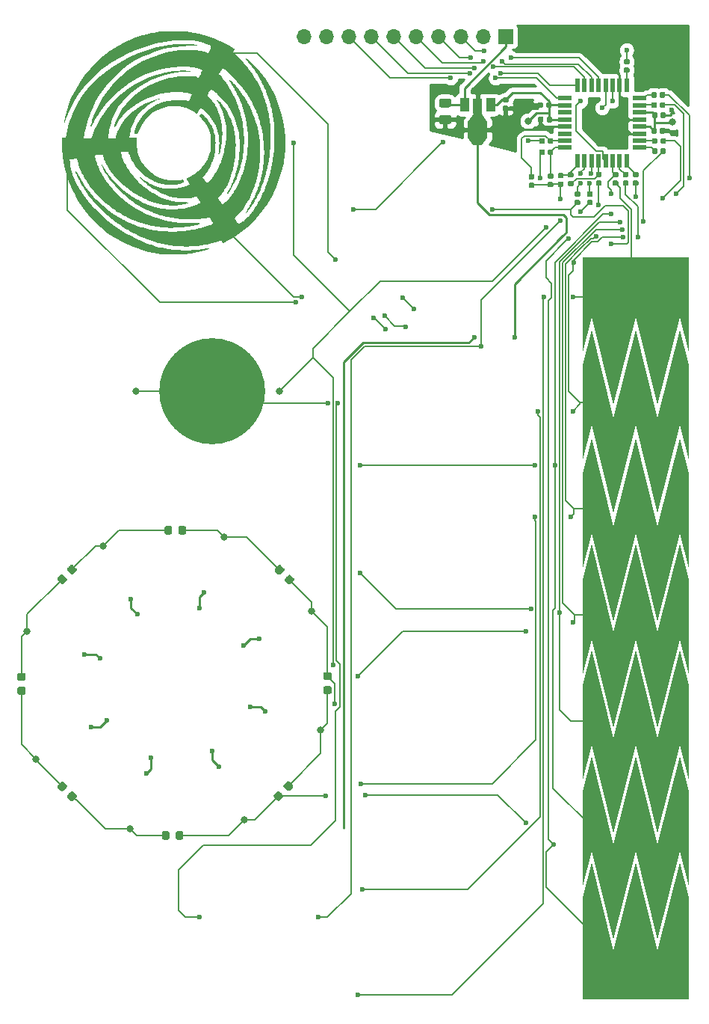
<source format=gbr>
G04 #@! TF.GenerationSoftware,KiCad,Pcbnew,(5.1.2-1)-1*
G04 #@! TF.CreationDate,2022-01-31T21:06:53-05:00*
G04 #@! TF.ProjectId,Capacitive_Touch_Breakout_Board_AT42QT1245-AU,43617061-6369-4746-9976-655f546f7563,rev?*
G04 #@! TF.SameCoordinates,Original*
G04 #@! TF.FileFunction,Copper,L1,Top*
G04 #@! TF.FilePolarity,Positive*
%FSLAX46Y46*%
G04 Gerber Fmt 4.6, Leading zero omitted, Abs format (unit mm)*
G04 Created by KiCad (PCBNEW (5.1.2-1)-1) date 2022-01-31 21:06:53*
%MOMM*%
%LPD*%
G04 APERTURE LIST*
%ADD10C,0.600000*%
%ADD11R,0.550000X1.600000*%
%ADD12R,1.600000X0.550000*%
%ADD13C,1.000000*%
%ADD14C,0.100000*%
%ADD15R,2.200000X1.840000*%
%ADD16R,1.000000X1.500000*%
%ADD17R,1.000000X1.800000*%
%ADD18C,0.850000*%
%ADD19C,0.590000*%
%ADD20C,0.975000*%
%ADD21C,12.000000*%
%ADD22C,0.762000*%
%ADD23C,0.500000*%
%ADD24C,0.875000*%
%ADD25O,1.700000X1.700000*%
%ADD26R,1.700000X1.700000*%
%ADD27C,0.800000*%
%ADD28C,0.250000*%
%ADD29C,0.127000*%
%ADD30C,0.254000*%
G04 APERTURE END LIST*
D10*
X134629000Y-111804000D03*
X132879000Y-111304000D03*
X138129000Y-105054000D03*
X138879000Y-106804000D03*
X140379000Y-123054000D03*
X139879000Y-124804000D03*
X133629000Y-119554000D03*
X135379000Y-118804000D03*
X151629000Y-117304000D03*
X153379000Y-117804000D03*
X148129000Y-124054000D03*
X147379000Y-122304000D03*
X145879000Y-106054000D03*
X146379000Y-104304000D03*
X150879000Y-110304000D03*
X152629000Y-109554000D03*
D11*
X194316000Y-55431000D03*
X193516000Y-55431000D03*
X192716000Y-55431000D03*
X191916000Y-55431000D03*
X191116000Y-55431000D03*
X190316000Y-55431000D03*
X189516000Y-55431000D03*
X188716000Y-55431000D03*
D12*
X187266000Y-53981000D03*
X187266000Y-53181000D03*
X187266000Y-52381000D03*
X187266000Y-51581000D03*
X187266000Y-50781000D03*
X187266000Y-49981000D03*
X187266000Y-49181000D03*
X187266000Y-48381000D03*
D11*
X188716000Y-46931000D03*
X189516000Y-46931000D03*
X190316000Y-46931000D03*
X191116000Y-46931000D03*
X191916000Y-46931000D03*
X192716000Y-46931000D03*
X193516000Y-46931000D03*
X194316000Y-46931000D03*
D12*
X195766000Y-48381000D03*
X195766000Y-49181000D03*
X195766000Y-49981000D03*
X195766000Y-50781000D03*
X195766000Y-51581000D03*
X195766000Y-52381000D03*
X195766000Y-53181000D03*
X195766000Y-53981000D03*
D13*
X177419000Y-50533300D03*
D14*
G36*
X176319000Y-51033300D02*
G01*
X177019000Y-50033300D01*
X177819000Y-50033300D01*
X178519000Y-51033300D01*
X176319000Y-51033300D01*
X176319000Y-51033300D01*
G37*
D15*
X177419000Y-51943000D03*
D16*
X175919000Y-49129500D03*
D17*
X177419000Y-49276000D03*
D16*
X178919000Y-49129500D03*
D18*
X177419000Y-53276500D03*
D14*
G36*
X178519000Y-52851500D02*
G01*
X177919000Y-53701500D01*
X176919000Y-53701500D01*
X176319000Y-52851500D01*
X178519000Y-52851500D01*
X178519000Y-52851500D01*
G37*
G36*
X180780958Y-49235710D02*
G01*
X180795276Y-49237834D01*
X180809317Y-49241351D01*
X180822946Y-49246228D01*
X180836031Y-49252417D01*
X180848447Y-49259858D01*
X180860073Y-49268481D01*
X180870798Y-49278202D01*
X180880519Y-49288927D01*
X180889142Y-49300553D01*
X180896583Y-49312969D01*
X180902772Y-49326054D01*
X180907649Y-49339683D01*
X180911166Y-49353724D01*
X180913290Y-49368042D01*
X180914000Y-49382500D01*
X180914000Y-49677500D01*
X180913290Y-49691958D01*
X180911166Y-49706276D01*
X180907649Y-49720317D01*
X180902772Y-49733946D01*
X180896583Y-49747031D01*
X180889142Y-49759447D01*
X180880519Y-49771073D01*
X180870798Y-49781798D01*
X180860073Y-49791519D01*
X180848447Y-49800142D01*
X180836031Y-49807583D01*
X180822946Y-49813772D01*
X180809317Y-49818649D01*
X180795276Y-49822166D01*
X180780958Y-49824290D01*
X180766500Y-49825000D01*
X180421500Y-49825000D01*
X180407042Y-49824290D01*
X180392724Y-49822166D01*
X180378683Y-49818649D01*
X180365054Y-49813772D01*
X180351969Y-49807583D01*
X180339553Y-49800142D01*
X180327927Y-49791519D01*
X180317202Y-49781798D01*
X180307481Y-49771073D01*
X180298858Y-49759447D01*
X180291417Y-49747031D01*
X180285228Y-49733946D01*
X180280351Y-49720317D01*
X180276834Y-49706276D01*
X180274710Y-49691958D01*
X180274000Y-49677500D01*
X180274000Y-49382500D01*
X180274710Y-49368042D01*
X180276834Y-49353724D01*
X180280351Y-49339683D01*
X180285228Y-49326054D01*
X180291417Y-49312969D01*
X180298858Y-49300553D01*
X180307481Y-49288927D01*
X180317202Y-49278202D01*
X180327927Y-49268481D01*
X180339553Y-49259858D01*
X180351969Y-49252417D01*
X180365054Y-49246228D01*
X180378683Y-49241351D01*
X180392724Y-49237834D01*
X180407042Y-49235710D01*
X180421500Y-49235000D01*
X180766500Y-49235000D01*
X180780958Y-49235710D01*
X180780958Y-49235710D01*
G37*
D19*
X180594000Y-49530000D03*
D14*
G36*
X180780958Y-48265710D02*
G01*
X180795276Y-48267834D01*
X180809317Y-48271351D01*
X180822946Y-48276228D01*
X180836031Y-48282417D01*
X180848447Y-48289858D01*
X180860073Y-48298481D01*
X180870798Y-48308202D01*
X180880519Y-48318927D01*
X180889142Y-48330553D01*
X180896583Y-48342969D01*
X180902772Y-48356054D01*
X180907649Y-48369683D01*
X180911166Y-48383724D01*
X180913290Y-48398042D01*
X180914000Y-48412500D01*
X180914000Y-48707500D01*
X180913290Y-48721958D01*
X180911166Y-48736276D01*
X180907649Y-48750317D01*
X180902772Y-48763946D01*
X180896583Y-48777031D01*
X180889142Y-48789447D01*
X180880519Y-48801073D01*
X180870798Y-48811798D01*
X180860073Y-48821519D01*
X180848447Y-48830142D01*
X180836031Y-48837583D01*
X180822946Y-48843772D01*
X180809317Y-48848649D01*
X180795276Y-48852166D01*
X180780958Y-48854290D01*
X180766500Y-48855000D01*
X180421500Y-48855000D01*
X180407042Y-48854290D01*
X180392724Y-48852166D01*
X180378683Y-48848649D01*
X180365054Y-48843772D01*
X180351969Y-48837583D01*
X180339553Y-48830142D01*
X180327927Y-48821519D01*
X180317202Y-48811798D01*
X180307481Y-48801073D01*
X180298858Y-48789447D01*
X180291417Y-48777031D01*
X180285228Y-48763946D01*
X180280351Y-48750317D01*
X180276834Y-48736276D01*
X180274710Y-48721958D01*
X180274000Y-48707500D01*
X180274000Y-48412500D01*
X180274710Y-48398042D01*
X180276834Y-48383724D01*
X180280351Y-48369683D01*
X180285228Y-48356054D01*
X180291417Y-48342969D01*
X180298858Y-48330553D01*
X180307481Y-48318927D01*
X180317202Y-48308202D01*
X180327927Y-48298481D01*
X180339553Y-48289858D01*
X180351969Y-48282417D01*
X180365054Y-48276228D01*
X180378683Y-48271351D01*
X180392724Y-48267834D01*
X180407042Y-48265710D01*
X180421500Y-48265000D01*
X180766500Y-48265000D01*
X180780958Y-48265710D01*
X180780958Y-48265710D01*
G37*
D19*
X180594000Y-48560000D03*
D14*
G36*
X174216142Y-50313674D02*
G01*
X174239803Y-50317184D01*
X174263007Y-50322996D01*
X174285529Y-50331054D01*
X174307153Y-50341282D01*
X174327670Y-50353579D01*
X174346883Y-50367829D01*
X174364607Y-50383893D01*
X174380671Y-50401617D01*
X174394921Y-50420830D01*
X174407218Y-50441347D01*
X174417446Y-50462971D01*
X174425504Y-50485493D01*
X174431316Y-50508697D01*
X174434826Y-50532358D01*
X174436000Y-50556250D01*
X174436000Y-51043750D01*
X174434826Y-51067642D01*
X174431316Y-51091303D01*
X174425504Y-51114507D01*
X174417446Y-51137029D01*
X174407218Y-51158653D01*
X174394921Y-51179170D01*
X174380671Y-51198383D01*
X174364607Y-51216107D01*
X174346883Y-51232171D01*
X174327670Y-51246421D01*
X174307153Y-51258718D01*
X174285529Y-51268946D01*
X174263007Y-51277004D01*
X174239803Y-51282816D01*
X174216142Y-51286326D01*
X174192250Y-51287500D01*
X173279750Y-51287500D01*
X173255858Y-51286326D01*
X173232197Y-51282816D01*
X173208993Y-51277004D01*
X173186471Y-51268946D01*
X173164847Y-51258718D01*
X173144330Y-51246421D01*
X173125117Y-51232171D01*
X173107393Y-51216107D01*
X173091329Y-51198383D01*
X173077079Y-51179170D01*
X173064782Y-51158653D01*
X173054554Y-51137029D01*
X173046496Y-51114507D01*
X173040684Y-51091303D01*
X173037174Y-51067642D01*
X173036000Y-51043750D01*
X173036000Y-50556250D01*
X173037174Y-50532358D01*
X173040684Y-50508697D01*
X173046496Y-50485493D01*
X173054554Y-50462971D01*
X173064782Y-50441347D01*
X173077079Y-50420830D01*
X173091329Y-50401617D01*
X173107393Y-50383893D01*
X173125117Y-50367829D01*
X173144330Y-50353579D01*
X173164847Y-50341282D01*
X173186471Y-50331054D01*
X173208993Y-50322996D01*
X173232197Y-50317184D01*
X173255858Y-50313674D01*
X173279750Y-50312500D01*
X174192250Y-50312500D01*
X174216142Y-50313674D01*
X174216142Y-50313674D01*
G37*
D20*
X173736000Y-50800000D03*
D14*
G36*
X174216142Y-48438674D02*
G01*
X174239803Y-48442184D01*
X174263007Y-48447996D01*
X174285529Y-48456054D01*
X174307153Y-48466282D01*
X174327670Y-48478579D01*
X174346883Y-48492829D01*
X174364607Y-48508893D01*
X174380671Y-48526617D01*
X174394921Y-48545830D01*
X174407218Y-48566347D01*
X174417446Y-48587971D01*
X174425504Y-48610493D01*
X174431316Y-48633697D01*
X174434826Y-48657358D01*
X174436000Y-48681250D01*
X174436000Y-49168750D01*
X174434826Y-49192642D01*
X174431316Y-49216303D01*
X174425504Y-49239507D01*
X174417446Y-49262029D01*
X174407218Y-49283653D01*
X174394921Y-49304170D01*
X174380671Y-49323383D01*
X174364607Y-49341107D01*
X174346883Y-49357171D01*
X174327670Y-49371421D01*
X174307153Y-49383718D01*
X174285529Y-49393946D01*
X174263007Y-49402004D01*
X174239803Y-49407816D01*
X174216142Y-49411326D01*
X174192250Y-49412500D01*
X173279750Y-49412500D01*
X173255858Y-49411326D01*
X173232197Y-49407816D01*
X173208993Y-49402004D01*
X173186471Y-49393946D01*
X173164847Y-49383718D01*
X173144330Y-49371421D01*
X173125117Y-49357171D01*
X173107393Y-49341107D01*
X173091329Y-49323383D01*
X173077079Y-49304170D01*
X173064782Y-49283653D01*
X173054554Y-49262029D01*
X173046496Y-49239507D01*
X173040684Y-49216303D01*
X173037174Y-49192642D01*
X173036000Y-49168750D01*
X173036000Y-48681250D01*
X173037174Y-48657358D01*
X173040684Y-48633697D01*
X173046496Y-48610493D01*
X173054554Y-48587971D01*
X173064782Y-48566347D01*
X173077079Y-48545830D01*
X173091329Y-48526617D01*
X173107393Y-48508893D01*
X173125117Y-48492829D01*
X173144330Y-48478579D01*
X173164847Y-48466282D01*
X173186471Y-48456054D01*
X173208993Y-48447996D01*
X173232197Y-48442184D01*
X173255858Y-48438674D01*
X173279750Y-48437500D01*
X174192250Y-48437500D01*
X174216142Y-48438674D01*
X174216142Y-48438674D01*
G37*
D20*
X173736000Y-48925000D03*
D21*
X147320000Y-81534000D03*
D14*
G36*
X185708958Y-50480710D02*
G01*
X185723276Y-50482834D01*
X185737317Y-50486351D01*
X185750946Y-50491228D01*
X185764031Y-50497417D01*
X185776447Y-50504858D01*
X185788073Y-50513481D01*
X185798798Y-50523202D01*
X185808519Y-50533927D01*
X185817142Y-50545553D01*
X185824583Y-50557969D01*
X185830772Y-50571054D01*
X185835649Y-50584683D01*
X185839166Y-50598724D01*
X185841290Y-50613042D01*
X185842000Y-50627500D01*
X185842000Y-50972500D01*
X185841290Y-50986958D01*
X185839166Y-51001276D01*
X185835649Y-51015317D01*
X185830772Y-51028946D01*
X185824583Y-51042031D01*
X185817142Y-51054447D01*
X185808519Y-51066073D01*
X185798798Y-51076798D01*
X185788073Y-51086519D01*
X185776447Y-51095142D01*
X185764031Y-51102583D01*
X185750946Y-51108772D01*
X185737317Y-51113649D01*
X185723276Y-51117166D01*
X185708958Y-51119290D01*
X185694500Y-51120000D01*
X185399500Y-51120000D01*
X185385042Y-51119290D01*
X185370724Y-51117166D01*
X185356683Y-51113649D01*
X185343054Y-51108772D01*
X185329969Y-51102583D01*
X185317553Y-51095142D01*
X185305927Y-51086519D01*
X185295202Y-51076798D01*
X185285481Y-51066073D01*
X185276858Y-51054447D01*
X185269417Y-51042031D01*
X185263228Y-51028946D01*
X185258351Y-51015317D01*
X185254834Y-51001276D01*
X185252710Y-50986958D01*
X185252000Y-50972500D01*
X185252000Y-50627500D01*
X185252710Y-50613042D01*
X185254834Y-50598724D01*
X185258351Y-50584683D01*
X185263228Y-50571054D01*
X185269417Y-50557969D01*
X185276858Y-50545553D01*
X185285481Y-50533927D01*
X185295202Y-50523202D01*
X185305927Y-50513481D01*
X185317553Y-50504858D01*
X185329969Y-50497417D01*
X185343054Y-50491228D01*
X185356683Y-50486351D01*
X185370724Y-50482834D01*
X185385042Y-50480710D01*
X185399500Y-50480000D01*
X185694500Y-50480000D01*
X185708958Y-50480710D01*
X185708958Y-50480710D01*
G37*
D19*
X185547000Y-50800000D03*
D14*
G36*
X184738958Y-50480710D02*
G01*
X184753276Y-50482834D01*
X184767317Y-50486351D01*
X184780946Y-50491228D01*
X184794031Y-50497417D01*
X184806447Y-50504858D01*
X184818073Y-50513481D01*
X184828798Y-50523202D01*
X184838519Y-50533927D01*
X184847142Y-50545553D01*
X184854583Y-50557969D01*
X184860772Y-50571054D01*
X184865649Y-50584683D01*
X184869166Y-50598724D01*
X184871290Y-50613042D01*
X184872000Y-50627500D01*
X184872000Y-50972500D01*
X184871290Y-50986958D01*
X184869166Y-51001276D01*
X184865649Y-51015317D01*
X184860772Y-51028946D01*
X184854583Y-51042031D01*
X184847142Y-51054447D01*
X184838519Y-51066073D01*
X184828798Y-51076798D01*
X184818073Y-51086519D01*
X184806447Y-51095142D01*
X184794031Y-51102583D01*
X184780946Y-51108772D01*
X184767317Y-51113649D01*
X184753276Y-51117166D01*
X184738958Y-51119290D01*
X184724500Y-51120000D01*
X184429500Y-51120000D01*
X184415042Y-51119290D01*
X184400724Y-51117166D01*
X184386683Y-51113649D01*
X184373054Y-51108772D01*
X184359969Y-51102583D01*
X184347553Y-51095142D01*
X184335927Y-51086519D01*
X184325202Y-51076798D01*
X184315481Y-51066073D01*
X184306858Y-51054447D01*
X184299417Y-51042031D01*
X184293228Y-51028946D01*
X184288351Y-51015317D01*
X184284834Y-51001276D01*
X184282710Y-50986958D01*
X184282000Y-50972500D01*
X184282000Y-50627500D01*
X184282710Y-50613042D01*
X184284834Y-50598724D01*
X184288351Y-50584683D01*
X184293228Y-50571054D01*
X184299417Y-50557969D01*
X184306858Y-50545553D01*
X184315481Y-50533927D01*
X184325202Y-50523202D01*
X184335927Y-50513481D01*
X184347553Y-50504858D01*
X184359969Y-50497417D01*
X184373054Y-50491228D01*
X184386683Y-50486351D01*
X184400724Y-50482834D01*
X184415042Y-50480710D01*
X184429500Y-50480000D01*
X184724500Y-50480000D01*
X184738958Y-50480710D01*
X184738958Y-50480710D01*
G37*
D19*
X184577000Y-50800000D03*
D14*
G36*
X185662958Y-48829710D02*
G01*
X185677276Y-48831834D01*
X185691317Y-48835351D01*
X185704946Y-48840228D01*
X185718031Y-48846417D01*
X185730447Y-48853858D01*
X185742073Y-48862481D01*
X185752798Y-48872202D01*
X185762519Y-48882927D01*
X185771142Y-48894553D01*
X185778583Y-48906969D01*
X185784772Y-48920054D01*
X185789649Y-48933683D01*
X185793166Y-48947724D01*
X185795290Y-48962042D01*
X185796000Y-48976500D01*
X185796000Y-49321500D01*
X185795290Y-49335958D01*
X185793166Y-49350276D01*
X185789649Y-49364317D01*
X185784772Y-49377946D01*
X185778583Y-49391031D01*
X185771142Y-49403447D01*
X185762519Y-49415073D01*
X185752798Y-49425798D01*
X185742073Y-49435519D01*
X185730447Y-49444142D01*
X185718031Y-49451583D01*
X185704946Y-49457772D01*
X185691317Y-49462649D01*
X185677276Y-49466166D01*
X185662958Y-49468290D01*
X185648500Y-49469000D01*
X185353500Y-49469000D01*
X185339042Y-49468290D01*
X185324724Y-49466166D01*
X185310683Y-49462649D01*
X185297054Y-49457772D01*
X185283969Y-49451583D01*
X185271553Y-49444142D01*
X185259927Y-49435519D01*
X185249202Y-49425798D01*
X185239481Y-49415073D01*
X185230858Y-49403447D01*
X185223417Y-49391031D01*
X185217228Y-49377946D01*
X185212351Y-49364317D01*
X185208834Y-49350276D01*
X185206710Y-49335958D01*
X185206000Y-49321500D01*
X185206000Y-48976500D01*
X185206710Y-48962042D01*
X185208834Y-48947724D01*
X185212351Y-48933683D01*
X185217228Y-48920054D01*
X185223417Y-48906969D01*
X185230858Y-48894553D01*
X185239481Y-48882927D01*
X185249202Y-48872202D01*
X185259927Y-48862481D01*
X185271553Y-48853858D01*
X185283969Y-48846417D01*
X185297054Y-48840228D01*
X185310683Y-48835351D01*
X185324724Y-48831834D01*
X185339042Y-48829710D01*
X185353500Y-48829000D01*
X185648500Y-48829000D01*
X185662958Y-48829710D01*
X185662958Y-48829710D01*
G37*
D19*
X185501000Y-49149000D03*
D14*
G36*
X184692958Y-48829710D02*
G01*
X184707276Y-48831834D01*
X184721317Y-48835351D01*
X184734946Y-48840228D01*
X184748031Y-48846417D01*
X184760447Y-48853858D01*
X184772073Y-48862481D01*
X184782798Y-48872202D01*
X184792519Y-48882927D01*
X184801142Y-48894553D01*
X184808583Y-48906969D01*
X184814772Y-48920054D01*
X184819649Y-48933683D01*
X184823166Y-48947724D01*
X184825290Y-48962042D01*
X184826000Y-48976500D01*
X184826000Y-49321500D01*
X184825290Y-49335958D01*
X184823166Y-49350276D01*
X184819649Y-49364317D01*
X184814772Y-49377946D01*
X184808583Y-49391031D01*
X184801142Y-49403447D01*
X184792519Y-49415073D01*
X184782798Y-49425798D01*
X184772073Y-49435519D01*
X184760447Y-49444142D01*
X184748031Y-49451583D01*
X184734946Y-49457772D01*
X184721317Y-49462649D01*
X184707276Y-49466166D01*
X184692958Y-49468290D01*
X184678500Y-49469000D01*
X184383500Y-49469000D01*
X184369042Y-49468290D01*
X184354724Y-49466166D01*
X184340683Y-49462649D01*
X184327054Y-49457772D01*
X184313969Y-49451583D01*
X184301553Y-49444142D01*
X184289927Y-49435519D01*
X184279202Y-49425798D01*
X184269481Y-49415073D01*
X184260858Y-49403447D01*
X184253417Y-49391031D01*
X184247228Y-49377946D01*
X184242351Y-49364317D01*
X184238834Y-49350276D01*
X184236710Y-49335958D01*
X184236000Y-49321500D01*
X184236000Y-48976500D01*
X184236710Y-48962042D01*
X184238834Y-48947724D01*
X184242351Y-48933683D01*
X184247228Y-48920054D01*
X184253417Y-48906969D01*
X184260858Y-48894553D01*
X184269481Y-48882927D01*
X184279202Y-48872202D01*
X184289927Y-48862481D01*
X184301553Y-48853858D01*
X184313969Y-48846417D01*
X184327054Y-48840228D01*
X184340683Y-48835351D01*
X184354724Y-48831834D01*
X184369042Y-48829710D01*
X184383500Y-48829000D01*
X184678500Y-48829000D01*
X184692958Y-48829710D01*
X184692958Y-48829710D01*
G37*
D19*
X184531000Y-49149000D03*
D14*
G36*
X197646958Y-49972710D02*
G01*
X197661276Y-49974834D01*
X197675317Y-49978351D01*
X197688946Y-49983228D01*
X197702031Y-49989417D01*
X197714447Y-49996858D01*
X197726073Y-50005481D01*
X197736798Y-50015202D01*
X197746519Y-50025927D01*
X197755142Y-50037553D01*
X197762583Y-50049969D01*
X197768772Y-50063054D01*
X197773649Y-50076683D01*
X197777166Y-50090724D01*
X197779290Y-50105042D01*
X197780000Y-50119500D01*
X197780000Y-50464500D01*
X197779290Y-50478958D01*
X197777166Y-50493276D01*
X197773649Y-50507317D01*
X197768772Y-50520946D01*
X197762583Y-50534031D01*
X197755142Y-50546447D01*
X197746519Y-50558073D01*
X197736798Y-50568798D01*
X197726073Y-50578519D01*
X197714447Y-50587142D01*
X197702031Y-50594583D01*
X197688946Y-50600772D01*
X197675317Y-50605649D01*
X197661276Y-50609166D01*
X197646958Y-50611290D01*
X197632500Y-50612000D01*
X197337500Y-50612000D01*
X197323042Y-50611290D01*
X197308724Y-50609166D01*
X197294683Y-50605649D01*
X197281054Y-50600772D01*
X197267969Y-50594583D01*
X197255553Y-50587142D01*
X197243927Y-50578519D01*
X197233202Y-50568798D01*
X197223481Y-50558073D01*
X197214858Y-50546447D01*
X197207417Y-50534031D01*
X197201228Y-50520946D01*
X197196351Y-50507317D01*
X197192834Y-50493276D01*
X197190710Y-50478958D01*
X197190000Y-50464500D01*
X197190000Y-50119500D01*
X197190710Y-50105042D01*
X197192834Y-50090724D01*
X197196351Y-50076683D01*
X197201228Y-50063054D01*
X197207417Y-50049969D01*
X197214858Y-50037553D01*
X197223481Y-50025927D01*
X197233202Y-50015202D01*
X197243927Y-50005481D01*
X197255553Y-49996858D01*
X197267969Y-49989417D01*
X197281054Y-49983228D01*
X197294683Y-49978351D01*
X197308724Y-49974834D01*
X197323042Y-49972710D01*
X197337500Y-49972000D01*
X197632500Y-49972000D01*
X197646958Y-49972710D01*
X197646958Y-49972710D01*
G37*
D19*
X197485000Y-50292000D03*
D14*
G36*
X198616958Y-49972710D02*
G01*
X198631276Y-49974834D01*
X198645317Y-49978351D01*
X198658946Y-49983228D01*
X198672031Y-49989417D01*
X198684447Y-49996858D01*
X198696073Y-50005481D01*
X198706798Y-50015202D01*
X198716519Y-50025927D01*
X198725142Y-50037553D01*
X198732583Y-50049969D01*
X198738772Y-50063054D01*
X198743649Y-50076683D01*
X198747166Y-50090724D01*
X198749290Y-50105042D01*
X198750000Y-50119500D01*
X198750000Y-50464500D01*
X198749290Y-50478958D01*
X198747166Y-50493276D01*
X198743649Y-50507317D01*
X198738772Y-50520946D01*
X198732583Y-50534031D01*
X198725142Y-50546447D01*
X198716519Y-50558073D01*
X198706798Y-50568798D01*
X198696073Y-50578519D01*
X198684447Y-50587142D01*
X198672031Y-50594583D01*
X198658946Y-50600772D01*
X198645317Y-50605649D01*
X198631276Y-50609166D01*
X198616958Y-50611290D01*
X198602500Y-50612000D01*
X198307500Y-50612000D01*
X198293042Y-50611290D01*
X198278724Y-50609166D01*
X198264683Y-50605649D01*
X198251054Y-50600772D01*
X198237969Y-50594583D01*
X198225553Y-50587142D01*
X198213927Y-50578519D01*
X198203202Y-50568798D01*
X198193481Y-50558073D01*
X198184858Y-50546447D01*
X198177417Y-50534031D01*
X198171228Y-50520946D01*
X198166351Y-50507317D01*
X198162834Y-50493276D01*
X198160710Y-50478958D01*
X198160000Y-50464500D01*
X198160000Y-50119500D01*
X198160710Y-50105042D01*
X198162834Y-50090724D01*
X198166351Y-50076683D01*
X198171228Y-50063054D01*
X198177417Y-50049969D01*
X198184858Y-50037553D01*
X198193481Y-50025927D01*
X198203202Y-50015202D01*
X198213927Y-50005481D01*
X198225553Y-49996858D01*
X198237969Y-49989417D01*
X198251054Y-49983228D01*
X198264683Y-49978351D01*
X198278724Y-49974834D01*
X198293042Y-49972710D01*
X198307500Y-49972000D01*
X198602500Y-49972000D01*
X198616958Y-49972710D01*
X198616958Y-49972710D01*
G37*
D19*
X198455000Y-50292000D03*
D22*
X130937000Y-53467000D03*
D14*
G36*
X130339429Y-52835664D02*
G01*
X130339714Y-52834726D01*
X130340176Y-52833861D01*
X130340797Y-52833103D01*
X130341555Y-52832482D01*
X130342420Y-52832020D01*
X130343358Y-52831735D01*
X130344009Y-52831650D01*
X130542460Y-52818748D01*
X130736962Y-52806102D01*
X130786347Y-52513667D01*
X130786381Y-52513486D01*
X130883356Y-52045237D01*
X130883423Y-52044954D01*
X131021559Y-51530552D01*
X131021625Y-51530327D01*
X131193369Y-50992868D01*
X131193440Y-50992663D01*
X131391242Y-50455246D01*
X131391325Y-50455034D01*
X131607632Y-49940754D01*
X131607700Y-49940601D01*
X131676176Y-49791937D01*
X131676291Y-49791703D01*
X132124268Y-48939107D01*
X132124482Y-48938739D01*
X132645693Y-48123803D01*
X132645929Y-48123465D01*
X133236514Y-47348857D01*
X133236768Y-47348551D01*
X133892864Y-46616938D01*
X133893131Y-46616661D01*
X134610877Y-45930711D01*
X134611157Y-45930464D01*
X135386690Y-45292843D01*
X135386978Y-45292623D01*
X136216438Y-44705998D01*
X136216734Y-44705804D01*
X137096258Y-44172844D01*
X137096560Y-44172675D01*
X138022286Y-43696046D01*
X138022594Y-43695900D01*
X138990661Y-43278269D01*
X138990975Y-43278146D01*
X139997521Y-42922181D01*
X139997839Y-42922080D01*
X141039002Y-42630449D01*
X141039325Y-42630370D01*
X142111244Y-42405738D01*
X142111458Y-42405698D01*
X142450854Y-42349859D01*
X142451036Y-42349833D01*
X142711841Y-42316715D01*
X142712037Y-42316694D01*
X143009525Y-42290790D01*
X143009668Y-42290779D01*
X143333514Y-42271889D01*
X143333627Y-42271884D01*
X143673509Y-42259807D01*
X143673608Y-42259805D01*
X144019201Y-42254342D01*
X144019294Y-42254341D01*
X144360275Y-42255291D01*
X144360371Y-42255292D01*
X144686417Y-42262456D01*
X144686526Y-42262460D01*
X144987312Y-42275636D01*
X144987450Y-42275644D01*
X145252652Y-42294633D01*
X145252852Y-42294651D01*
X145472148Y-42319253D01*
X145472496Y-42319305D01*
X145635561Y-42349320D01*
X145636370Y-42349540D01*
X145732880Y-42384767D01*
X145733764Y-42385192D01*
X145734547Y-42385781D01*
X145735134Y-42386422D01*
X145757634Y-42415765D01*
X145758151Y-42416597D01*
X145758496Y-42417515D01*
X145758655Y-42418482D01*
X145758623Y-42419461D01*
X145758400Y-42420416D01*
X145757995Y-42421308D01*
X145757424Y-42422105D01*
X145756708Y-42422775D01*
X145755876Y-42423292D01*
X145755288Y-42423537D01*
X145713926Y-42437722D01*
X145712780Y-42437969D01*
X145592508Y-42449463D01*
X145592253Y-42449481D01*
X145398793Y-42458036D01*
X145398675Y-42458040D01*
X145137750Y-42463406D01*
X145137677Y-42463407D01*
X144815006Y-42465332D01*
X144814977Y-42465332D01*
X144803399Y-42465334D01*
X143948005Y-42488856D01*
X143142842Y-42562075D01*
X142366679Y-42688986D01*
X141598314Y-42873595D01*
X140816583Y-43119913D01*
X140273371Y-43322037D01*
X139385340Y-43710411D01*
X138552370Y-44157522D01*
X137765629Y-44669159D01*
X137016379Y-45251070D01*
X136295779Y-45909092D01*
X136208968Y-45995297D01*
X135601824Y-46643420D01*
X135065774Y-47303420D01*
X134591162Y-47990044D01*
X134168374Y-48718014D01*
X133787814Y-49502032D01*
X133553653Y-50061030D01*
X133438782Y-50366637D01*
X133324100Y-50699642D01*
X133213055Y-51047335D01*
X133108975Y-51397353D01*
X133015286Y-51737020D01*
X132935345Y-52053889D01*
X132872538Y-52335407D01*
X132830254Y-52568972D01*
X132811857Y-52741980D01*
X132812925Y-52804814D01*
X132825371Y-52932834D01*
X133607301Y-52932834D01*
X133752164Y-52555044D01*
X133752232Y-52554877D01*
X133999688Y-51973205D01*
X133999815Y-51972930D01*
X134303154Y-51364770D01*
X134303275Y-51364542D01*
X134649256Y-50752291D01*
X134649382Y-50752080D01*
X135024761Y-50158139D01*
X135024907Y-50157922D01*
X135416443Y-49604690D01*
X135416607Y-49604471D01*
X135730443Y-49208777D01*
X135730675Y-49208505D01*
X136358513Y-48523856D01*
X136358813Y-48523555D01*
X137042899Y-47894306D01*
X137043215Y-47894039D01*
X137776941Y-47323534D01*
X137777272Y-47323297D01*
X138554031Y-46814883D01*
X138554377Y-46814676D01*
X139367561Y-46371698D01*
X139367924Y-46371519D01*
X140210927Y-45997325D01*
X140211310Y-45997174D01*
X141077525Y-45695110D01*
X141077928Y-45694988D01*
X141960746Y-45468398D01*
X141961173Y-45468308D01*
X142853989Y-45320540D01*
X142854380Y-45320491D01*
X143520164Y-45263726D01*
X143520424Y-45263711D01*
X143760250Y-45255816D01*
X143760398Y-45255813D01*
X144008015Y-45254951D01*
X144008143Y-45254952D01*
X144249119Y-45260324D01*
X144249253Y-45260329D01*
X144469158Y-45271139D01*
X144469330Y-45271150D01*
X144653732Y-45286600D01*
X144654025Y-45286634D01*
X144788491Y-45305928D01*
X144789299Y-45306113D01*
X144859399Y-45328452D01*
X144860299Y-45328840D01*
X144861107Y-45329396D01*
X144861983Y-45330357D01*
X144868768Y-45340092D01*
X144869247Y-45340947D01*
X144869550Y-45341879D01*
X144869665Y-45342853D01*
X144869588Y-45343830D01*
X144869322Y-45344773D01*
X144868877Y-45345647D01*
X144868270Y-45346416D01*
X144867525Y-45347053D01*
X144866526Y-45347592D01*
X144827122Y-45363383D01*
X144825851Y-45363707D01*
X144719325Y-45376345D01*
X144718991Y-45376374D01*
X144562871Y-45384338D01*
X144562687Y-45384343D01*
X144422501Y-45386332D01*
X143806452Y-45416129D01*
X143147737Y-45502967D01*
X142462234Y-45643059D01*
X141766079Y-45832580D01*
X141075300Y-46067726D01*
X140426283Y-46335481D01*
X139651097Y-46725378D01*
X138934940Y-47167396D01*
X138280251Y-47658654D01*
X137689489Y-48196268D01*
X137165105Y-48777358D01*
X136709572Y-49399022D01*
X136325337Y-50058393D01*
X136014867Y-50752576D01*
X135780591Y-51478787D01*
X135687194Y-51880500D01*
X135647636Y-52101529D01*
X135614770Y-52331500D01*
X135593726Y-52532597D01*
X135589642Y-52599427D01*
X135577703Y-52890651D01*
X136390048Y-52914568D01*
X136434347Y-52737048D01*
X136434414Y-52736807D01*
X136512171Y-52480643D01*
X136512277Y-52480329D01*
X136624474Y-52183172D01*
X136624566Y-52182946D01*
X136758668Y-51874247D01*
X136758770Y-51874027D01*
X136902246Y-51583234D01*
X136902367Y-51583005D01*
X136998730Y-51410787D01*
X136998966Y-51410405D01*
X137380217Y-50852994D01*
X137380589Y-50852516D01*
X137833334Y-50337571D01*
X137833740Y-50337159D01*
X138354954Y-49866957D01*
X138355378Y-49866615D01*
X138942034Y-49443432D01*
X138942463Y-49443154D01*
X139591536Y-49069266D01*
X139591961Y-49069048D01*
X140300426Y-48746731D01*
X140300764Y-48746592D01*
X140770938Y-48572829D01*
X140771129Y-48572763D01*
X141009594Y-48495450D01*
X141009746Y-48495403D01*
X141204848Y-48438940D01*
X141205065Y-48438882D01*
X141351276Y-48403612D01*
X141351709Y-48403528D01*
X141443499Y-48389796D01*
X141444478Y-48389747D01*
X141445478Y-48389897D01*
X141477321Y-48398045D01*
X141478243Y-48398380D01*
X141479081Y-48398888D01*
X141479804Y-48399550D01*
X141480384Y-48400340D01*
X141480798Y-48401228D01*
X141481032Y-48402180D01*
X141481075Y-48403160D01*
X141480926Y-48404128D01*
X141480591Y-48405050D01*
X141480083Y-48405888D01*
X141479433Y-48406600D01*
X141445800Y-48436973D01*
X141444706Y-48437723D01*
X141340068Y-48490663D01*
X141339755Y-48490809D01*
X141183696Y-48556675D01*
X140562840Y-48845823D01*
X140004996Y-49191054D01*
X139510581Y-49591817D01*
X139080149Y-50047510D01*
X138714282Y-50557524D01*
X138413551Y-51121288D01*
X138205814Y-51653673D01*
X138132582Y-51894493D01*
X138069554Y-52139017D01*
X138020034Y-52370093D01*
X137987308Y-52570621D01*
X137974652Y-52723276D01*
X137983543Y-52806367D01*
X138010031Y-52836239D01*
X138073948Y-52855745D01*
X138191639Y-52866116D01*
X138377678Y-52869317D01*
X138396925Y-52869334D01*
X138789833Y-52869334D01*
X138790808Y-52869430D01*
X138791746Y-52869715D01*
X138792611Y-52870177D01*
X138793369Y-52870798D01*
X138793990Y-52871556D01*
X138794452Y-52872421D01*
X138794737Y-52873359D01*
X138794833Y-52874301D01*
X138798683Y-53456312D01*
X138810535Y-53840018D01*
X138843901Y-54169243D01*
X138903853Y-54472830D01*
X138995521Y-54779708D01*
X139068190Y-54978173D01*
X139320268Y-55517570D01*
X139637631Y-56006676D01*
X140014822Y-56441620D01*
X140446325Y-56818399D01*
X140926640Y-57133018D01*
X141450222Y-57381449D01*
X142011603Y-57559704D01*
X142605352Y-57663779D01*
X142787510Y-57679827D01*
X143059428Y-57684601D01*
X143364963Y-57667998D01*
X143664539Y-57633332D01*
X143912737Y-57585428D01*
X143913528Y-57585339D01*
X143990321Y-57582921D01*
X143991299Y-57582987D01*
X143992245Y-57583242D01*
X143993124Y-57583676D01*
X143993572Y-57583991D01*
X144056906Y-57633879D01*
X144057613Y-57634558D01*
X144057949Y-57635000D01*
X144104763Y-57703993D01*
X144105009Y-57704394D01*
X144160752Y-57805959D01*
X144161010Y-57806504D01*
X144190451Y-57879898D01*
X144190761Y-57881064D01*
X144192126Y-57890789D01*
X144192167Y-57891768D01*
X144192016Y-57892737D01*
X144191678Y-57893657D01*
X144191168Y-57894494D01*
X144190504Y-57895215D01*
X144190027Y-57895591D01*
X144151978Y-57922020D01*
X144150928Y-57922577D01*
X144049535Y-57961757D01*
X144049254Y-57961856D01*
X143903849Y-58008283D01*
X143903691Y-58008331D01*
X143733606Y-58056503D01*
X143733470Y-58056539D01*
X143558036Y-58100953D01*
X143557873Y-58100992D01*
X143396422Y-58136145D01*
X143396162Y-58136194D01*
X143277970Y-58155462D01*
X143277597Y-58155508D01*
X143085107Y-58172158D01*
X143084908Y-58172172D01*
X142854055Y-58182880D01*
X142853917Y-58182884D01*
X142609880Y-58187457D01*
X142609748Y-58187458D01*
X142377708Y-58185708D01*
X142377534Y-58185704D01*
X142182673Y-58177439D01*
X142182359Y-58177415D01*
X142062165Y-58164693D01*
X142061768Y-58164635D01*
X141823349Y-58119843D01*
X141823190Y-58119810D01*
X141589553Y-58068004D01*
X141589388Y-58067965D01*
X141381472Y-58014438D01*
X141381240Y-58014372D01*
X141219983Y-57964420D01*
X141219555Y-57964266D01*
X141140522Y-57931655D01*
X141140357Y-57931583D01*
X141049576Y-57890243D01*
X140994995Y-57874738D01*
X140994798Y-57874678D01*
X140940321Y-57856756D01*
X140939896Y-57856594D01*
X140833920Y-57810669D01*
X140833792Y-57810611D01*
X140699799Y-57748008D01*
X140699713Y-57747967D01*
X140561184Y-57680007D01*
X140561085Y-57679957D01*
X140441502Y-57617965D01*
X140441296Y-57617852D01*
X140364140Y-57573150D01*
X140363709Y-57572870D01*
X140353228Y-57565260D01*
X140299033Y-57526945D01*
X140194252Y-57457179D01*
X140059907Y-57369927D01*
X140035966Y-57354568D01*
X140035774Y-57354439D01*
X139836780Y-57213369D01*
X139836523Y-57213174D01*
X139614885Y-57033464D01*
X139614713Y-57033317D01*
X139384408Y-56828640D01*
X139384267Y-56828510D01*
X139159270Y-56612537D01*
X139159131Y-56612398D01*
X138953419Y-56398799D01*
X138953253Y-56398619D01*
X138780802Y-56201065D01*
X138780561Y-56200767D01*
X138655346Y-56032928D01*
X138655051Y-56032484D01*
X138614660Y-55964234D01*
X138561716Y-55878095D01*
X138519177Y-55834397D01*
X138519114Y-55834330D01*
X138476456Y-55788868D01*
X138475946Y-55788226D01*
X138406808Y-55684827D01*
X138406670Y-55684609D01*
X138321377Y-55541585D01*
X138321298Y-55541449D01*
X138230176Y-55377110D01*
X138230109Y-55376984D01*
X138143486Y-55209642D01*
X138143405Y-55209478D01*
X138071605Y-55057444D01*
X138071516Y-55057246D01*
X138044500Y-54992937D01*
X138044478Y-54992884D01*
X137987603Y-54853025D01*
X137937765Y-54737315D01*
X137913854Y-54686797D01*
X137913606Y-54686165D01*
X137879738Y-54579041D01*
X137879529Y-54578024D01*
X137874717Y-54529167D01*
X137858240Y-54451022D01*
X137839960Y-54427477D01*
X137786365Y-54420511D01*
X137666998Y-54419818D01*
X137504141Y-54425521D01*
X137402349Y-54431405D01*
X137004281Y-54457553D01*
X137020701Y-54562439D01*
X137052645Y-54758590D01*
X137077545Y-54889187D01*
X137099348Y-54972525D01*
X137121345Y-55025987D01*
X137156211Y-55103026D01*
X137156276Y-55103177D01*
X137207330Y-55226618D01*
X137207361Y-55226693D01*
X137242248Y-55315051D01*
X137293913Y-55429578D01*
X137377371Y-55593611D01*
X137483253Y-55790690D01*
X137602062Y-56004127D01*
X137724304Y-56217246D01*
X137840577Y-56413533D01*
X137941387Y-56576328D01*
X138017246Y-56688989D01*
X138043249Y-56721772D01*
X138123025Y-56815895D01*
X138123137Y-56816032D01*
X138201092Y-56914875D01*
X138430777Y-57201798D01*
X138692972Y-57501142D01*
X138970595Y-57795244D01*
X139246391Y-58066255D01*
X139503206Y-58296437D01*
X139652532Y-58416287D01*
X139776385Y-58512378D01*
X139776464Y-58512440D01*
X139894543Y-58607920D01*
X139894608Y-58607973D01*
X139906594Y-58618003D01*
X140014503Y-58702940D01*
X140147000Y-58799688D01*
X140189684Y-58829310D01*
X140189698Y-58829320D01*
X140293133Y-58901636D01*
X140293255Y-58901724D01*
X140364469Y-58954768D01*
X140364760Y-58955003D01*
X140380439Y-58968616D01*
X140430865Y-59005043D01*
X140534095Y-59068021D01*
X140669984Y-59146355D01*
X140818163Y-59228751D01*
X140958402Y-59303998D01*
X141070318Y-59360810D01*
X141133422Y-59387898D01*
X141138226Y-59388743D01*
X141139170Y-59389006D01*
X141140300Y-59389622D01*
X141182993Y-59420653D01*
X141183725Y-59421305D01*
X141184317Y-59422086D01*
X141184744Y-59422968D01*
X141185003Y-59423992D01*
X141186440Y-59434058D01*
X141214486Y-59472442D01*
X141221688Y-59473375D01*
X141222474Y-59473542D01*
X141278300Y-59490181D01*
X141278733Y-59490332D01*
X141387678Y-59534008D01*
X141387839Y-59534076D01*
X141526581Y-59595423D01*
X141526649Y-59595454D01*
X141529990Y-59596991D01*
X141711277Y-59674738D01*
X141904145Y-59748684D01*
X142029876Y-59791097D01*
X142174252Y-59836831D01*
X142174353Y-59836865D01*
X142296130Y-59878324D01*
X142296291Y-59878382D01*
X142347516Y-59897799D01*
X142555331Y-59967648D01*
X142811405Y-60026764D01*
X142939249Y-60048382D01*
X143069719Y-60068153D01*
X143069751Y-60068158D01*
X143166228Y-60083406D01*
X143166296Y-60083418D01*
X143193251Y-60088062D01*
X143442005Y-60122885D01*
X143754452Y-60145322D01*
X144110672Y-60153993D01*
X144151168Y-60154047D01*
X144151190Y-60154047D01*
X144356139Y-60155256D01*
X144356313Y-60155260D01*
X144490283Y-60160709D01*
X144490838Y-60160763D01*
X144567492Y-60172516D01*
X144568441Y-60172759D01*
X144569337Y-60173189D01*
X144602335Y-60193308D01*
X144603118Y-60193898D01*
X144603770Y-60194629D01*
X144604268Y-60195473D01*
X144604591Y-60196399D01*
X144604704Y-60197046D01*
X144607874Y-60226753D01*
X144607882Y-60227734D01*
X144607698Y-60228696D01*
X144607331Y-60229605D01*
X144606793Y-60230424D01*
X144606236Y-60231010D01*
X144558767Y-60273479D01*
X144557976Y-60274058D01*
X144557280Y-60274399D01*
X144439485Y-60321218D01*
X144438961Y-60321394D01*
X144264829Y-60369174D01*
X144264531Y-60369246D01*
X144048047Y-60414593D01*
X144047819Y-60414635D01*
X143802970Y-60454160D01*
X143802768Y-60454188D01*
X143576299Y-60481324D01*
X143576057Y-60481347D01*
X143259204Y-60503797D01*
X143258980Y-60503808D01*
X142913487Y-60512719D01*
X142913300Y-60512721D01*
X142562998Y-60508682D01*
X142562809Y-60508676D01*
X142231528Y-60492281D01*
X142231289Y-60492263D01*
X141942857Y-60464102D01*
X141942540Y-60464061D01*
X141773530Y-60436576D01*
X141773392Y-60436552D01*
X141655594Y-60413970D01*
X141520293Y-60389937D01*
X141519500Y-60389803D01*
X141519358Y-60389777D01*
X141384326Y-60362932D01*
X141384171Y-60362899D01*
X141216801Y-60324060D01*
X141216704Y-60324036D01*
X141038814Y-60278994D01*
X141038725Y-60278971D01*
X140872133Y-60233515D01*
X140872011Y-60233480D01*
X140738535Y-60193400D01*
X140738246Y-60193303D01*
X140659704Y-60164389D01*
X140658944Y-60164034D01*
X140650254Y-60159050D01*
X140583071Y-60129612D01*
X140474765Y-60099302D01*
X140462312Y-60096556D01*
X140462134Y-60096513D01*
X140343386Y-60065712D01*
X140342945Y-60065576D01*
X140253914Y-60033478D01*
X140253386Y-60033252D01*
X140249534Y-60031339D01*
X140170853Y-59994375D01*
X140053691Y-59942888D01*
X140015543Y-59926661D01*
X140015462Y-59926626D01*
X139786916Y-59824626D01*
X139786775Y-59824560D01*
X139535607Y-59702966D01*
X139535502Y-59702914D01*
X139275343Y-59569328D01*
X139275251Y-59569280D01*
X139019733Y-59431303D01*
X139019639Y-59431251D01*
X138782394Y-59296483D01*
X138782280Y-59296416D01*
X138576939Y-59172458D01*
X138576767Y-59172349D01*
X138416963Y-59066802D01*
X138416619Y-59066553D01*
X138315981Y-58987018D01*
X138315448Y-58986530D01*
X138299674Y-58969847D01*
X138250220Y-58933264D01*
X138177450Y-58891296D01*
X138177218Y-58891154D01*
X138100908Y-58841430D01*
X138100681Y-58841273D01*
X137978108Y-58751365D01*
X137978018Y-58751298D01*
X137827570Y-58635691D01*
X137827510Y-58635644D01*
X137667575Y-58508823D01*
X137667516Y-58508775D01*
X137516481Y-58385225D01*
X137516398Y-58385155D01*
X137392651Y-58279361D01*
X137392531Y-58279255D01*
X137342336Y-58233479D01*
X137342262Y-58233411D01*
X137268771Y-58163640D01*
X137156083Y-58056672D01*
X137026414Y-57933595D01*
X137003596Y-57911938D01*
X137003540Y-57911883D01*
X136839157Y-57750811D01*
X136839076Y-57750730D01*
X136659562Y-57566593D01*
X136659499Y-57566528D01*
X136481936Y-57377647D01*
X136481871Y-57377576D01*
X136323344Y-57202277D01*
X136323249Y-57202169D01*
X136200838Y-57058772D01*
X136200711Y-57058617D01*
X136161236Y-57008415D01*
X136161230Y-57008407D01*
X136080329Y-56905135D01*
X136011571Y-56823477D01*
X136011501Y-56823392D01*
X135850042Y-56622782D01*
X135849818Y-56622482D01*
X135678754Y-56373945D01*
X135678611Y-56373725D01*
X135507834Y-56095397D01*
X135507722Y-56095204D01*
X135347122Y-55805222D01*
X135347016Y-55805021D01*
X135206484Y-55521521D01*
X135206366Y-55521264D01*
X135095794Y-55262385D01*
X135095640Y-55261976D01*
X135024918Y-55045852D01*
X135024790Y-55045384D01*
X135012916Y-54992087D01*
X135012891Y-54991968D01*
X134988979Y-54870779D01*
X134961942Y-54796390D01*
X134915251Y-54758570D01*
X134829460Y-54746707D01*
X134686073Y-54752991D01*
X134563276Y-54762018D01*
X134340182Y-54779361D01*
X134189252Y-54796115D01*
X134098337Y-54817030D01*
X134055203Y-54845971D01*
X134044425Y-54887922D01*
X134054087Y-54950761D01*
X134055341Y-54956511D01*
X134055351Y-54956559D01*
X134078294Y-55066858D01*
X134078319Y-55066983D01*
X134091908Y-55141851D01*
X134119003Y-55214098D01*
X134128815Y-55226573D01*
X134129343Y-55227399D01*
X134129560Y-55227891D01*
X134153000Y-55289703D01*
X134153303Y-55291012D01*
X134159300Y-55355319D01*
X134175529Y-55474229D01*
X134197953Y-55548299D01*
X134261904Y-55714429D01*
X134261970Y-55714609D01*
X134302236Y-55832513D01*
X134302326Y-55832807D01*
X134309058Y-55857365D01*
X134350994Y-55981154D01*
X134427224Y-56158562D01*
X134529338Y-56373735D01*
X134648828Y-56610636D01*
X134777250Y-56853372D01*
X134906098Y-57085941D01*
X135026913Y-57292428D01*
X135131150Y-57456785D01*
X135210314Y-57563092D01*
X135222319Y-57575920D01*
X135222539Y-57576171D01*
X135281848Y-57648697D01*
X135282562Y-57649866D01*
X135301887Y-57694262D01*
X135326490Y-57745470D01*
X135390145Y-57837716D01*
X135450599Y-57915474D01*
X135549085Y-58037044D01*
X135549092Y-58037052D01*
X135636803Y-58145794D01*
X135636812Y-58145805D01*
X135672831Y-58190723D01*
X135830094Y-58385400D01*
X135966572Y-58547394D01*
X136101880Y-58698489D01*
X136255657Y-58860501D01*
X136447771Y-59055478D01*
X136486207Y-59094024D01*
X136663010Y-59268605D01*
X136838024Y-59437017D01*
X136993517Y-59582479D01*
X137112023Y-59688469D01*
X137134986Y-59707822D01*
X137134989Y-59707824D01*
X137275440Y-59826374D01*
X137275504Y-59826429D01*
X137415686Y-59948882D01*
X137415753Y-59948942D01*
X137487951Y-60014330D01*
X137581928Y-60095148D01*
X137651978Y-60144086D01*
X137670367Y-60150986D01*
X137670769Y-60151157D01*
X137726762Y-60177969D01*
X137727835Y-60178664D01*
X137770340Y-60214681D01*
X137831447Y-60264262D01*
X137944685Y-60346481D01*
X138091298Y-60447933D01*
X138185708Y-60511280D01*
X138344527Y-60616837D01*
X138344535Y-60616843D01*
X138483207Y-60709433D01*
X138483221Y-60709442D01*
X138582214Y-60776004D01*
X138582244Y-60776024D01*
X138613881Y-60797627D01*
X138704570Y-60854178D01*
X138847176Y-60935516D01*
X139027522Y-61034287D01*
X139231176Y-61142994D01*
X139443998Y-61254305D01*
X139651550Y-61360729D01*
X139839676Y-61454922D01*
X139994002Y-61529428D01*
X140100089Y-61576772D01*
X140141617Y-61590244D01*
X140192793Y-61606394D01*
X140193194Y-61606540D01*
X140292415Y-61647457D01*
X140292545Y-61647512D01*
X140348027Y-61672245D01*
X140520129Y-61743258D01*
X140748922Y-61826990D01*
X141016030Y-61917754D01*
X141302850Y-62009790D01*
X141591002Y-62097408D01*
X141861738Y-62174811D01*
X142096747Y-62236330D01*
X142277381Y-62276208D01*
X142325482Y-62284162D01*
X142422402Y-62299834D01*
X142422473Y-62299846D01*
X142568299Y-62325574D01*
X142568339Y-62325581D01*
X142706575Y-62351127D01*
X142890096Y-62384964D01*
X143035217Y-62408743D01*
X143176718Y-62427296D01*
X143349242Y-62445426D01*
X143468142Y-62456792D01*
X143468143Y-62456792D01*
X143655304Y-62474732D01*
X143655318Y-62474733D01*
X143846333Y-62493564D01*
X143846347Y-62493566D01*
X143954924Y-62504588D01*
X144103062Y-62514658D01*
X144309333Y-62521627D01*
X144553356Y-62525538D01*
X144814971Y-62526440D01*
X145073639Y-62524380D01*
X145309262Y-62519406D01*
X145501376Y-62511572D01*
X145629705Y-62500935D01*
X145632286Y-62500584D01*
X145632658Y-62500547D01*
X145777371Y-62491796D01*
X145778351Y-62491833D01*
X145779071Y-62491986D01*
X145855062Y-62514117D01*
X145855972Y-62514482D01*
X145856793Y-62515018D01*
X145857540Y-62515760D01*
X145862731Y-62522132D01*
X145863273Y-62522949D01*
X145863645Y-62523856D01*
X145863844Y-62524961D01*
X145868514Y-62595840D01*
X145868482Y-62596820D01*
X145868260Y-62597775D01*
X145867856Y-62598668D01*
X145867285Y-62599464D01*
X145866753Y-62599988D01*
X145794138Y-62661370D01*
X145793331Y-62661926D01*
X145792474Y-62662300D01*
X145649831Y-62709285D01*
X145649162Y-62709455D01*
X145573906Y-62723153D01*
X145573780Y-62723175D01*
X145445532Y-62743127D01*
X145355904Y-62758345D01*
X145331438Y-62763499D01*
X145283448Y-62775318D01*
X145283368Y-62775337D01*
X145184594Y-62797952D01*
X145184566Y-62797958D01*
X145067139Y-62824131D01*
X145067109Y-62824138D01*
X144963067Y-62846654D01*
X144963035Y-62846660D01*
X144950359Y-62849319D01*
X144950255Y-62849340D01*
X144794188Y-62878636D01*
X144794071Y-62878657D01*
X144614252Y-62907994D01*
X144614134Y-62908012D01*
X144460114Y-62929385D01*
X144459991Y-62929400D01*
X144441897Y-62931455D01*
X144288082Y-62950412D01*
X144145711Y-62970852D01*
X144145601Y-62970867D01*
X143852654Y-63006335D01*
X143852385Y-63006360D01*
X143494294Y-63030172D01*
X143494108Y-63030181D01*
X143063776Y-63042710D01*
X143063665Y-63042712D01*
X142738848Y-63044983D01*
X142738793Y-63044983D01*
X142456832Y-63043878D01*
X142456763Y-63043877D01*
X142215727Y-63039566D01*
X142215607Y-63039563D01*
X141997963Y-63030449D01*
X141997807Y-63030440D01*
X141786024Y-63014924D01*
X141785866Y-63014910D01*
X141562413Y-62991396D01*
X141562286Y-62991381D01*
X141309631Y-62958270D01*
X141309549Y-62958258D01*
X141010161Y-62913952D01*
X141010117Y-62913945D01*
X140646465Y-62856846D01*
X140646453Y-62856845D01*
X140609147Y-62850892D01*
X140608953Y-62850857D01*
X140425206Y-62814064D01*
X140425002Y-62814018D01*
X140182564Y-62754806D01*
X140182450Y-62754777D01*
X139901752Y-62679185D01*
X139901669Y-62679162D01*
X139603139Y-62593230D01*
X139603064Y-62593208D01*
X139307133Y-62502972D01*
X139307049Y-62502945D01*
X139034147Y-62414445D01*
X139034030Y-62414406D01*
X138804587Y-62333679D01*
X138804387Y-62333604D01*
X138650852Y-62272109D01*
X138650745Y-62272064D01*
X138539895Y-62224652D01*
X138465275Y-62196212D01*
X138450586Y-62192516D01*
X138450102Y-62192368D01*
X138404391Y-62175793D01*
X138404126Y-62175688D01*
X138301110Y-62131549D01*
X138301030Y-62131514D01*
X138160064Y-62068192D01*
X138160026Y-62068174D01*
X138107500Y-62044043D01*
X137956040Y-61975942D01*
X137833789Y-61924417D01*
X137761348Y-61898005D01*
X137752161Y-61896245D01*
X137751221Y-61895967D01*
X137750483Y-61895593D01*
X137701398Y-61865410D01*
X137700617Y-61864817D01*
X137699967Y-61864084D01*
X137699496Y-61863286D01*
X137699240Y-61862744D01*
X137657909Y-61829032D01*
X137562026Y-61771100D01*
X137453967Y-61713046D01*
X137296437Y-61630330D01*
X137296363Y-61630291D01*
X137142153Y-61546025D01*
X137142072Y-61545979D01*
X137063823Y-61501316D01*
X137063767Y-61501284D01*
X136939732Y-61428329D01*
X136782654Y-61335954D01*
X136666692Y-61267765D01*
X136666651Y-61267740D01*
X136535468Y-61188893D01*
X136535377Y-61188837D01*
X136430673Y-61122801D01*
X136430482Y-61122675D01*
X136379066Y-61086857D01*
X136378743Y-61086611D01*
X136245944Y-60977084D01*
X136162957Y-60913220D01*
X136116041Y-60884842D01*
X136097025Y-60880191D01*
X136096084Y-60879858D01*
X136040838Y-60853858D01*
X136039789Y-60853194D01*
X136006262Y-60825591D01*
X136006199Y-60825539D01*
X135951178Y-60778713D01*
X135845384Y-60693304D01*
X135705051Y-60582295D01*
X135576896Y-60482279D01*
X135576792Y-60482196D01*
X135343620Y-60290071D01*
X135343468Y-60289940D01*
X135077441Y-60052175D01*
X135077338Y-60052080D01*
X134793858Y-59784075D01*
X134793774Y-59783994D01*
X134508243Y-59501149D01*
X134508163Y-59501068D01*
X134235983Y-59218781D01*
X134235891Y-59218683D01*
X133992463Y-58952355D01*
X133992341Y-58952216D01*
X133793067Y-58717246D01*
X133792939Y-58717089D01*
X133727059Y-58632706D01*
X133631850Y-58512216D01*
X133537328Y-58400747D01*
X133526202Y-58388403D01*
X133526014Y-58388182D01*
X133460735Y-58306734D01*
X133460211Y-58305933D01*
X133430423Y-58249256D01*
X133430054Y-58248348D01*
X133429863Y-58247303D01*
X133429754Y-58245848D01*
X133403381Y-58193372D01*
X133349014Y-58129732D01*
X133348810Y-58129475D01*
X133305179Y-58071037D01*
X133304996Y-58070775D01*
X133229070Y-57954240D01*
X133229014Y-57954153D01*
X133129001Y-57793436D01*
X133128971Y-57793388D01*
X133013075Y-57602406D01*
X133013055Y-57602372D01*
X132889481Y-57395041D01*
X132889463Y-57395011D01*
X132766417Y-57185247D01*
X132766398Y-57185214D01*
X132652085Y-56986934D01*
X132652061Y-56986891D01*
X132554687Y-56814011D01*
X132554645Y-56813935D01*
X132482414Y-56680371D01*
X132482311Y-56680171D01*
X132443429Y-56599839D01*
X132443173Y-56599202D01*
X132438968Y-56586224D01*
X132414756Y-56518995D01*
X132366343Y-56417016D01*
X132357921Y-56400900D01*
X132357834Y-56400726D01*
X132315777Y-56312018D01*
X132315466Y-56311174D01*
X132302903Y-56264432D01*
X132302743Y-56263465D01*
X132302774Y-56262485D01*
X132302996Y-56261530D01*
X132303400Y-56260637D01*
X132303970Y-56259840D01*
X132304493Y-56259325D01*
X132305045Y-56258856D01*
X132302425Y-56227374D01*
X132272282Y-56139710D01*
X132245832Y-56075022D01*
X132245755Y-56074822D01*
X132197286Y-55940073D01*
X132197193Y-55939789D01*
X132143918Y-55758322D01*
X132143863Y-55758116D01*
X132096397Y-55566463D01*
X132096365Y-55566329D01*
X132091388Y-55543565D01*
X132091385Y-55543547D01*
X132018717Y-55205384D01*
X131829808Y-55234040D01*
X131829702Y-55234055D01*
X131698799Y-55251060D01*
X131698560Y-55251086D01*
X131596738Y-55259352D01*
X131596330Y-55259368D01*
X131572091Y-55259353D01*
X131489738Y-55262275D01*
X131370088Y-55274795D01*
X131350726Y-55277416D01*
X131196899Y-55298981D01*
X131219771Y-55653799D01*
X131235050Y-55832810D01*
X131255105Y-55989885D01*
X131276192Y-56097372D01*
X131281693Y-56114638D01*
X131281711Y-56114696D01*
X131304851Y-56190499D01*
X131305044Y-56191460D01*
X131305062Y-56192231D01*
X131303626Y-56218605D01*
X131306638Y-56255529D01*
X131329184Y-56355993D01*
X131367090Y-56501922D01*
X131390883Y-56587733D01*
X131439381Y-56760562D01*
X131439387Y-56760583D01*
X131479951Y-56907563D01*
X131479960Y-56907598D01*
X131506310Y-57005869D01*
X131506332Y-57005952D01*
X131511689Y-57027392D01*
X131544140Y-57124327D01*
X131566508Y-57174856D01*
X131679676Y-57408066D01*
X131679730Y-57408180D01*
X131753145Y-57569729D01*
X131753277Y-57570048D01*
X131786435Y-57658812D01*
X131786689Y-57659778D01*
X131788635Y-57672031D01*
X131808973Y-57723223D01*
X131865321Y-57832902D01*
X131949406Y-57986665D01*
X132052833Y-58170039D01*
X132167344Y-58368807D01*
X132284731Y-58568853D01*
X132396660Y-58755830D01*
X132494888Y-58915560D01*
X132571131Y-59033792D01*
X132615308Y-59094347D01*
X132702624Y-59210271D01*
X132702923Y-59210715D01*
X132779047Y-59338186D01*
X132833864Y-59428073D01*
X132878953Y-59472397D01*
X132883664Y-59473456D01*
X132884594Y-59473763D01*
X132885689Y-59474428D01*
X132928977Y-59509026D01*
X132929679Y-59509710D01*
X132930383Y-59510812D01*
X132949234Y-59551086D01*
X132991329Y-59629589D01*
X133066511Y-59731845D01*
X133089016Y-59758445D01*
X133187793Y-59873521D01*
X133187842Y-59873579D01*
X133278864Y-59982904D01*
X133278907Y-59982957D01*
X133290386Y-59997136D01*
X133290393Y-59997144D01*
X133366742Y-60091862D01*
X133467235Y-60216288D01*
X133523153Y-60285440D01*
X133599734Y-60372536D01*
X133725792Y-60507367D01*
X133890212Y-60678730D01*
X134081643Y-60875177D01*
X134288898Y-61085441D01*
X134500737Y-61298189D01*
X134705992Y-61502170D01*
X134893385Y-61686020D01*
X135051662Y-61838399D01*
X135169703Y-61948098D01*
X135197003Y-61972214D01*
X135329929Y-62084968D01*
X135485911Y-62214155D01*
X135577738Y-62288746D01*
X135695391Y-62384047D01*
X135695423Y-62384073D01*
X135790111Y-62462085D01*
X135790177Y-62462140D01*
X135835078Y-62500435D01*
X135905930Y-62556978D01*
X135975571Y-62606907D01*
X136061509Y-62667227D01*
X136061552Y-62667258D01*
X136183545Y-62754829D01*
X136183570Y-62754847D01*
X136271274Y-62818623D01*
X136271274Y-62818624D01*
X136396149Y-62908942D01*
X136503974Y-62985176D01*
X136553680Y-63019050D01*
X136622084Y-63064157D01*
X136622091Y-63064162D01*
X136741586Y-63143273D01*
X136741589Y-63143275D01*
X136892629Y-63243440D01*
X136892632Y-63243441D01*
X136993404Y-63310345D01*
X137520035Y-63640565D01*
X138087244Y-63961019D01*
X138674429Y-64261624D01*
X139260846Y-64532226D01*
X139825862Y-64762726D01*
X140294233Y-64926025D01*
X140477161Y-64984054D01*
X140477172Y-64984058D01*
X140664897Y-65044079D01*
X140664908Y-65044082D01*
X140780999Y-65081516D01*
X141066316Y-65168871D01*
X141359439Y-65247140D01*
X141678196Y-65320332D01*
X142040528Y-65392475D01*
X142464171Y-65467551D01*
X142600592Y-65490370D01*
X142796388Y-65520430D01*
X142984930Y-65543473D01*
X143182501Y-65560450D01*
X143405242Y-65572296D01*
X143669331Y-65579945D01*
X143991052Y-65584333D01*
X144250864Y-65585930D01*
X144714930Y-65584743D01*
X145105067Y-65577104D01*
X145418090Y-65563128D01*
X145650808Y-65542934D01*
X145710649Y-65534741D01*
X145896882Y-65506216D01*
X145896899Y-65506213D01*
X146069536Y-65480390D01*
X146069561Y-65480386D01*
X146197411Y-65461915D01*
X146197446Y-65461910D01*
X146218653Y-65459000D01*
X146218653Y-65459001D01*
X146332387Y-65442705D01*
X146445431Y-65423669D01*
X146581630Y-65397426D01*
X146764801Y-65359512D01*
X146879912Y-65335111D01*
X146880640Y-65335012D01*
X146989545Y-65328265D01*
X146990524Y-65328300D01*
X146991478Y-65328526D01*
X146992107Y-65328791D01*
X147045055Y-65355518D01*
X147045883Y-65356044D01*
X147046592Y-65356720D01*
X147047155Y-65357522D01*
X147047551Y-65358419D01*
X147047765Y-65359376D01*
X147047788Y-65360355D01*
X147047618Y-65361325D01*
X147034993Y-65406592D01*
X147034639Y-65407506D01*
X147034113Y-65408333D01*
X147033435Y-65409042D01*
X147032686Y-65409574D01*
X146954639Y-65454856D01*
X146953736Y-65455266D01*
X146714096Y-65536519D01*
X146713872Y-65536589D01*
X146408998Y-65624269D01*
X146408853Y-65624309D01*
X146057482Y-65714026D01*
X146057368Y-65714053D01*
X145678240Y-65801415D01*
X145678134Y-65801439D01*
X145289987Y-65882054D01*
X145289873Y-65882076D01*
X144911444Y-65951553D01*
X144911330Y-65951572D01*
X144674955Y-65989346D01*
X144674731Y-65989377D01*
X144374038Y-66023573D01*
X144373812Y-66023594D01*
X144007510Y-66048451D01*
X144007360Y-66048458D01*
X143593977Y-66064082D01*
X143593861Y-66064085D01*
X143151929Y-66070580D01*
X143151828Y-66070581D01*
X142699874Y-66068052D01*
X142699773Y-66068050D01*
X142256328Y-66056603D01*
X142256214Y-66056599D01*
X141839806Y-66036338D01*
X141839660Y-66036329D01*
X141468819Y-66007359D01*
X141468600Y-66007337D01*
X141161856Y-65969764D01*
X141161692Y-65969741D01*
X141159728Y-65969434D01*
X141159538Y-65969401D01*
X140122435Y-65766142D01*
X140122057Y-65766052D01*
X139119469Y-65487217D01*
X139119095Y-65487097D01*
X138153964Y-65134853D01*
X138153596Y-65134702D01*
X137228867Y-64711216D01*
X137228510Y-64711035D01*
X136347127Y-64218474D01*
X136346783Y-64218263D01*
X135511691Y-63658793D01*
X135511364Y-63658554D01*
X134725507Y-63034343D01*
X134725200Y-63034078D01*
X133991523Y-62347292D01*
X133991239Y-62347003D01*
X133312685Y-61599809D01*
X133312425Y-61599499D01*
X132691939Y-60794064D01*
X132691707Y-60793736D01*
X132132233Y-59932226D01*
X132132029Y-59931883D01*
X131636512Y-59016465D01*
X131636413Y-59016273D01*
X131594511Y-58930188D01*
X131594422Y-58929994D01*
X131178886Y-57974558D01*
X131178741Y-57974184D01*
X130846395Y-57003571D01*
X130846277Y-57003176D01*
X130597211Y-56017780D01*
X130597126Y-56017373D01*
X130431431Y-55017588D01*
X130431380Y-55017174D01*
X130349148Y-54003394D01*
X130349133Y-54003089D01*
X130339334Y-53507267D01*
X130339333Y-53507168D01*
X130339333Y-52836639D01*
X130339429Y-52835664D01*
X130339429Y-52835664D01*
G37*
D22*
X148717000Y-62992000D03*
D14*
G36*
X131836694Y-56687156D02*
G01*
X131844042Y-56616584D01*
X131844238Y-56615624D01*
X131844619Y-56614720D01*
X131845168Y-56613909D01*
X131845865Y-56613219D01*
X131846511Y-56612774D01*
X131875584Y-56595950D01*
X131876476Y-56595545D01*
X131877430Y-56595321D01*
X131878410Y-56595288D01*
X131879377Y-56595447D01*
X131880295Y-56595791D01*
X131881128Y-56596308D01*
X131881601Y-56596720D01*
X131917449Y-56632116D01*
X131918010Y-56632775D01*
X131988278Y-56731499D01*
X131988403Y-56731683D01*
X132086306Y-56883105D01*
X132086368Y-56883205D01*
X132205117Y-57076692D01*
X132205161Y-57076765D01*
X132337971Y-57301684D01*
X132337999Y-57301730D01*
X132395703Y-57401899D01*
X132395702Y-57401899D01*
X132538248Y-57648732D01*
X132674417Y-57880093D01*
X132796025Y-58082416D01*
X132894915Y-58242182D01*
X132962859Y-58345762D01*
X132976002Y-58363874D01*
X133064327Y-58479934D01*
X133064329Y-58479937D01*
X133141365Y-58581334D01*
X133141368Y-58581338D01*
X133161161Y-58607446D01*
X133229544Y-58696096D01*
X133330103Y-58824586D01*
X133445137Y-58970510D01*
X133556975Y-59111505D01*
X133647955Y-59225218D01*
X133692464Y-59279857D01*
X133771068Y-59367206D01*
X133897543Y-59499703D01*
X134058379Y-59663931D01*
X134240212Y-59846622D01*
X134429495Y-60034331D01*
X134612803Y-60213730D01*
X134776634Y-60371417D01*
X134907617Y-60494123D01*
X134983102Y-60560958D01*
X135109817Y-60666734D01*
X135109826Y-60666741D01*
X135223200Y-60761836D01*
X135223214Y-60761848D01*
X135285966Y-60814870D01*
X135392483Y-60899663D01*
X135469980Y-60955955D01*
X135470037Y-60955996D01*
X135563747Y-61026102D01*
X135563916Y-61026234D01*
X135675830Y-61117685D01*
X135675925Y-61117765D01*
X135696445Y-61135402D01*
X135785528Y-61207465D01*
X135847088Y-61247782D01*
X135856760Y-61250899D01*
X135857515Y-61251213D01*
X135908941Y-61277691D01*
X135909877Y-61278315D01*
X135943057Y-61306320D01*
X136011276Y-61360229D01*
X136129804Y-61443396D01*
X136276539Y-61541151D01*
X136429368Y-61638825D01*
X136566132Y-61721723D01*
X136590993Y-61736025D01*
X136590994Y-61736026D01*
X136710259Y-61804670D01*
X136710287Y-61804686D01*
X136850381Y-61886513D01*
X136850399Y-61886523D01*
X136887373Y-61908328D01*
X137023463Y-61985576D01*
X137189313Y-62075357D01*
X137289313Y-62127541D01*
X137289381Y-62127577D01*
X137413994Y-62195063D01*
X137414244Y-62195208D01*
X137504111Y-62250817D01*
X137504735Y-62251274D01*
X137536960Y-62278917D01*
X137583538Y-62309661D01*
X137583876Y-62309668D01*
X137585283Y-62309902D01*
X137637876Y-62326609D01*
X137638255Y-62326746D01*
X137746955Y-62371209D01*
X137747081Y-62371263D01*
X137891474Y-62435000D01*
X137891537Y-62435028D01*
X137942336Y-62458288D01*
X138096707Y-62526709D01*
X138225065Y-62578331D01*
X138305260Y-62604458D01*
X138316575Y-62606050D01*
X138317424Y-62606246D01*
X138398728Y-62632680D01*
X138399626Y-62633073D01*
X138400225Y-62633467D01*
X138413708Y-62643806D01*
X138484422Y-62683265D01*
X138622993Y-62739446D01*
X138815038Y-62807918D01*
X139045907Y-62884222D01*
X139301192Y-62963994D01*
X139566580Y-63042908D01*
X139827407Y-63116529D01*
X140069517Y-63180569D01*
X140278243Y-63230605D01*
X140439299Y-63262314D01*
X140476624Y-63267660D01*
X140476788Y-63267686D01*
X140575479Y-63285194D01*
X140576164Y-63285366D01*
X140630030Y-63303025D01*
X140686780Y-63317802D01*
X140800462Y-63335301D01*
X140911613Y-63348054D01*
X141057689Y-63364294D01*
X141057816Y-63364309D01*
X141175027Y-63380374D01*
X141175272Y-63380414D01*
X141224924Y-63389752D01*
X141368352Y-63415058D01*
X141581511Y-63435962D01*
X141849866Y-63452334D01*
X142158393Y-63464018D01*
X142492516Y-63470880D01*
X142837255Y-63472781D01*
X143178005Y-63469583D01*
X143499780Y-63461152D01*
X143787899Y-63447353D01*
X144027586Y-63428052D01*
X144123180Y-63416503D01*
X144313625Y-63389860D01*
X144313627Y-63389860D01*
X144489796Y-63365266D01*
X144489798Y-63365266D01*
X144622037Y-63346860D01*
X144622040Y-63346859D01*
X144652306Y-63342665D01*
X144785304Y-63321771D01*
X144948331Y-63292903D01*
X145014936Y-63280220D01*
X145167560Y-63250957D01*
X145167593Y-63250951D01*
X145306672Y-63225248D01*
X145306712Y-63225241D01*
X145353581Y-63216967D01*
X145490695Y-63187422D01*
X145604161Y-63156517D01*
X145734029Y-63120423D01*
X145734246Y-63120368D01*
X145837211Y-63096655D01*
X145837350Y-63096625D01*
X145896653Y-63084732D01*
X145956430Y-63071179D01*
X146034734Y-63051296D01*
X146149728Y-63020380D01*
X146149728Y-63020381D01*
X146319274Y-62973811D01*
X146319274Y-62973810D01*
X146429669Y-62943325D01*
X146593815Y-62896212D01*
X146734523Y-62852696D01*
X146824378Y-62821314D01*
X146831223Y-62818427D01*
X146831390Y-62818360D01*
X146974869Y-62763839D01*
X146975206Y-62763725D01*
X147131192Y-62716844D01*
X147131565Y-62716747D01*
X147225545Y-62696235D01*
X147277710Y-62666658D01*
X147348263Y-62608189D01*
X147435150Y-62527242D01*
X147259923Y-62211926D01*
X147084415Y-61896103D01*
X146876121Y-61919600D01*
X146739964Y-61936638D01*
X146633107Y-61952952D01*
X146601322Y-61959364D01*
X146601237Y-61959381D01*
X146427979Y-61991233D01*
X146427652Y-61991282D01*
X146186033Y-62019375D01*
X146185860Y-62019392D01*
X145892124Y-62043224D01*
X145892009Y-62043232D01*
X145562399Y-62062299D01*
X145562307Y-62062303D01*
X145213068Y-62076103D01*
X145212985Y-62076106D01*
X144860358Y-62084137D01*
X144860270Y-62084138D01*
X144520500Y-62085896D01*
X144520393Y-62085895D01*
X144209723Y-62080878D01*
X144209573Y-62080874D01*
X143944247Y-62068579D01*
X143943988Y-62068560D01*
X143740249Y-62048485D01*
X143740021Y-62048457D01*
X143736922Y-62048007D01*
X143622810Y-62033283D01*
X143463862Y-62015125D01*
X143334894Y-62001587D01*
X143334773Y-62001572D01*
X143157306Y-61978561D01*
X143157132Y-61978536D01*
X142935575Y-61941845D01*
X142935470Y-61941826D01*
X142683323Y-61894521D01*
X142683247Y-61894506D01*
X142414010Y-61839652D01*
X142413945Y-61839639D01*
X142141119Y-61780304D01*
X142141056Y-61780290D01*
X141878139Y-61719539D01*
X141878067Y-61719521D01*
X141638561Y-61660421D01*
X141638463Y-61660396D01*
X141435866Y-61606012D01*
X141435698Y-61605964D01*
X141283512Y-61559364D01*
X141283099Y-61559217D01*
X141194822Y-61523465D01*
X141193680Y-61522817D01*
X141178970Y-61511674D01*
X141127773Y-61484622D01*
X141028791Y-61455304D01*
X141012619Y-61451646D01*
X141012460Y-61451607D01*
X140893752Y-61420642D01*
X140893326Y-61420510D01*
X140804296Y-61388575D01*
X140803783Y-61388358D01*
X140799932Y-61386470D01*
X140729545Y-61354226D01*
X140607297Y-61301333D01*
X140460062Y-61239415D01*
X140460058Y-61239414D01*
X140239664Y-61146541D01*
X140239617Y-61146521D01*
X140028572Y-61055040D01*
X140028523Y-61055018D01*
X139841476Y-60971543D01*
X139841410Y-60971513D01*
X139693011Y-60902659D01*
X139692877Y-60902594D01*
X139597772Y-60854977D01*
X139597330Y-60854727D01*
X139570320Y-60837581D01*
X139570186Y-60837493D01*
X139520115Y-60803398D01*
X139443637Y-60762378D01*
X139332188Y-60704136D01*
X139332090Y-60704084D01*
X139184690Y-60622809D01*
X139184632Y-60622776D01*
X139027632Y-60533496D01*
X139027574Y-60533463D01*
X138887281Y-60451180D01*
X138887177Y-60451117D01*
X138789896Y-60390832D01*
X138789730Y-60390724D01*
X138777687Y-60382583D01*
X138706612Y-60334563D01*
X138588430Y-60256102D01*
X138447045Y-60163060D01*
X138427260Y-60150100D01*
X138427234Y-60150082D01*
X138293956Y-60061578D01*
X138293892Y-60061535D01*
X138190040Y-59990222D01*
X138189896Y-59990119D01*
X138134380Y-59949040D01*
X138133914Y-59948650D01*
X138130322Y-59945245D01*
X138089013Y-59910412D01*
X137996871Y-59838283D01*
X137871243Y-59742374D01*
X137822385Y-59705545D01*
X137822233Y-59705426D01*
X137312124Y-59289090D01*
X137311861Y-59288859D01*
X136804189Y-58811658D01*
X136803964Y-58811432D01*
X136320523Y-58294924D01*
X136320328Y-58294703D01*
X135970821Y-57874248D01*
X135970759Y-57874172D01*
X135873845Y-57752817D01*
X135779076Y-57637188D01*
X135771069Y-57627625D01*
X135770822Y-57627304D01*
X135688202Y-57510570D01*
X135687869Y-57510031D01*
X135627770Y-57397139D01*
X135627771Y-57397139D01*
X135583663Y-57314568D01*
X135546161Y-57280711D01*
X135545875Y-57280431D01*
X135513386Y-57245995D01*
X135512899Y-57245391D01*
X135449608Y-57153062D01*
X135449504Y-57152904D01*
X135365082Y-57019158D01*
X135365030Y-57019075D01*
X135269150Y-56860385D01*
X135269113Y-56860321D01*
X135171447Y-56693161D01*
X135171409Y-56693096D01*
X135081630Y-56533940D01*
X135081579Y-56533846D01*
X135009359Y-56399168D01*
X135009257Y-56398969D01*
X134964268Y-56305242D01*
X134964003Y-56304568D01*
X134953893Y-56272176D01*
X134933898Y-56208651D01*
X134884007Y-56107851D01*
X134865476Y-56075399D01*
X134865414Y-56075287D01*
X134813788Y-55979252D01*
X134813411Y-55978348D01*
X134813236Y-55977547D01*
X134807319Y-55933252D01*
X134807285Y-55932272D01*
X134807443Y-55931305D01*
X134807786Y-55930387D01*
X134808302Y-55929554D01*
X134808971Y-55928837D01*
X134809767Y-55928265D01*
X134810830Y-55927803D01*
X134844812Y-55917547D01*
X134845774Y-55917357D01*
X134846754Y-55917359D01*
X134847715Y-55917551D01*
X134848620Y-55917928D01*
X134849229Y-55918313D01*
X134897881Y-55954277D01*
X134898852Y-55955223D01*
X134977009Y-56055448D01*
X134977259Y-56055799D01*
X135076636Y-56208782D01*
X135076754Y-56208974D01*
X135155549Y-56343135D01*
X135155563Y-56343158D01*
X135252555Y-56510310D01*
X135335919Y-56646269D01*
X135396130Y-56736039D01*
X135423148Y-56765395D01*
X135461172Y-56798020D01*
X135461995Y-56798923D01*
X135519343Y-56879790D01*
X135519539Y-56880089D01*
X135531113Y-56899176D01*
X135604413Y-57012253D01*
X135674534Y-57104342D01*
X135677340Y-57107511D01*
X135677416Y-57107599D01*
X135753461Y-57197600D01*
X135753562Y-57197723D01*
X135830420Y-57294771D01*
X135830422Y-57294774D01*
X135877365Y-57354144D01*
X135936551Y-57423997D01*
X136017790Y-57515214D01*
X136130862Y-57638644D01*
X136285483Y-57805062D01*
X136425387Y-57954769D01*
X136540973Y-58073258D01*
X136687844Y-58216423D01*
X136854156Y-58373556D01*
X137027895Y-58533792D01*
X137197325Y-58686524D01*
X137350394Y-58820857D01*
X137475231Y-58926063D01*
X137559755Y-58991259D01*
X137589826Y-59007598D01*
X137589839Y-59007605D01*
X137636367Y-59033066D01*
X137637054Y-59033519D01*
X137714060Y-59093959D01*
X137714245Y-59094111D01*
X137715720Y-59095388D01*
X137819606Y-59175993D01*
X137945489Y-59261831D01*
X137965091Y-59274114D01*
X137965197Y-59274183D01*
X138086155Y-59354319D01*
X138086387Y-59354482D01*
X138191107Y-59432740D01*
X138191330Y-59432916D01*
X138205282Y-59444635D01*
X138316203Y-59526073D01*
X138488271Y-59634494D01*
X138705704Y-59761283D01*
X138952696Y-59897823D01*
X139213356Y-60035458D01*
X139471957Y-60165623D01*
X139712621Y-60279677D01*
X139850184Y-60340353D01*
X139971205Y-60393020D01*
X139971295Y-60393060D01*
X140066352Y-60436671D01*
X140066483Y-60436734D01*
X140084370Y-60445578D01*
X140168913Y-60477011D01*
X140286878Y-60508325D01*
X140295120Y-60510121D01*
X140295350Y-60510176D01*
X140406057Y-60539848D01*
X140406659Y-60540052D01*
X140480950Y-60570504D01*
X140481853Y-60570987D01*
X140485545Y-60573481D01*
X140542552Y-60597078D01*
X140659896Y-60634402D01*
X140814908Y-60679125D01*
X140984910Y-60724976D01*
X141147706Y-60765829D01*
X141280580Y-60795419D01*
X141309592Y-60800886D01*
X141309592Y-60800887D01*
X141613229Y-60853910D01*
X141852267Y-60893425D01*
X142045097Y-60921380D01*
X142210336Y-60939765D01*
X142366585Y-60950564D01*
X142532503Y-60955756D01*
X142726633Y-60957311D01*
X142779313Y-60957362D01*
X143218760Y-60944514D01*
X143662148Y-60907908D01*
X144079707Y-60850738D01*
X144419065Y-60781830D01*
X144530927Y-60754182D01*
X144612548Y-60733090D01*
X144694638Y-60710075D01*
X144808328Y-60676543D01*
X144905570Y-60647524D01*
X144905616Y-60647510D01*
X145037635Y-60609481D01*
X145037752Y-60609449D01*
X145135818Y-60583762D01*
X145136123Y-60583692D01*
X145170765Y-60576904D01*
X145226718Y-60558558D01*
X145320232Y-60515065D01*
X145328050Y-60511052D01*
X145328157Y-60510998D01*
X145423504Y-60464920D01*
X145423871Y-60464761D01*
X145484673Y-60441159D01*
X145485551Y-60440908D01*
X145487372Y-60440563D01*
X145547495Y-60420532D01*
X145662367Y-60374083D01*
X145809648Y-60310448D01*
X145909921Y-60265286D01*
X145981579Y-60214552D01*
X146002303Y-60174757D01*
X145981152Y-60102432D01*
X145924650Y-59988055D01*
X145846245Y-59853721D01*
X145759155Y-59720184D01*
X145676627Y-59608150D01*
X145612206Y-59538537D01*
X145588506Y-59526061D01*
X145504128Y-59536749D01*
X145386081Y-59562976D01*
X145373954Y-59566209D01*
X145373639Y-59566282D01*
X144857325Y-59668695D01*
X144856728Y-59668777D01*
X144299473Y-59710854D01*
X144298955Y-59710866D01*
X143717418Y-59694324D01*
X143716941Y-59694288D01*
X143127784Y-59620844D01*
X143127321Y-59620763D01*
X142547205Y-59492133D01*
X142546727Y-59492002D01*
X141992312Y-59309903D01*
X141991918Y-59309755D01*
X141706179Y-59188449D01*
X141706096Y-59188413D01*
X141564344Y-59125167D01*
X141451835Y-59079306D01*
X141391558Y-59060087D01*
X141390054Y-59059989D01*
X141389087Y-59059830D01*
X141388169Y-59059485D01*
X141387153Y-59058820D01*
X141348898Y-59026518D01*
X141348215Y-59025816D01*
X141347682Y-59024993D01*
X141347319Y-59024082D01*
X141347155Y-59023255D01*
X141346191Y-59014655D01*
X141315870Y-58976572D01*
X141306048Y-58975292D01*
X141305035Y-58975051D01*
X141240243Y-58952268D01*
X141239593Y-58951986D01*
X141120381Y-58889929D01*
X141120186Y-58889822D01*
X140961384Y-58797926D01*
X140961279Y-58797863D01*
X140777718Y-58685566D01*
X140777641Y-58685518D01*
X140584153Y-58562256D01*
X140584080Y-58562209D01*
X140395494Y-58437418D01*
X140395407Y-58437359D01*
X140226554Y-58320476D01*
X140226423Y-58320382D01*
X140092135Y-58220842D01*
X140091873Y-58220634D01*
X140010681Y-58151582D01*
X140010576Y-58151490D01*
X139956353Y-58102717D01*
X139858116Y-58018173D01*
X139737164Y-57916187D01*
X139736743Y-57915835D01*
X139736675Y-57915776D01*
X139574563Y-57775067D01*
X139574436Y-57774953D01*
X139421804Y-57633072D01*
X139421676Y-57632949D01*
X139291360Y-57502868D01*
X139291182Y-57502681D01*
X139196015Y-57397373D01*
X139195626Y-57396884D01*
X139148445Y-57329319D01*
X139147965Y-57328464D01*
X139147707Y-57327721D01*
X139144829Y-57316714D01*
X139144675Y-57315746D01*
X139144713Y-57314766D01*
X139145078Y-57313460D01*
X139159753Y-57279604D01*
X139160230Y-57278748D01*
X139160864Y-57278000D01*
X139161631Y-57277391D01*
X139162503Y-57276943D01*
X139163446Y-57276674D01*
X139164423Y-57276594D01*
X139165505Y-57276730D01*
X139215298Y-57288648D01*
X139216224Y-57288969D01*
X139216899Y-57289345D01*
X139310464Y-57351455D01*
X139310819Y-57351714D01*
X139451650Y-57464151D01*
X139451718Y-57464206D01*
X139572517Y-57564195D01*
X139670067Y-57644533D01*
X139670067Y-57644534D01*
X139723659Y-57688168D01*
X139724085Y-57688506D01*
X139781689Y-57726030D01*
X139887837Y-57789131D01*
X139988185Y-57846422D01*
X139988287Y-57846481D01*
X140106035Y-57917431D01*
X140106369Y-57917652D01*
X140186947Y-57975486D01*
X140187816Y-57976280D01*
X140211561Y-58003774D01*
X140242964Y-58033035D01*
X140253188Y-58034023D01*
X140254158Y-58034215D01*
X140312589Y-58051939D01*
X140313087Y-58052120D01*
X140422688Y-58098514D01*
X140422881Y-58098600D01*
X140555504Y-58161472D01*
X140752505Y-58250273D01*
X140985373Y-58341559D01*
X141229758Y-58427104D01*
X141461252Y-58498664D01*
X141655364Y-58547979D01*
X141746466Y-58563809D01*
X141887146Y-58582863D01*
X141887280Y-58582883D01*
X142010140Y-58602926D01*
X142010285Y-58602952D01*
X142029090Y-58606592D01*
X142149717Y-58620050D01*
X142331508Y-58627198D01*
X142551150Y-58628439D01*
X142785134Y-58624188D01*
X143010179Y-58614872D01*
X143202766Y-58600925D01*
X143339623Y-58582780D01*
X143339694Y-58582766D01*
X143339698Y-58582766D01*
X143490995Y-58552899D01*
X143491008Y-58552896D01*
X143623717Y-58527076D01*
X143623736Y-58527072D01*
X143678340Y-58516671D01*
X143781444Y-58493418D01*
X143923175Y-58456827D01*
X143995499Y-58436800D01*
X143995517Y-58436795D01*
X144121720Y-58402375D01*
X144121853Y-58402341D01*
X144213255Y-58380074D01*
X144213591Y-58380004D01*
X144239486Y-58375553D01*
X144295384Y-58357224D01*
X144388898Y-58313732D01*
X144396717Y-58309719D01*
X144396816Y-58309669D01*
X144484990Y-58266846D01*
X144485420Y-58266662D01*
X144532906Y-58248875D01*
X144533853Y-58248623D01*
X144535221Y-58248589D01*
X144535854Y-58248660D01*
X144583509Y-58237791D01*
X144663672Y-58199390D01*
X144739872Y-58153074D01*
X144774456Y-58120208D01*
X144755629Y-58073407D01*
X144703151Y-57971248D01*
X144628111Y-57835598D01*
X144606327Y-57797551D01*
X144606311Y-57797523D01*
X144527173Y-57657199D01*
X144527118Y-57657100D01*
X144467750Y-57546002D01*
X144467634Y-57545770D01*
X144438266Y-57483225D01*
X144437935Y-57482287D01*
X144436476Y-57476317D01*
X144436338Y-57475347D01*
X144436391Y-57474368D01*
X144436635Y-57473419D01*
X144437059Y-57472535D01*
X144437648Y-57471751D01*
X144438200Y-57471233D01*
X144473848Y-57442574D01*
X144474542Y-57442106D01*
X144569267Y-57389165D01*
X144569484Y-57389051D01*
X144704957Y-57321850D01*
X144705060Y-57321800D01*
X144748393Y-57301520D01*
X145275694Y-57012632D01*
X145749688Y-56660063D01*
X146166368Y-56248895D01*
X146521578Y-55784290D01*
X146811157Y-55271412D01*
X147030963Y-54715360D01*
X147131988Y-54344041D01*
X147170706Y-54102845D01*
X147194193Y-53805657D01*
X147202422Y-53479920D01*
X147195384Y-53153077D01*
X147173086Y-52852676D01*
X147135541Y-52606036D01*
X147132039Y-52590160D01*
X146960895Y-52022972D01*
X146712472Y-51477912D01*
X146393538Y-50968361D01*
X146171021Y-50685142D01*
X145907592Y-50376708D01*
X145907032Y-50375904D01*
X145906639Y-50375006D01*
X145906429Y-50374049D01*
X145906409Y-50373069D01*
X145906582Y-50372104D01*
X145906992Y-50371090D01*
X145985921Y-50224526D01*
X145986074Y-50224262D01*
X146043904Y-50131006D01*
X146044462Y-50130268D01*
X146090529Y-50079862D01*
X146091258Y-50079207D01*
X146092535Y-50078527D01*
X146100641Y-50075626D01*
X146101592Y-50075388D01*
X146102571Y-50075340D01*
X146103541Y-50075484D01*
X146104506Y-50075834D01*
X146166743Y-50105992D01*
X146167691Y-50106591D01*
X146268619Y-50187513D01*
X146268925Y-50187780D01*
X146393095Y-50305136D01*
X146393293Y-50305333D01*
X146525255Y-50444791D01*
X146525413Y-50444967D01*
X146614963Y-50549053D01*
X146615021Y-50549121D01*
X146719982Y-50675623D01*
X146825670Y-50801393D01*
X146839711Y-50817931D01*
X146839883Y-50818145D01*
X146932143Y-50939773D01*
X146932388Y-50940127D01*
X147010629Y-51064150D01*
X147010805Y-51064453D01*
X147015249Y-51072729D01*
X147068795Y-51164970D01*
X147108689Y-51218123D01*
X147110324Y-51219437D01*
X147111194Y-51220337D01*
X147158950Y-51284103D01*
X147159386Y-51284798D01*
X147225477Y-51412205D01*
X147225603Y-51412465D01*
X147303346Y-51586269D01*
X147303412Y-51586424D01*
X147386125Y-51789382D01*
X147386174Y-51789505D01*
X147467174Y-52004370D01*
X147467219Y-52004497D01*
X147539822Y-52214027D01*
X147539877Y-52214194D01*
X147597402Y-52401144D01*
X147597482Y-52401433D01*
X147633244Y-52548558D01*
X147633319Y-52548931D01*
X147638561Y-52580926D01*
X147638568Y-52580968D01*
X147659705Y-52717349D01*
X147687602Y-52876602D01*
X147694982Y-52915741D01*
X147695037Y-52916106D01*
X147709225Y-53041861D01*
X147709252Y-53042198D01*
X147717483Y-53225778D01*
X147717488Y-53225941D01*
X147720164Y-53446660D01*
X147720164Y-53446773D01*
X147717688Y-53683947D01*
X147717686Y-53684050D01*
X147710460Y-53916991D01*
X147710454Y-53917114D01*
X147698880Y-54125139D01*
X147698865Y-54125337D01*
X147683348Y-54287757D01*
X147683285Y-54288202D01*
X147666573Y-54377349D01*
X147666498Y-54377685D01*
X147634119Y-54502348D01*
X147602225Y-54654758D01*
X147594968Y-54695533D01*
X147577481Y-54799493D01*
X147577466Y-54799577D01*
X147564486Y-54869446D01*
X147564430Y-54869707D01*
X147549155Y-54932972D01*
X147549098Y-54933189D01*
X147524720Y-55017377D01*
X147524701Y-55017439D01*
X147484414Y-55150073D01*
X147484414Y-55150074D01*
X147474436Y-55182898D01*
X147435564Y-55316392D01*
X147410758Y-55412336D01*
X147405302Y-55447890D01*
X147405186Y-55448438D01*
X147393949Y-55489956D01*
X147393677Y-55490714D01*
X147355658Y-55574577D01*
X147355573Y-55574755D01*
X147354761Y-55576374D01*
X147354760Y-55576376D01*
X147294048Y-55697271D01*
X147227682Y-55829383D01*
X147226036Y-55832659D01*
X147179423Y-55936748D01*
X147156232Y-56010536D01*
X147155647Y-56017286D01*
X147155387Y-56018503D01*
X147134096Y-56079497D01*
X147133845Y-56080090D01*
X147077761Y-56191969D01*
X147077664Y-56192152D01*
X146998470Y-56335029D01*
X146998406Y-56335141D01*
X146907786Y-56489131D01*
X146907722Y-56489237D01*
X146817359Y-56634454D01*
X146817262Y-56634603D01*
X146738839Y-56751160D01*
X146738599Y-56751487D01*
X146686219Y-56817140D01*
X146686132Y-56817247D01*
X146625844Y-56888659D01*
X146604835Y-56932155D01*
X146604624Y-56932546D01*
X146577024Y-56978702D01*
X146576551Y-56979364D01*
X146505093Y-57063871D01*
X146504903Y-57064083D01*
X146429396Y-57143709D01*
X146429321Y-57143787D01*
X146257586Y-57317238D01*
X146490610Y-57676964D01*
X146722438Y-58034842D01*
X147022690Y-57730479D01*
X147022689Y-57730478D01*
X147156545Y-57593770D01*
X147271669Y-57474325D01*
X147352561Y-57388324D01*
X147378963Y-57358583D01*
X147424551Y-57292170D01*
X147499073Y-57171806D01*
X147593938Y-57012522D01*
X147700651Y-56829224D01*
X147810723Y-56636810D01*
X147915636Y-56450230D01*
X148006897Y-56284399D01*
X148076055Y-56154151D01*
X148114481Y-56074683D01*
X148119533Y-56058797D01*
X148137238Y-55992897D01*
X148137467Y-55992234D01*
X148181077Y-55889887D01*
X148181188Y-55889645D01*
X148190507Y-55870646D01*
X148190520Y-55870620D01*
X148265804Y-55719362D01*
X148311731Y-55623198D01*
X148337378Y-55561864D01*
X148351992Y-55514744D01*
X148354803Y-55503568D01*
X148354864Y-55503348D01*
X148377431Y-55428247D01*
X148377473Y-55428112D01*
X148419019Y-55302877D01*
X148419041Y-55302812D01*
X148461688Y-55179861D01*
X148512332Y-55032049D01*
X148552577Y-54906317D01*
X148570756Y-54841549D01*
X148600451Y-54722598D01*
X148600572Y-54722189D01*
X148630858Y-54633744D01*
X148630955Y-54633484D01*
X148641174Y-54608305D01*
X148669661Y-54517608D01*
X148687547Y-54439633D01*
X148713588Y-54308649D01*
X148713597Y-54308605D01*
X148730372Y-54228054D01*
X148852283Y-53525489D01*
X148921159Y-52817629D01*
X148935400Y-52128446D01*
X148906379Y-51606906D01*
X148799191Y-50885261D01*
X148616781Y-50179006D01*
X148502885Y-49849292D01*
X148449086Y-49723120D01*
X148366347Y-49548125D01*
X148266976Y-49348452D01*
X148163216Y-49148118D01*
X148067438Y-48971363D01*
X147991880Y-48842173D01*
X147978966Y-48822185D01*
X147978776Y-48821866D01*
X147911183Y-48697897D01*
X147910750Y-48696822D01*
X147883773Y-48598166D01*
X147883608Y-48597200D01*
X147883635Y-48596220D01*
X147883750Y-48595616D01*
X147898448Y-48537768D01*
X147898781Y-48536846D01*
X147899288Y-48536007D01*
X147899949Y-48535283D01*
X147900738Y-48534702D01*
X147901625Y-48534286D01*
X147902577Y-48534051D01*
X147903160Y-48534001D01*
X147960592Y-48532460D01*
X147961570Y-48532530D01*
X147962644Y-48532841D01*
X147965898Y-48534193D01*
X147967135Y-48534931D01*
X148018946Y-48577063D01*
X148019380Y-48577460D01*
X148106922Y-48667696D01*
X148107085Y-48667873D01*
X148213134Y-48788253D01*
X148213211Y-48788343D01*
X148233995Y-48813099D01*
X148234004Y-48813110D01*
X148347250Y-48948775D01*
X148449107Y-49070286D01*
X148519336Y-49153504D01*
X148524354Y-49159392D01*
X148524500Y-49159572D01*
X148625941Y-49290486D01*
X148626104Y-49290709D01*
X148745392Y-49463579D01*
X148745484Y-49463717D01*
X148873935Y-49663669D01*
X148874001Y-49663774D01*
X149002932Y-49875932D01*
X149002991Y-49876032D01*
X149123719Y-50085523D01*
X149123785Y-50085641D01*
X149227627Y-50277588D01*
X149227718Y-50277765D01*
X149305992Y-50437296D01*
X149306158Y-50437672D01*
X149350179Y-50549910D01*
X149350442Y-50550833D01*
X149356767Y-50585264D01*
X149378953Y-50624741D01*
X149384628Y-50625743D01*
X149385572Y-50626008D01*
X149386446Y-50626451D01*
X149387217Y-50627056D01*
X149387768Y-50627681D01*
X149415446Y-50664852D01*
X149416034Y-50665875D01*
X149457550Y-50763121D01*
X149457684Y-50763470D01*
X149502077Y-50893636D01*
X149502101Y-50893707D01*
X149548424Y-51036523D01*
X149588467Y-51147859D01*
X149611703Y-51200136D01*
X149611720Y-51200176D01*
X149651715Y-51292308D01*
X149651918Y-51292862D01*
X149699902Y-51452793D01*
X149699965Y-51453021D01*
X149752675Y-51664633D01*
X149752707Y-51664772D01*
X149806881Y-51911948D01*
X149806903Y-51912054D01*
X149859277Y-52178677D01*
X149859296Y-52178778D01*
X149906609Y-52448731D01*
X149906628Y-52448845D01*
X149945616Y-52706011D01*
X149945636Y-52706164D01*
X149973037Y-52934425D01*
X149973054Y-52934590D01*
X149980624Y-53022069D01*
X149980636Y-53022240D01*
X149998295Y-53361146D01*
X149998301Y-53361313D01*
X150005106Y-53727460D01*
X150005107Y-53727597D01*
X150001795Y-54104694D01*
X150001792Y-54104821D01*
X149989100Y-54476580D01*
X149989094Y-54476713D01*
X149967758Y-54826845D01*
X149967745Y-54827007D01*
X149938503Y-55139220D01*
X149938476Y-55139453D01*
X149902064Y-55397460D01*
X149901997Y-55397833D01*
X149865616Y-55563572D01*
X149865588Y-55563690D01*
X149833912Y-55693002D01*
X149803804Y-55841885D01*
X149800676Y-55859699D01*
X149770091Y-56034120D01*
X149770074Y-56034213D01*
X149743729Y-56169343D01*
X149743694Y-56169506D01*
X149714507Y-56296450D01*
X149714472Y-56296593D01*
X149675359Y-56446458D01*
X149675342Y-56446520D01*
X149627060Y-56622159D01*
X149627049Y-56622198D01*
X149544215Y-56914313D01*
X149544190Y-56914400D01*
X149479097Y-57128981D01*
X149479039Y-57129159D01*
X149430127Y-57271108D01*
X149429952Y-57271547D01*
X149397703Y-57342520D01*
X149370495Y-57405890D01*
X149331518Y-57517389D01*
X149313223Y-57574851D01*
X149313158Y-57575043D01*
X149259196Y-57723388D01*
X149259044Y-57723759D01*
X149196305Y-57860920D01*
X149196129Y-57861267D01*
X149178396Y-57893202D01*
X149127195Y-57991679D01*
X149103369Y-58061962D01*
X149103149Y-58065559D01*
X149102938Y-58066721D01*
X149079119Y-58144271D01*
X149078818Y-58145025D01*
X149014067Y-58275554D01*
X149013932Y-58275808D01*
X148917841Y-58444357D01*
X148917756Y-58444500D01*
X148799921Y-58636111D01*
X148799853Y-58636219D01*
X148669867Y-58835933D01*
X148669797Y-58836038D01*
X148537255Y-59028898D01*
X148537165Y-59029024D01*
X148411661Y-59200070D01*
X148411514Y-59200261D01*
X148302642Y-59334537D01*
X148302431Y-59334780D01*
X148260884Y-59379768D01*
X148260838Y-59379818D01*
X148144078Y-59502831D01*
X148054678Y-59605358D01*
X148006624Y-59670889D01*
X148002764Y-59681059D01*
X148027186Y-59732570D01*
X148098235Y-59840646D01*
X148207500Y-59992769D01*
X148347152Y-60177900D01*
X148455381Y-60316903D01*
X148531310Y-60413273D01*
X148863816Y-60081519D01*
X148863817Y-60081520D01*
X149090627Y-59851474D01*
X149265197Y-59664920D01*
X149398567Y-59509154D01*
X149501840Y-59371413D01*
X149565211Y-59273928D01*
X149565220Y-59273914D01*
X149635791Y-59166133D01*
X149635998Y-59165841D01*
X149695835Y-59087344D01*
X149696216Y-59086900D01*
X149709740Y-59072907D01*
X149750288Y-59019513D01*
X149819579Y-58911310D01*
X149907543Y-58765775D01*
X150004149Y-58600386D01*
X150099367Y-58432634D01*
X150183251Y-58279858D01*
X150245756Y-58159593D01*
X150276757Y-58089607D01*
X150278437Y-58081500D01*
X150278546Y-58081071D01*
X150296600Y-58021220D01*
X150296803Y-58020668D01*
X150343076Y-57914379D01*
X150343171Y-57914173D01*
X150381621Y-57835775D01*
X150533243Y-57515593D01*
X150670622Y-57182061D01*
X150736039Y-57000183D01*
X150777391Y-56879980D01*
X150777413Y-56879919D01*
X150810212Y-56788499D01*
X150810211Y-56788499D01*
X150841575Y-56699847D01*
X150853672Y-56661754D01*
X150936546Y-56368275D01*
X150998861Y-56143599D01*
X151043858Y-55975309D01*
X151074770Y-55851003D01*
X151094849Y-55758230D01*
X151105823Y-55694915D01*
X151105847Y-55694789D01*
X151133940Y-55554200D01*
X151134034Y-55553810D01*
X151169624Y-55428934D01*
X151169740Y-55428580D01*
X151173283Y-55418936D01*
X151201899Y-55334853D01*
X151209047Y-55296724D01*
X151211333Y-55249757D01*
X151211370Y-55249342D01*
X151226559Y-55134885D01*
X151226575Y-55134774D01*
X151252320Y-54969302D01*
X151252331Y-54969240D01*
X151280902Y-54799770D01*
X151321443Y-54507513D01*
X151354120Y-54150882D01*
X151377663Y-53749786D01*
X151390795Y-53324127D01*
X151393139Y-53043712D01*
X151377834Y-52394831D01*
X151332175Y-51808824D01*
X151254723Y-51268801D01*
X151230004Y-51137900D01*
X151229999Y-51137876D01*
X151211601Y-51037752D01*
X151211592Y-51037698D01*
X151186596Y-50892823D01*
X151186591Y-50892793D01*
X151169975Y-50792834D01*
X151143291Y-50657619D01*
X151100731Y-50472867D01*
X151047761Y-50259317D01*
X150989879Y-50037854D01*
X150932620Y-49829473D01*
X150881444Y-49654896D01*
X150841883Y-49535080D01*
X150832133Y-49510690D01*
X150832118Y-49510652D01*
X150799780Y-49427807D01*
X150799734Y-49427683D01*
X150751730Y-49294342D01*
X150751706Y-49294275D01*
X150702294Y-49150675D01*
X150640756Y-48979710D01*
X150575010Y-48815227D01*
X150528987Y-48713157D01*
X150478811Y-48603068D01*
X150478649Y-48602666D01*
X150450302Y-48522802D01*
X150450076Y-48521916D01*
X150447787Y-48507540D01*
X150428052Y-48445619D01*
X150371159Y-48317928D01*
X150281239Y-48133059D01*
X150162434Y-47899496D01*
X150018991Y-47625906D01*
X149979472Y-47551697D01*
X149864435Y-47337022D01*
X149777011Y-47176803D01*
X149705193Y-47050563D01*
X149636932Y-46937755D01*
X149560257Y-46817967D01*
X149463115Y-46670660D01*
X149459839Y-46665721D01*
X149459748Y-46665580D01*
X149349506Y-46486671D01*
X149349194Y-46486078D01*
X149295089Y-46364324D01*
X149294781Y-46363394D01*
X149294658Y-46362247D01*
X149295310Y-46292669D01*
X149295415Y-46291695D01*
X149295709Y-46290759D01*
X149296179Y-46289899D01*
X149296808Y-46289147D01*
X149297571Y-46288533D01*
X149298397Y-46288097D01*
X149352426Y-46265717D01*
X149353364Y-46265432D01*
X149354327Y-46265336D01*
X149355166Y-46265334D01*
X149356142Y-46265428D01*
X149357080Y-46265710D01*
X149357631Y-46265977D01*
X149409088Y-46294951D01*
X149410014Y-46295623D01*
X149488837Y-46367905D01*
X149489119Y-46368184D01*
X149515091Y-46396101D01*
X149515155Y-46396172D01*
X149622299Y-46515827D01*
X149622300Y-46515828D01*
X149728225Y-46634224D01*
X149728226Y-46634225D01*
X149736727Y-46643732D01*
X149822202Y-46739271D01*
X149936572Y-46867012D01*
X150033057Y-46974723D01*
X150033103Y-46974774D01*
X150141886Y-47099618D01*
X150141973Y-47099721D01*
X150235358Y-47212895D01*
X150235492Y-47213066D01*
X150287324Y-47281764D01*
X150287361Y-47281812D01*
X150361282Y-47382302D01*
X150447086Y-47488212D01*
X150447139Y-47488278D01*
X150589147Y-47669818D01*
X150589306Y-47670033D01*
X150757757Y-47910810D01*
X150757849Y-47910946D01*
X150942328Y-48193974D01*
X150942395Y-48194080D01*
X151132486Y-48502371D01*
X151132545Y-48502469D01*
X151317831Y-48819039D01*
X151317893Y-48819147D01*
X151487960Y-49127010D01*
X151488034Y-49127150D01*
X151632465Y-49409319D01*
X151632522Y-49409435D01*
X151658858Y-49464338D01*
X151658865Y-49464353D01*
X151726510Y-49606604D01*
X151783662Y-49725478D01*
X151814927Y-49789170D01*
X151814995Y-49789313D01*
X151919631Y-50020662D01*
X151919738Y-50020916D01*
X152034433Y-50317061D01*
X152034492Y-50317223D01*
X152153708Y-50659745D01*
X152153749Y-50659869D01*
X152271943Y-51030347D01*
X152271977Y-51030458D01*
X152383611Y-51410472D01*
X152383643Y-51410586D01*
X152483175Y-51781715D01*
X152483210Y-51781852D01*
X152565100Y-52125676D01*
X152565142Y-52125868D01*
X152623851Y-52423966D01*
X152623888Y-52424178D01*
X152640787Y-52534913D01*
X152640799Y-52534996D01*
X152655552Y-52643939D01*
X152655551Y-52643939D01*
X152674992Y-52786818D01*
X152681064Y-52831324D01*
X152681069Y-52831357D01*
X152715572Y-53097523D01*
X152715584Y-53097630D01*
X152740708Y-53330612D01*
X152740722Y-53330762D01*
X152758173Y-53555916D01*
X152758182Y-53556066D01*
X152769664Y-53798748D01*
X152769668Y-53798858D01*
X152776885Y-54084425D01*
X152776886Y-54084478D01*
X152780086Y-54304147D01*
X152780087Y-54304226D01*
X152779685Y-54653993D01*
X152779683Y-54654112D01*
X152770960Y-55003807D01*
X152770956Y-55003923D01*
X152754941Y-55335341D01*
X152754933Y-55335477D01*
X152732651Y-55630411D01*
X152732633Y-55630603D01*
X152705112Y-55870847D01*
X152705073Y-55871119D01*
X152685102Y-55988159D01*
X152685100Y-55988168D01*
X152669896Y-56076248D01*
X152649247Y-56213623D01*
X152649248Y-56213623D01*
X152633560Y-56326672D01*
X152614927Y-56464055D01*
X152614923Y-56464079D01*
X152600858Y-56564103D01*
X152600848Y-56564173D01*
X152595225Y-56600433D01*
X152595156Y-56600791D01*
X152583118Y-56652960D01*
X152583113Y-56652982D01*
X152560566Y-56748755D01*
X152560561Y-56748776D01*
X152560512Y-56748981D01*
X152517830Y-56936228D01*
X152470099Y-57160934D01*
X152464037Y-57190271D01*
X152464013Y-57190379D01*
X152434103Y-57320553D01*
X152434075Y-57320666D01*
X152391612Y-57487471D01*
X152391594Y-57487540D01*
X152343390Y-57666224D01*
X152343373Y-57666289D01*
X152296245Y-57832100D01*
X152296216Y-57832197D01*
X152256976Y-57960384D01*
X152256900Y-57960611D01*
X152235730Y-58019525D01*
X152235684Y-58019649D01*
X152198583Y-58114899D01*
X152160582Y-58227654D01*
X152135053Y-58317238D01*
X152131459Y-58336262D01*
X152131367Y-58336660D01*
X152110227Y-58413529D01*
X152110109Y-58413902D01*
X152061409Y-58548732D01*
X152061357Y-58548869D01*
X151992751Y-58722624D01*
X151992714Y-58722715D01*
X151911856Y-58916360D01*
X151911820Y-58916444D01*
X151826365Y-59110945D01*
X151826329Y-59111026D01*
X151776386Y-59219470D01*
X151730082Y-59327440D01*
X151703622Y-59406950D01*
X151702389Y-59413505D01*
X151702065Y-59414563D01*
X151678435Y-59469299D01*
X151678273Y-59469638D01*
X151618831Y-59583028D01*
X151618782Y-59583121D01*
X151531540Y-59741376D01*
X151531514Y-59741423D01*
X151424481Y-59930754D01*
X151424462Y-59930785D01*
X151305650Y-60137404D01*
X151305635Y-60137432D01*
X151183053Y-60347548D01*
X151183036Y-60347576D01*
X151064695Y-60547400D01*
X151064674Y-60547436D01*
X150958585Y-60723179D01*
X150958549Y-60723237D01*
X150872722Y-60861110D01*
X150872635Y-60861244D01*
X150815080Y-60947458D01*
X150814853Y-60947772D01*
X150801528Y-60964721D01*
X150801431Y-60964840D01*
X150725242Y-61055873D01*
X150647121Y-61156845D01*
X150646994Y-61157001D01*
X150583175Y-61232966D01*
X150583036Y-61233125D01*
X150474912Y-61351315D01*
X150474844Y-61351388D01*
X150338438Y-61494621D01*
X150338386Y-61494675D01*
X150212819Y-61622628D01*
X150212812Y-61622635D01*
X150076048Y-61761445D01*
X149964420Y-61877451D01*
X149889846Y-61958074D01*
X149866039Y-61988106D01*
X149888417Y-62026502D01*
X149938011Y-62089482D01*
X149938018Y-62089491D01*
X150022570Y-62197380D01*
X150022717Y-62197577D01*
X150075702Y-62272495D01*
X150147458Y-62370606D01*
X150237401Y-62481754D01*
X150246077Y-62491866D01*
X150350466Y-62612709D01*
X150514857Y-62516845D01*
X150629757Y-62445264D01*
X150718523Y-62382028D01*
X150738178Y-62365106D01*
X150738554Y-62364812D01*
X150804272Y-62318360D01*
X150805124Y-62317875D01*
X150805768Y-62317640D01*
X150831914Y-62310074D01*
X150875341Y-62281515D01*
X150964728Y-62202379D01*
X151087830Y-62084902D01*
X151232567Y-61941372D01*
X151387108Y-61783849D01*
X151539422Y-61624607D01*
X151677704Y-61475682D01*
X151790041Y-61349231D01*
X151864523Y-61257416D01*
X151866790Y-61254300D01*
X151866818Y-61254262D01*
X151954355Y-61136354D01*
X151954435Y-61136250D01*
X152031933Y-61037376D01*
X152032049Y-61037233D01*
X152058664Y-61005734D01*
X152101350Y-60945489D01*
X152175167Y-60828555D01*
X152272216Y-60668569D01*
X152384634Y-60479120D01*
X152504483Y-60273942D01*
X152504482Y-60273942D01*
X152623950Y-60066547D01*
X152735177Y-59870531D01*
X152830249Y-59699590D01*
X152901326Y-59567286D01*
X152940427Y-59487481D01*
X152945560Y-59471603D01*
X152963390Y-59410440D01*
X152963608Y-59409839D01*
X153008153Y-59307790D01*
X153008252Y-59307576D01*
X153025407Y-59272840D01*
X153025410Y-59272833D01*
X153130622Y-59060620D01*
X153201060Y-58907017D01*
X153233906Y-58818508D01*
X153235499Y-58800558D01*
X153235617Y-58799834D01*
X153247319Y-58751039D01*
X153247649Y-58750094D01*
X153281433Y-58677566D01*
X153318000Y-58596646D01*
X153373301Y-58460297D01*
X153438199Y-58292661D01*
X153503351Y-58118412D01*
X153559594Y-57961757D01*
X153597626Y-57847285D01*
X153603799Y-57825958D01*
X153623934Y-57755599D01*
X153623943Y-57755567D01*
X153660690Y-57630346D01*
X153660695Y-57630332D01*
X153706351Y-57476485D01*
X153706353Y-57476477D01*
X153709457Y-57466073D01*
X153754391Y-57315202D01*
X153790003Y-57195070D01*
X153809132Y-57129838D01*
X153809805Y-57127468D01*
X153809903Y-57127161D01*
X153836546Y-57052133D01*
X153836636Y-57051900D01*
X153849256Y-57021293D01*
X153874111Y-56942722D01*
X153904340Y-56819776D01*
X153915433Y-56767967D01*
X153961570Y-56549483D01*
X153961595Y-56549371D01*
X153997837Y-56395295D01*
X153997884Y-56395111D01*
X154021571Y-56309206D01*
X154021575Y-56309191D01*
X154033860Y-56265184D01*
X154046332Y-56209490D01*
X154062836Y-56122255D01*
X154087174Y-55983782D01*
X154108823Y-55857986D01*
X154108847Y-55857859D01*
X154138053Y-55711019D01*
X154138099Y-55710809D01*
X154171216Y-55575069D01*
X154171266Y-55574883D01*
X154175143Y-55561289D01*
X154199707Y-55448226D01*
X154223457Y-55291930D01*
X154235876Y-55180944D01*
X154257353Y-54984596D01*
X154257365Y-54984490D01*
X154285399Y-54770676D01*
X154285412Y-54770585D01*
X154300071Y-54672795D01*
X154333321Y-54406565D01*
X154360444Y-54072813D01*
X154381063Y-53688574D01*
X154394805Y-53270910D01*
X154401305Y-52836835D01*
X154400195Y-52403306D01*
X154391107Y-51987405D01*
X154373677Y-51606143D01*
X154368106Y-51520166D01*
X154353339Y-51325257D01*
X154338566Y-51162319D01*
X154325609Y-51049600D01*
X154316866Y-51005630D01*
X154302251Y-50949963D01*
X154302148Y-50949471D01*
X154284905Y-50839999D01*
X154284880Y-50839823D01*
X154276670Y-50772116D01*
X154276668Y-50772098D01*
X154264910Y-50672080D01*
X154250457Y-50567530D01*
X154230345Y-50439856D01*
X154201592Y-50270333D01*
X154161259Y-50040526D01*
X154149725Y-49975453D01*
X154126355Y-49861080D01*
X154091314Y-49707912D01*
X154068851Y-49615852D01*
X154068843Y-49615819D01*
X154025862Y-49434296D01*
X154025843Y-49434214D01*
X153981180Y-49230294D01*
X153981165Y-49230225D01*
X153960454Y-49128859D01*
X153923643Y-48967679D01*
X153881664Y-48821039D01*
X153855155Y-48748584D01*
X153805697Y-48620820D01*
X153805613Y-48620585D01*
X153756769Y-48472894D01*
X153756721Y-48472740D01*
X153750586Y-48451960D01*
X153710543Y-48322048D01*
X153673362Y-48214773D01*
X153666877Y-48198335D01*
X153666859Y-48198290D01*
X153632889Y-48109682D01*
X153632857Y-48109596D01*
X153585300Y-47978425D01*
X153585284Y-47978380D01*
X153558381Y-47901885D01*
X153510021Y-47774421D01*
X153466762Y-47679806D01*
X153448539Y-47650954D01*
X153448209Y-47650341D01*
X153413241Y-47572887D01*
X153412927Y-47571959D01*
X153412819Y-47571291D01*
X153411058Y-47552256D01*
X153394494Y-47488906D01*
X153350856Y-47374732D01*
X153289760Y-47231066D01*
X153220938Y-47079351D01*
X153154091Y-46940927D01*
X153098960Y-46837181D01*
X153065737Y-46789985D01*
X153065334Y-46789761D01*
X153064528Y-46789203D01*
X153063693Y-46788296D01*
X153030975Y-46742511D01*
X153030486Y-46741662D01*
X153030172Y-46740733D01*
X153030045Y-46739727D01*
X153030018Y-46738636D01*
X153011455Y-46675636D01*
X152963318Y-46563964D01*
X152897948Y-46429499D01*
X152827746Y-46297980D01*
X152774675Y-46209404D01*
X152700605Y-46088652D01*
X152700492Y-46088459D01*
X152638527Y-45976460D01*
X152586917Y-45886104D01*
X152500161Y-45746035D01*
X152391247Y-45576071D01*
X152273288Y-45396217D01*
X152159289Y-45226309D01*
X152062273Y-45086218D01*
X151997546Y-44998670D01*
X151913327Y-44888572D01*
X151913226Y-44888435D01*
X151845594Y-44793509D01*
X151845544Y-44793438D01*
X151811511Y-44743880D01*
X151775246Y-44695359D01*
X151725371Y-44634236D01*
X151650584Y-44546996D01*
X151539665Y-44420210D01*
X151422580Y-44287188D01*
X151422553Y-44287157D01*
X151282780Y-44125757D01*
X151282647Y-44125597D01*
X151193634Y-44013702D01*
X151193279Y-44013194D01*
X151147770Y-43938643D01*
X151147344Y-43937761D01*
X151147124Y-43936960D01*
X151137861Y-43887594D01*
X151137775Y-43886618D01*
X151137882Y-43885643D01*
X151138381Y-43884287D01*
X151158107Y-43847946D01*
X151158912Y-43846850D01*
X151162065Y-43843599D01*
X151162813Y-43842966D01*
X151163670Y-43842490D01*
X151164604Y-43842192D01*
X151165881Y-43842085D01*
X151221879Y-43844627D01*
X151222849Y-43844767D01*
X151223773Y-43845094D01*
X151224253Y-43845352D01*
X151330754Y-43910229D01*
X151331299Y-43910612D01*
X151484866Y-44034901D01*
X151485099Y-44035102D01*
X151682291Y-44215880D01*
X151682425Y-44216008D01*
X151919803Y-44450353D01*
X151919879Y-44450430D01*
X152091720Y-44627608D01*
X152091881Y-44627782D01*
X152778389Y-45406406D01*
X152778644Y-45406720D01*
X153395875Y-46232639D01*
X153396104Y-46232972D01*
X153942351Y-47102461D01*
X153942552Y-47102812D01*
X154416108Y-48012147D01*
X154416279Y-48012511D01*
X154815438Y-48957968D01*
X154815580Y-48958345D01*
X155138633Y-49936200D01*
X155138743Y-49936584D01*
X155383983Y-50943114D01*
X155384062Y-50943505D01*
X155549783Y-51974985D01*
X155549816Y-51975229D01*
X155578232Y-52232687D01*
X155578249Y-52232873D01*
X155594993Y-52463127D01*
X155595002Y-52463290D01*
X155606760Y-52757109D01*
X155606763Y-52757208D01*
X155613577Y-53093641D01*
X155613578Y-53093715D01*
X155615486Y-53451808D01*
X155615486Y-53451876D01*
X155612529Y-53810679D01*
X155612528Y-53810753D01*
X155604747Y-54149312D01*
X155604744Y-54149408D01*
X155592178Y-54446773D01*
X155592169Y-54446929D01*
X155574858Y-54682145D01*
X155574845Y-54682285D01*
X155573531Y-54695174D01*
X155573505Y-54695386D01*
X155427497Y-55699688D01*
X155427424Y-55700081D01*
X155202173Y-56687706D01*
X155202071Y-56688085D01*
X154900512Y-57653338D01*
X154900381Y-57653704D01*
X154525452Y-58590888D01*
X154525295Y-58591242D01*
X154079931Y-59494662D01*
X154079746Y-59495003D01*
X153566884Y-60358963D01*
X153566670Y-60359293D01*
X152989246Y-61178098D01*
X152989003Y-61178414D01*
X152349953Y-61946369D01*
X152349680Y-61946672D01*
X151651942Y-62658081D01*
X151651721Y-62658293D01*
X151308628Y-62967788D01*
X151308435Y-62967953D01*
X150625522Y-63523826D01*
X150625251Y-63524031D01*
X149926210Y-64017970D01*
X149925922Y-64018159D01*
X149180033Y-64471630D01*
X149179875Y-64471723D01*
X149061216Y-64538042D01*
X149061197Y-64538053D01*
X148619807Y-64782141D01*
X148618907Y-64782529D01*
X148617948Y-64782733D01*
X148616968Y-64782747D01*
X148616004Y-64782570D01*
X148615093Y-64782208D01*
X148614271Y-64781675D01*
X148613428Y-64780820D01*
X148536934Y-64681688D01*
X148536723Y-64681392D01*
X148471486Y-64582786D01*
X148471152Y-64582199D01*
X148435416Y-64508087D01*
X148385409Y-64444983D01*
X148300336Y-64453635D01*
X148231477Y-64492862D01*
X148231297Y-64492960D01*
X148127512Y-64546582D01*
X148126881Y-64546855D01*
X148020164Y-64584520D01*
X148019801Y-64584633D01*
X147912091Y-64613659D01*
X147839894Y-64633279D01*
X147839804Y-64633303D01*
X147747641Y-64656506D01*
X147747532Y-64656532D01*
X147734159Y-64659581D01*
X147651701Y-64689540D01*
X147639876Y-64695925D01*
X147639196Y-64696229D01*
X147578285Y-64718193D01*
X147577942Y-64718303D01*
X147463583Y-64750443D01*
X147463451Y-64750478D01*
X147325005Y-64785346D01*
X147324888Y-64785374D01*
X147191718Y-64815525D01*
X147191536Y-64815562D01*
X147104086Y-64831960D01*
X147020550Y-64858222D01*
X147004869Y-64866658D01*
X147004358Y-64866897D01*
X146958234Y-64885355D01*
X146957533Y-64885577D01*
X146868702Y-64906699D01*
X146868439Y-64906754D01*
X146725121Y-64932791D01*
X146725009Y-64932810D01*
X146515426Y-64966013D01*
X146515385Y-64966020D01*
X146380328Y-64986270D01*
X146243188Y-65009224D01*
X146141130Y-65031159D01*
X146104484Y-65043378D01*
X146104107Y-65043488D01*
X146047597Y-65057517D01*
X146047119Y-65057611D01*
X145929991Y-65074835D01*
X145929813Y-65074858D01*
X145775855Y-65091856D01*
X145775772Y-65091864D01*
X145752621Y-65094032D01*
X145752621Y-65094033D01*
X145578068Y-65110605D01*
X145420175Y-65126612D01*
X145312200Y-65138678D01*
X145309788Y-65138981D01*
X145309536Y-65139006D01*
X145193109Y-65147656D01*
X145192916Y-65147667D01*
X145010272Y-65154133D01*
X145010188Y-65154135D01*
X144779746Y-65158419D01*
X144779694Y-65158420D01*
X144519874Y-65160528D01*
X144519832Y-65160528D01*
X144249056Y-65160462D01*
X144249015Y-65160462D01*
X143985702Y-65158228D01*
X143985651Y-65158227D01*
X143748222Y-65153828D01*
X143748145Y-65153826D01*
X143555020Y-65147266D01*
X143554857Y-65147258D01*
X143425000Y-65138598D01*
X143424816Y-65138582D01*
X143237785Y-65119123D01*
X143046877Y-65099471D01*
X143046877Y-65099470D01*
X142937994Y-65088389D01*
X142937935Y-65088383D01*
X142808503Y-65073650D01*
X142808373Y-65073633D01*
X142663279Y-65053260D01*
X142663178Y-65053245D01*
X142482559Y-65024136D01*
X142482500Y-65024126D01*
X142246496Y-64983187D01*
X142246474Y-64983183D01*
X142133289Y-64963012D01*
X142133148Y-64962985D01*
X142004973Y-64936339D01*
X142004821Y-64936305D01*
X141858019Y-64900985D01*
X141857925Y-64900962D01*
X141839470Y-64896141D01*
X141709450Y-64864789D01*
X141601136Y-64843650D01*
X141586000Y-64841531D01*
X141585884Y-64841513D01*
X141459541Y-64820795D01*
X141459289Y-64820747D01*
X141315231Y-64789462D01*
X141315043Y-64789418D01*
X141176982Y-64753811D01*
X141176747Y-64753744D01*
X141068393Y-64720058D01*
X141067770Y-64719818D01*
X141012835Y-64694297D01*
X141011991Y-64693798D01*
X141011260Y-64693145D01*
X141010634Y-64692300D01*
X141008640Y-64688915D01*
X140972478Y-64666067D01*
X140875439Y-64633961D01*
X140767811Y-64606874D01*
X140767734Y-64606854D01*
X140575330Y-64555181D01*
X140575098Y-64555113D01*
X140334225Y-64477773D01*
X140334075Y-64477722D01*
X140073073Y-64384668D01*
X140072932Y-64384615D01*
X139820141Y-64285803D01*
X139819993Y-64285742D01*
X139666743Y-64220115D01*
X139554340Y-64172177D01*
X139476478Y-64143525D01*
X139460107Y-64139880D01*
X139459514Y-64139709D01*
X139407774Y-64121247D01*
X139407403Y-64121098D01*
X139294575Y-64070338D01*
X139294478Y-64070293D01*
X139134499Y-63994180D01*
X139134450Y-63994156D01*
X138941256Y-63899634D01*
X138941221Y-63899617D01*
X138728749Y-63793628D01*
X138728719Y-63793613D01*
X138510904Y-63683101D01*
X138510871Y-63683084D01*
X138301651Y-63574992D01*
X138301609Y-63574970D01*
X138114921Y-63476242D01*
X138114859Y-63476209D01*
X137983101Y-63404169D01*
X137982993Y-63404108D01*
X137775175Y-63283654D01*
X137775090Y-63283604D01*
X137535694Y-63138491D01*
X137535624Y-63138447D01*
X137302814Y-62992024D01*
X137302748Y-62991982D01*
X137199605Y-62924827D01*
X137199573Y-62924806D01*
X136992947Y-62788049D01*
X136992937Y-62788042D01*
X136844274Y-62689093D01*
X136844243Y-62689073D01*
X136740829Y-62619123D01*
X136740757Y-62619073D01*
X136669877Y-62569312D01*
X136669746Y-62569217D01*
X136618687Y-62530835D01*
X136618533Y-62530714D01*
X136574580Y-62494903D01*
X136574510Y-62494845D01*
X136553794Y-62477332D01*
X136481196Y-62422497D01*
X136442215Y-62403136D01*
X136441952Y-62402995D01*
X136397090Y-62377269D01*
X136396508Y-62376879D01*
X136314758Y-62313318D01*
X136314589Y-62313181D01*
X136282669Y-62286051D01*
X136171576Y-62194536D01*
X136068707Y-62117437D01*
X136053524Y-62107138D01*
X136053381Y-62107037D01*
X135961049Y-62039567D01*
X135960871Y-62039430D01*
X135845083Y-61946559D01*
X135844981Y-61946476D01*
X135805360Y-61912946D01*
X135805328Y-61912919D01*
X135673496Y-61799458D01*
X135537505Y-61682478D01*
X135510108Y-61658920D01*
X135510046Y-61658866D01*
X135141949Y-61331570D01*
X135141838Y-61331468D01*
X134777089Y-60986913D01*
X134776985Y-60986812D01*
X134430889Y-60640451D01*
X134430779Y-60640338D01*
X134118645Y-60307621D01*
X134118512Y-60307473D01*
X133855646Y-60003853D01*
X133855534Y-60003718D01*
X133790639Y-59923234D01*
X133696304Y-59808615D01*
X133613579Y-59713238D01*
X133613535Y-59713187D01*
X133528890Y-59612925D01*
X133528788Y-59612800D01*
X133430263Y-59488134D01*
X133430200Y-59488052D01*
X133401703Y-59450413D01*
X133318069Y-59341612D01*
X133247740Y-59255415D01*
X133228863Y-59234233D01*
X133228573Y-59233875D01*
X133172326Y-59157672D01*
X133172038Y-59157235D01*
X133108990Y-59049896D01*
X133108867Y-59049675D01*
X133105309Y-59042849D01*
X133043768Y-58940558D01*
X132986938Y-58871255D01*
X132983439Y-58868344D01*
X132982708Y-58867592D01*
X132942351Y-58816302D01*
X132942093Y-58815942D01*
X132870343Y-58705987D01*
X132870271Y-58705874D01*
X132775415Y-58551650D01*
X132775378Y-58551590D01*
X132665704Y-58367493D01*
X132665679Y-58367450D01*
X132549473Y-58167875D01*
X132549451Y-58167836D01*
X132435003Y-57967180D01*
X132434978Y-57967137D01*
X132330575Y-57779795D01*
X132330542Y-57779734D01*
X132244472Y-57620102D01*
X132244411Y-57619986D01*
X132184961Y-57502459D01*
X132184784Y-57502068D01*
X132160242Y-57441043D01*
X132159901Y-57439619D01*
X132159732Y-57437715D01*
X132137216Y-57363678D01*
X132094385Y-57288844D01*
X132094326Y-57288739D01*
X132036593Y-57182006D01*
X132036243Y-57181195D01*
X132010732Y-57103928D01*
X131974471Y-57001097D01*
X131925350Y-56910423D01*
X131925305Y-56910339D01*
X131865421Y-56794611D01*
X131865034Y-56793614D01*
X131836839Y-56688975D01*
X131836678Y-56688008D01*
X131836694Y-56687156D01*
X131836694Y-56687156D01*
G37*
D22*
X148082000Y-43307000D03*
D14*
G36*
X130551046Y-51083158D02*
G01*
X130561114Y-51009845D01*
X130561165Y-51009543D01*
X130588947Y-50870875D01*
X130588970Y-50870767D01*
X130630828Y-50683318D01*
X130630844Y-50683250D01*
X130683141Y-50463598D01*
X130683152Y-50463551D01*
X130716006Y-50331217D01*
X130716063Y-50331007D01*
X131008293Y-49340460D01*
X131008422Y-49340081D01*
X131374899Y-48386844D01*
X131375057Y-48386477D01*
X131812560Y-47473756D01*
X131812747Y-47473404D01*
X132318051Y-46604407D01*
X132318264Y-46604071D01*
X132888146Y-45782006D01*
X132888384Y-45781690D01*
X133519621Y-45009764D01*
X133519884Y-45009468D01*
X134209252Y-44290888D01*
X134209537Y-44290613D01*
X134953813Y-43628588D01*
X134954119Y-43628337D01*
X135750079Y-43026074D01*
X135750405Y-43025847D01*
X136594826Y-42486554D01*
X136595169Y-42486353D01*
X137484828Y-42013236D01*
X137485188Y-42013063D01*
X138416861Y-41609331D01*
X138417234Y-41609187D01*
X139387697Y-41278048D01*
X139388001Y-41277955D01*
X139973855Y-41118820D01*
X139974012Y-41118780D01*
X140373930Y-41023934D01*
X140374054Y-41023906D01*
X140732885Y-40948339D01*
X140733060Y-40948306D01*
X141069070Y-40890000D01*
X141069281Y-40889968D01*
X141400734Y-40846907D01*
X141400947Y-40846884D01*
X141746107Y-40817049D01*
X141746291Y-40817036D01*
X142123424Y-40798412D01*
X142123561Y-40798407D01*
X142550932Y-40788974D01*
X142551015Y-40788973D01*
X142980806Y-40786675D01*
X142980844Y-40786675D01*
X143361361Y-40787488D01*
X143361397Y-40787488D01*
X143672068Y-40790432D01*
X143672135Y-40790433D01*
X143927773Y-40796263D01*
X143927879Y-40796267D01*
X144143293Y-40805741D01*
X144143437Y-40805749D01*
X144333437Y-40819621D01*
X144333600Y-40819636D01*
X144512998Y-40838663D01*
X144513144Y-40838680D01*
X144696749Y-40863619D01*
X144696830Y-40863631D01*
X144801920Y-40879661D01*
X144802122Y-40879696D01*
X145803641Y-41074883D01*
X145804002Y-41074968D01*
X146778449Y-41341106D01*
X146778810Y-41341219D01*
X147716090Y-41675071D01*
X147716455Y-41675217D01*
X148606477Y-42073547D01*
X148606693Y-42073650D01*
X148748573Y-42145485D01*
X148748649Y-42145525D01*
X148915825Y-42233806D01*
X148915886Y-42233838D01*
X149107765Y-42338576D01*
X149107808Y-42338600D01*
X149307804Y-42450334D01*
X149307843Y-42450356D01*
X149499369Y-42559626D01*
X149499415Y-42559653D01*
X149665887Y-42656998D01*
X149665962Y-42657043D01*
X149790794Y-42733002D01*
X149790996Y-42733131D01*
X149857068Y-42777803D01*
X149857822Y-42778429D01*
X149858439Y-42779190D01*
X149858897Y-42780057D01*
X149859176Y-42780996D01*
X149859267Y-42781972D01*
X149859122Y-42783140D01*
X149849136Y-42823700D01*
X149848809Y-42824626D01*
X149806503Y-42914922D01*
X149806382Y-42915163D01*
X149767423Y-42987835D01*
X149767381Y-42987912D01*
X149662745Y-43175128D01*
X149856571Y-43332880D01*
X149856699Y-43332987D01*
X150025653Y-43480120D01*
X150025797Y-43480251D01*
X150233047Y-43675466D01*
X150233133Y-43675549D01*
X150462464Y-43902146D01*
X150462530Y-43902213D01*
X150697726Y-44143494D01*
X150697790Y-44143560D01*
X150922635Y-44382822D01*
X150922709Y-44382903D01*
X151120987Y-44603448D01*
X151121098Y-44603575D01*
X151276594Y-44788701D01*
X151276702Y-44788835D01*
X151303249Y-44822748D01*
X151405851Y-44951970D01*
X151514735Y-45083382D01*
X151524708Y-45095051D01*
X151524811Y-45095176D01*
X151596873Y-45185235D01*
X151597161Y-45185633D01*
X151638061Y-45248531D01*
X151638625Y-45249713D01*
X151641952Y-45259958D01*
X151668100Y-45310355D01*
X151696162Y-45343319D01*
X151696281Y-45343463D01*
X151743461Y-45403271D01*
X151743607Y-45403466D01*
X151822832Y-45514647D01*
X151822883Y-45514720D01*
X151920688Y-45657251D01*
X151920721Y-45657300D01*
X152023644Y-45811157D01*
X152023677Y-45811208D01*
X152118252Y-45956368D01*
X152118303Y-45956447D01*
X152191069Y-46072887D01*
X152191156Y-46073032D01*
X152217858Y-46119146D01*
X152217879Y-46119182D01*
X152270297Y-46211482D01*
X152340106Y-46329870D01*
X152340105Y-46329870D01*
X152353673Y-46352423D01*
X152353749Y-46352552D01*
X152404213Y-46442438D01*
X152404273Y-46442549D01*
X152476706Y-46579554D01*
X152476733Y-46579605D01*
X152562868Y-46747152D01*
X152562885Y-46747186D01*
X152654457Y-46928699D01*
X152654472Y-46928729D01*
X152743214Y-47107633D01*
X152743232Y-47107669D01*
X152820877Y-47267387D01*
X152820905Y-47267445D01*
X152879188Y-47391401D01*
X152879260Y-47391562D01*
X152909912Y-47463180D01*
X152910144Y-47463850D01*
X152912799Y-47473731D01*
X152928497Y-47522574D01*
X152968845Y-47622243D01*
X153001473Y-47697557D01*
X153074573Y-47863782D01*
X153074609Y-47863865D01*
X153126536Y-47987978D01*
X153126606Y-47988156D01*
X153168565Y-48100274D01*
X153168628Y-48100452D01*
X153211834Y-48230712D01*
X153211861Y-48230798D01*
X153267531Y-48409341D01*
X153267536Y-48409355D01*
X153273231Y-48427818D01*
X153327340Y-48597922D01*
X153376168Y-48741987D01*
X153411790Y-48836987D01*
X153420290Y-48855567D01*
X153420395Y-48855813D01*
X153465085Y-48969175D01*
X153465241Y-48969638D01*
X153511936Y-49133425D01*
X153512009Y-49133714D01*
X153552059Y-49314358D01*
X153552116Y-49314654D01*
X153573897Y-49451516D01*
X153596985Y-49588041D01*
X153627271Y-49704674D01*
X153631622Y-49716839D01*
X153631719Y-49717139D01*
X153659975Y-49815204D01*
X153660047Y-49815485D01*
X153695113Y-49970469D01*
X153695141Y-49970604D01*
X153731644Y-50155641D01*
X153731666Y-50155757D01*
X153764232Y-50343982D01*
X153764253Y-50344112D01*
X153783426Y-50475564D01*
X153802150Y-50590215D01*
X153819386Y-50665714D01*
X153819418Y-50665866D01*
X153835086Y-50745847D01*
X153835131Y-50746117D01*
X153853217Y-50875824D01*
X153853233Y-50875954D01*
X153863709Y-50968773D01*
X153863710Y-50968780D01*
X153881977Y-51132664D01*
X153901677Y-51287808D01*
X153910620Y-51349618D01*
X153910653Y-51349896D01*
X153917769Y-51430861D01*
X153917782Y-51431045D01*
X153925195Y-51576737D01*
X153925197Y-51576802D01*
X153932635Y-51773601D01*
X153932637Y-51773637D01*
X153939827Y-52007922D01*
X153939827Y-52007946D01*
X153946494Y-52266098D01*
X153946495Y-52266118D01*
X153952367Y-52534515D01*
X153952367Y-52534533D01*
X153957170Y-52799555D01*
X153957171Y-52799576D01*
X153960631Y-53047602D01*
X153960631Y-53047630D01*
X153962475Y-53265042D01*
X153962475Y-53265085D01*
X153962430Y-53438259D01*
X153962429Y-53438354D01*
X153960221Y-53553673D01*
X153960196Y-53554083D01*
X153955757Y-53597749D01*
X153955697Y-53598167D01*
X153946897Y-53644953D01*
X153935348Y-53758265D01*
X153922645Y-53920459D01*
X153912284Y-54081156D01*
X153892700Y-54385496D01*
X153892693Y-54385586D01*
X153872561Y-54629023D01*
X153872547Y-54629169D01*
X153849377Y-54835443D01*
X153849354Y-54835621D01*
X153820652Y-55028472D01*
X153820631Y-55028598D01*
X153801134Y-55140014D01*
X153771411Y-55312894D01*
X153743644Y-55490406D01*
X153736392Y-55541146D01*
X153736380Y-55541222D01*
X153717399Y-55660907D01*
X153717348Y-55661180D01*
X153699911Y-55741852D01*
X153699713Y-55742532D01*
X153694245Y-55757301D01*
X153676061Y-55813421D01*
X153656211Y-55905716D01*
X153616924Y-56107698D01*
X153616905Y-56107789D01*
X153568925Y-56332061D01*
X153568910Y-56332130D01*
X153516330Y-56561975D01*
X153516315Y-56562039D01*
X153463223Y-56780770D01*
X153463204Y-56780846D01*
X153413687Y-56971778D01*
X153413655Y-56971897D01*
X153371802Y-57118344D01*
X153371709Y-57118634D01*
X153341607Y-57203910D01*
X153341272Y-57204657D01*
X153335210Y-57215668D01*
X153309548Y-57277595D01*
X153275474Y-57393128D01*
X153251519Y-57489869D01*
X153251498Y-57489952D01*
X153214703Y-57628269D01*
X153214590Y-57628637D01*
X153176881Y-57736262D01*
X153176589Y-57736932D01*
X153155733Y-57776676D01*
X153134803Y-57818763D01*
X153140121Y-57823654D01*
X153140774Y-57824385D01*
X153141271Y-57825229D01*
X153141595Y-57826154D01*
X153141730Y-57827099D01*
X153143256Y-57859514D01*
X153143206Y-57860493D01*
X153142897Y-57861623D01*
X153110753Y-57941119D01*
X153110582Y-57941497D01*
X153103223Y-57956082D01*
X153057149Y-58051388D01*
X153033673Y-58111753D01*
X153033323Y-58113580D01*
X153033269Y-58113826D01*
X153024917Y-58148018D01*
X153024788Y-58148457D01*
X153003883Y-58209272D01*
X153003826Y-58209431D01*
X152964921Y-58311323D01*
X152964899Y-58311380D01*
X152902552Y-58468807D01*
X152902544Y-58468825D01*
X152853548Y-58591147D01*
X152798586Y-58732449D01*
X152759151Y-58842204D01*
X152743548Y-58897087D01*
X152743543Y-58897241D01*
X152743418Y-58898213D01*
X152743193Y-58898936D01*
X152722394Y-58951371D01*
X152722120Y-58951949D01*
X152669318Y-59047336D01*
X152669208Y-59047526D01*
X152637121Y-59099907D01*
X152573945Y-59209870D01*
X152536458Y-59294107D01*
X152531890Y-59315533D01*
X152531669Y-59316280D01*
X152511600Y-59368620D01*
X152511397Y-59369079D01*
X152456571Y-59477934D01*
X152456507Y-59478056D01*
X152374995Y-59629431D01*
X152374962Y-59629492D01*
X152274835Y-59809391D01*
X152274811Y-59809432D01*
X152164139Y-60003862D01*
X152164119Y-60003899D01*
X152050973Y-60198864D01*
X152050950Y-60198903D01*
X151943400Y-60380410D01*
X151943368Y-60380463D01*
X151849486Y-60534516D01*
X151849426Y-60534611D01*
X151777282Y-60647216D01*
X151777090Y-60647495D01*
X151734755Y-60704657D01*
X151734097Y-60705384D01*
X151733588Y-60705789D01*
X151727570Y-60709965D01*
X151689105Y-60742886D01*
X151652885Y-60803785D01*
X151591929Y-60907436D01*
X151591660Y-60907846D01*
X151520664Y-61005279D01*
X151520590Y-61005377D01*
X151437682Y-61113463D01*
X151348214Y-61239378D01*
X151337069Y-61255870D01*
X151336855Y-61256163D01*
X151252050Y-61363881D01*
X151251180Y-61364743D01*
X151182156Y-61418142D01*
X151181326Y-61418663D01*
X151180410Y-61419011D01*
X151179444Y-61419175D01*
X151178204Y-61419107D01*
X151136388Y-61411519D01*
X151135446Y-61411250D01*
X151134574Y-61410803D01*
X151133806Y-61410194D01*
X151133171Y-61409446D01*
X151132694Y-61408590D01*
X151132385Y-61407615D01*
X151125104Y-61372519D01*
X151125000Y-61371544D01*
X151125088Y-61370568D01*
X151125329Y-61369719D01*
X151145774Y-61316184D01*
X151145969Y-61315739D01*
X151203108Y-61200994D01*
X151203172Y-61200871D01*
X151290709Y-61036650D01*
X151290745Y-61036583D01*
X151402383Y-60834617D01*
X151402411Y-60834567D01*
X151531853Y-60606588D01*
X151531870Y-60606559D01*
X151574697Y-60532319D01*
X151717162Y-60282738D01*
X151851798Y-60040330D01*
X151970069Y-59820974D01*
X152063532Y-59640370D01*
X152123641Y-59514424D01*
X152129575Y-59500456D01*
X152233801Y-59249692D01*
X152233815Y-59249658D01*
X152316921Y-59053754D01*
X152316943Y-59053703D01*
X152389059Y-58888904D01*
X152389077Y-58888863D01*
X152415094Y-58830810D01*
X152467679Y-58695097D01*
X152505401Y-58566790D01*
X152535290Y-58462441D01*
X152535537Y-58461767D01*
X152564773Y-58396783D01*
X152564806Y-58396711D01*
X152597032Y-58328009D01*
X152629332Y-58228075D01*
X152655213Y-58132650D01*
X152655223Y-58132613D01*
X152669882Y-58080152D01*
X152669915Y-58080040D01*
X152669965Y-58079876D01*
X152746006Y-57825662D01*
X152801013Y-57628677D01*
X152832006Y-57499704D01*
X152834249Y-57487745D01*
X152834309Y-57487466D01*
X152865574Y-57361092D01*
X152865688Y-57360703D01*
X152894294Y-57275410D01*
X152894310Y-57275361D01*
X152925606Y-57185154D01*
X152936709Y-57137950D01*
X152948552Y-57034006D01*
X152948588Y-57033749D01*
X152973146Y-56886594D01*
X152973174Y-56886440D01*
X153003192Y-56735736D01*
X153003241Y-56735519D01*
X153031495Y-56620641D01*
X153031559Y-56620404D01*
X153031812Y-56619557D01*
X153060162Y-56495020D01*
X153083572Y-56342397D01*
X153087833Y-56302799D01*
X153100531Y-56180142D01*
X153100534Y-56180106D01*
X153120390Y-56000858D01*
X153120393Y-56000839D01*
X153144318Y-55792496D01*
X153144319Y-55792480D01*
X153161525Y-55646646D01*
X153204756Y-55137373D01*
X153221879Y-54574475D01*
X153213685Y-53984540D01*
X153180974Y-53394312D01*
X153124541Y-52830373D01*
X153065388Y-52430625D01*
X153039809Y-52279445D01*
X153039802Y-52279405D01*
X153019319Y-52152012D01*
X153019309Y-52151941D01*
X153010549Y-52092036D01*
X152994025Y-52010345D01*
X152958811Y-51864728D01*
X152909590Y-51672575D01*
X152851122Y-51451571D01*
X152788120Y-51219195D01*
X152725278Y-50992863D01*
X152725279Y-50992863D01*
X152667352Y-50790212D01*
X152619028Y-50628632D01*
X152599946Y-50568731D01*
X152550426Y-50420408D01*
X152509841Y-50306456D01*
X152466019Y-50195272D01*
X152406787Y-50055280D01*
X152363557Y-49955319D01*
X152363554Y-49955311D01*
X152292168Y-49789522D01*
X152292161Y-49789506D01*
X152217544Y-49614493D01*
X152217538Y-49614480D01*
X152200608Y-49574455D01*
X152033937Y-49214291D01*
X151822905Y-48812802D01*
X151580132Y-48391122D01*
X151318293Y-47970493D01*
X151050065Y-47572147D01*
X150811206Y-47247033D01*
X150710145Y-47117241D01*
X150628767Y-47014698D01*
X150581094Y-46957000D01*
X150575515Y-46951103D01*
X150575387Y-46950963D01*
X150538588Y-46908977D01*
X150538483Y-46908853D01*
X150465890Y-46820403D01*
X150465853Y-46820357D01*
X150383874Y-46718017D01*
X150169332Y-46463943D01*
X149901799Y-46173623D01*
X149595665Y-45861873D01*
X149265433Y-45543625D01*
X149052277Y-45347176D01*
X148938576Y-45243798D01*
X148938559Y-45243783D01*
X148842880Y-45155982D01*
X148842851Y-45155955D01*
X148798477Y-45114585D01*
X148713260Y-45052637D01*
X148618954Y-45001623D01*
X148556799Y-44978041D01*
X148507899Y-44979411D01*
X148459293Y-45015661D01*
X148399409Y-45099442D01*
X148318145Y-45241477D01*
X148250530Y-45366782D01*
X148113979Y-45621784D01*
X148214883Y-45723694D01*
X148215041Y-45723861D01*
X148317306Y-45837094D01*
X148317511Y-45837336D01*
X148403416Y-45945535D01*
X148403509Y-45945655D01*
X148483008Y-46052290D01*
X148551600Y-46139737D01*
X148551633Y-46139779D01*
X148627049Y-46238067D01*
X148627162Y-46238220D01*
X148678746Y-46311015D01*
X148743241Y-46400584D01*
X148784969Y-46452298D01*
X148785042Y-46452390D01*
X148837058Y-46520048D01*
X148837185Y-46520221D01*
X148920258Y-46638416D01*
X148920305Y-46638484D01*
X149020742Y-46786568D01*
X149020774Y-46786616D01*
X149124879Y-46943940D01*
X149124911Y-46943990D01*
X149218989Y-47089905D01*
X149219040Y-47089986D01*
X149289398Y-47203844D01*
X149289519Y-47204050D01*
X149319692Y-47258543D01*
X149319766Y-47258681D01*
X149366652Y-47349976D01*
X149435058Y-47472452D01*
X149460851Y-47516647D01*
X149460903Y-47516736D01*
X149530121Y-47641174D01*
X149530177Y-47641280D01*
X149624105Y-47820071D01*
X149624134Y-47820125D01*
X149731591Y-48030935D01*
X149731612Y-48030977D01*
X149841418Y-48251476D01*
X149841439Y-48251520D01*
X149942413Y-48459375D01*
X149942444Y-48459439D01*
X150023408Y-48632320D01*
X150023450Y-48632413D01*
X150054531Y-48702472D01*
X150054560Y-48702538D01*
X150118119Y-48851547D01*
X150118142Y-48851602D01*
X150166221Y-48968164D01*
X150166261Y-48968264D01*
X150209804Y-49080592D01*
X150209837Y-49080679D01*
X150259785Y-49216985D01*
X150259799Y-49217024D01*
X150325603Y-49401319D01*
X150325634Y-49401407D01*
X150386345Y-49582054D01*
X150386378Y-49582157D01*
X150455336Y-49803053D01*
X150455356Y-49803121D01*
X150527027Y-50044686D01*
X150527044Y-50044743D01*
X150595896Y-50287396D01*
X150595913Y-50287458D01*
X150656410Y-50511621D01*
X150656433Y-50511709D01*
X150703042Y-50697800D01*
X150703084Y-50697980D01*
X150730271Y-50826421D01*
X150730319Y-50826686D01*
X150732638Y-50841564D01*
X150732640Y-50841573D01*
X150746105Y-50929060D01*
X150769676Y-51075097D01*
X150799319Y-51254838D01*
X150799320Y-51254838D01*
X150815145Y-51349510D01*
X150815153Y-51349562D01*
X150850155Y-51573446D01*
X150850167Y-51573530D01*
X150883291Y-51811835D01*
X150883303Y-51811923D01*
X150908686Y-52021772D01*
X150908696Y-52021860D01*
X150913599Y-52069488D01*
X150913614Y-52069664D01*
X150926443Y-52260230D01*
X150926451Y-52260397D01*
X150934919Y-52510186D01*
X150934921Y-52510281D01*
X150939228Y-52801554D01*
X150939229Y-52801623D01*
X150939574Y-53116642D01*
X150939574Y-53116700D01*
X150936157Y-53437726D01*
X150936156Y-53437786D01*
X150929178Y-53747079D01*
X150929176Y-53747151D01*
X150918836Y-54026973D01*
X150918831Y-54027078D01*
X150905329Y-54259690D01*
X150905313Y-54259889D01*
X150888849Y-54427552D01*
X150888822Y-54427778D01*
X150886856Y-54441382D01*
X150886851Y-54441415D01*
X150838949Y-54758113D01*
X150838948Y-54758120D01*
X150801160Y-55005378D01*
X150801155Y-55005406D01*
X150770701Y-55197461D01*
X150770691Y-55197523D01*
X150744790Y-55348614D01*
X150744770Y-55348721D01*
X150720644Y-55473086D01*
X150720614Y-55473230D01*
X150695483Y-55585108D01*
X150695451Y-55585245D01*
X150666534Y-55698874D01*
X150666511Y-55698961D01*
X150631030Y-55828579D01*
X150631021Y-55828609D01*
X150586195Y-55988455D01*
X150581654Y-56004644D01*
X150517530Y-56233391D01*
X150472345Y-56394986D01*
X150442178Y-56503813D01*
X150423114Y-56574234D01*
X150411212Y-56620702D01*
X150402568Y-56657545D01*
X150397400Y-56680629D01*
X150397261Y-56681128D01*
X150361419Y-56787946D01*
X150361209Y-56788472D01*
X150336934Y-56840404D01*
X150336931Y-56840409D01*
X150295986Y-56927769D01*
X150245430Y-57050258D01*
X150194191Y-57183970D01*
X150151203Y-57304996D01*
X150125526Y-57389005D01*
X150122733Y-57413439D01*
X150122533Y-57414376D01*
X150109920Y-57454345D01*
X150109611Y-57455102D01*
X150064147Y-57544707D01*
X150064040Y-57544907D01*
X150020516Y-57621829D01*
X149956264Y-57739701D01*
X149915254Y-57830687D01*
X149907171Y-57861626D01*
X149907016Y-57862113D01*
X149885957Y-57918424D01*
X149885729Y-57918943D01*
X149829074Y-58030124D01*
X149828997Y-58030270D01*
X149746527Y-58179712D01*
X149746482Y-58179791D01*
X149647976Y-58350882D01*
X149647940Y-58350943D01*
X149543181Y-58527075D01*
X149543143Y-58527139D01*
X149441911Y-58691702D01*
X149441854Y-58691791D01*
X149353930Y-58828174D01*
X149353809Y-58828354D01*
X149288973Y-58919948D01*
X149288718Y-58920278D01*
X149272782Y-58939220D01*
X149201092Y-59033682D01*
X149162854Y-59109381D01*
X149162298Y-59110248D01*
X149121678Y-59161099D01*
X149120994Y-59161801D01*
X149120186Y-59162356D01*
X149119286Y-59162743D01*
X149118399Y-59162938D01*
X149067046Y-59169442D01*
X149066066Y-59169470D01*
X149065100Y-59169305D01*
X149064185Y-59168955D01*
X149063355Y-59168434D01*
X149062643Y-59167760D01*
X149062236Y-59167223D01*
X149036725Y-59128309D01*
X149036271Y-59127441D01*
X149035995Y-59126500D01*
X149035933Y-59125058D01*
X149037477Y-59110012D01*
X149037672Y-59109051D01*
X149037903Y-59108445D01*
X149061343Y-59057122D01*
X149061478Y-59056849D01*
X149118412Y-58949918D01*
X149118459Y-58949832D01*
X149199453Y-58804662D01*
X149199481Y-58804612D01*
X149265167Y-58690013D01*
X149357503Y-58527277D01*
X149432159Y-58389450D01*
X149479646Y-58294441D01*
X149491630Y-58263237D01*
X149513713Y-58195487D01*
X149513865Y-58195082D01*
X149558949Y-58088986D01*
X149559019Y-58088828D01*
X149571662Y-58061716D01*
X149670853Y-57847065D01*
X149747881Y-57662882D01*
X149819870Y-57466506D01*
X149870188Y-57317786D01*
X149925320Y-57143848D01*
X149989085Y-56930610D01*
X149989084Y-56930610D01*
X150055345Y-56700002D01*
X150117892Y-56474206D01*
X150170569Y-56275216D01*
X150207149Y-56125300D01*
X150216719Y-56079732D01*
X150239385Y-55966208D01*
X150239396Y-55966155D01*
X150262140Y-55858296D01*
X150286709Y-55719920D01*
X150303233Y-55591040D01*
X150303236Y-55591014D01*
X150319313Y-55470588D01*
X150319378Y-55470210D01*
X150338853Y-55378585D01*
X150338864Y-55378545D01*
X150359500Y-55274059D01*
X150380468Y-55102522D01*
X150400554Y-54881492D01*
X150418540Y-54628640D01*
X150433209Y-54361677D01*
X150443356Y-54098205D01*
X150447772Y-53855876D01*
X150447792Y-53788562D01*
X150443386Y-53436864D01*
X150432616Y-53140910D01*
X150413481Y-52871837D01*
X150383958Y-52600576D01*
X150345973Y-52324837D01*
X150238895Y-51781501D01*
X150078480Y-51216545D01*
X149873263Y-50651289D01*
X149631818Y-50107180D01*
X149362713Y-49605623D01*
X149093873Y-49194381D01*
X149000921Y-49064788D01*
X149000883Y-49064734D01*
X148919414Y-48947902D01*
X148919360Y-48947824D01*
X148882302Y-48892475D01*
X148828023Y-48825321D01*
X148725195Y-48712457D01*
X148586539Y-48566701D01*
X148425021Y-48401103D01*
X148253290Y-48228380D01*
X148084238Y-48061494D01*
X147930636Y-47913285D01*
X147805309Y-47796643D01*
X147721023Y-47724394D01*
X147719129Y-47722946D01*
X147603913Y-47635235D01*
X147603910Y-47635233D01*
X147469242Y-47532526D01*
X147469240Y-47532524D01*
X147427682Y-47500790D01*
X147317675Y-47426927D01*
X147225829Y-47382430D01*
X147198790Y-47376773D01*
X147146697Y-47411479D01*
X147067103Y-47510174D01*
X146971750Y-47659243D01*
X146953941Y-47690036D01*
X146872652Y-47834522D01*
X146810552Y-47948430D01*
X146777364Y-48013753D01*
X146775268Y-48019566D01*
X146800390Y-48054199D01*
X146870631Y-48134866D01*
X146969640Y-48242434D01*
X146974391Y-48247481D01*
X146974472Y-48247570D01*
X147169033Y-48464511D01*
X147169179Y-48464681D01*
X147351228Y-48686933D01*
X147351368Y-48687112D01*
X147509879Y-48899642D01*
X147510044Y-48899877D01*
X147633990Y-49087654D01*
X147634236Y-49088068D01*
X147712592Y-49236062D01*
X147712856Y-49236650D01*
X147726332Y-49272679D01*
X147763488Y-49340215D01*
X147791046Y-49356352D01*
X147791722Y-49356828D01*
X147830238Y-49388968D01*
X147830926Y-49389667D01*
X147831464Y-49390486D01*
X147831831Y-49391395D01*
X147832007Y-49392276D01*
X147832927Y-49400893D01*
X147849077Y-49457995D01*
X147891495Y-49566983D01*
X147942803Y-49685608D01*
X147942830Y-49685672D01*
X148133126Y-50142956D01*
X148133254Y-50143298D01*
X148277291Y-50576128D01*
X148277411Y-50576550D01*
X148379924Y-51007722D01*
X148380008Y-51008160D01*
X148445731Y-51460471D01*
X148445772Y-51460852D01*
X148479439Y-51957100D01*
X148479449Y-51957338D01*
X148486331Y-52302734D01*
X148486332Y-52302872D01*
X148484533Y-52536570D01*
X148484531Y-52536676D01*
X148477534Y-52779857D01*
X148477530Y-52779949D01*
X148466392Y-53015899D01*
X148466387Y-53015998D01*
X148452162Y-53228005D01*
X148452151Y-53228142D01*
X148435895Y-53399493D01*
X148435861Y-53399769D01*
X148418627Y-53513751D01*
X148418454Y-53514498D01*
X148407568Y-53549251D01*
X148394962Y-53601746D01*
X148377867Y-53710594D01*
X148366185Y-53801246D01*
X148366178Y-53801297D01*
X148347652Y-53934187D01*
X148347611Y-53934437D01*
X148329080Y-54031197D01*
X148328927Y-54031795D01*
X148319230Y-54061789D01*
X148319229Y-54061789D01*
X148300412Y-54120896D01*
X148278568Y-54227280D01*
X148273944Y-54255050D01*
X148273907Y-54255249D01*
X148234765Y-54443073D01*
X148234629Y-54443587D01*
X148184967Y-54597607D01*
X148184636Y-54598394D01*
X148131487Y-54699780D01*
X148130949Y-54700600D01*
X148130293Y-54701273D01*
X148095788Y-54730529D01*
X148094981Y-54731086D01*
X148094082Y-54731476D01*
X148093124Y-54731682D01*
X148092144Y-54731698D01*
X148090814Y-54731403D01*
X148054133Y-54717788D01*
X148053252Y-54717358D01*
X148052472Y-54716765D01*
X148051822Y-54716031D01*
X148051328Y-54715184D01*
X148051009Y-54714258D01*
X148050876Y-54713286D01*
X148050898Y-54712599D01*
X148053464Y-54687120D01*
X148053557Y-54686542D01*
X148085378Y-54542495D01*
X148110594Y-54332387D01*
X148128866Y-54074081D01*
X148139795Y-53786071D01*
X148143017Y-53486435D01*
X148138163Y-53193611D01*
X148124865Y-52925732D01*
X148102767Y-52701081D01*
X148094662Y-52646642D01*
X147956108Y-52059907D01*
X147738573Y-51490568D01*
X147447298Y-50948602D01*
X147087521Y-50444055D01*
X146746503Y-50066738D01*
X146567149Y-49889705D01*
X146431130Y-49760140D01*
X146323365Y-49664772D01*
X146228562Y-49590116D01*
X146131249Y-49522574D01*
X146120604Y-49515574D01*
X146044596Y-49474112D01*
X145997579Y-49484528D01*
X145960314Y-49522305D01*
X145890282Y-49618523D01*
X145841446Y-49701807D01*
X145783193Y-49806886D01*
X145783115Y-49807022D01*
X145707026Y-49934702D01*
X145706978Y-49934781D01*
X145688636Y-49964296D01*
X145688623Y-49964316D01*
X145590358Y-50120806D01*
X145589758Y-50121581D01*
X145589019Y-50122224D01*
X145588168Y-50122710D01*
X145587238Y-50123021D01*
X145586266Y-50123145D01*
X145585288Y-50123077D01*
X145584342Y-50122819D01*
X145583329Y-50122293D01*
X145360327Y-49971970D01*
X144898634Y-49704301D01*
X144392417Y-49488451D01*
X143871734Y-49336879D01*
X143784320Y-49318487D01*
X143545922Y-49286116D01*
X143253080Y-49268768D01*
X142933974Y-49266120D01*
X142616952Y-49277851D01*
X142330362Y-49303622D01*
X142125029Y-49337812D01*
X141548165Y-49509211D01*
X141010109Y-49753528D01*
X140516242Y-50065989D01*
X140071949Y-50441822D01*
X139682620Y-50876260D01*
X139353665Y-51364526D01*
X139090442Y-51901935D01*
X139021401Y-52082337D01*
X138888787Y-52452686D01*
X138888368Y-52453572D01*
X138887784Y-52454359D01*
X138887058Y-52455017D01*
X138886217Y-52455520D01*
X138885294Y-52455850D01*
X138884080Y-52456000D01*
X138474449Y-52456000D01*
X138473474Y-52455904D01*
X138472536Y-52455619D01*
X138471671Y-52455157D01*
X138470913Y-52454536D01*
X138470292Y-52453778D01*
X138469830Y-52452913D01*
X138469545Y-52451975D01*
X138469449Y-52451000D01*
X138469529Y-52450108D01*
X138494477Y-52312525D01*
X138494534Y-52312256D01*
X138519058Y-52209543D01*
X138519110Y-52209344D01*
X138562989Y-52054136D01*
X138563020Y-52054029D01*
X138618295Y-51873973D01*
X138618317Y-51873904D01*
X138640395Y-51805511D01*
X138640514Y-51805181D01*
X138869969Y-51234802D01*
X138870266Y-51234189D01*
X139167895Y-50712766D01*
X139168280Y-50712188D01*
X139532021Y-50241402D01*
X139532482Y-50240885D01*
X139960269Y-49822413D01*
X139960780Y-49821976D01*
X140450553Y-49457499D01*
X140451089Y-49457151D01*
X141000782Y-49148347D01*
X141001319Y-49148086D01*
X141608871Y-48896635D01*
X141609390Y-48896453D01*
X142272737Y-48704033D01*
X142273070Y-48703949D01*
X142515642Y-48651336D01*
X142515953Y-48651278D01*
X142737837Y-48617640D01*
X142738139Y-48617604D01*
X143004811Y-48593643D01*
X143005015Y-48593629D01*
X143297383Y-48579394D01*
X143297551Y-48579389D01*
X143596522Y-48574931D01*
X143596691Y-48574931D01*
X143883172Y-48580300D01*
X143883377Y-48580308D01*
X144138275Y-48595555D01*
X144138588Y-48595584D01*
X144342809Y-48620759D01*
X144343338Y-48620853D01*
X144451661Y-48646246D01*
X144452039Y-48646350D01*
X144548390Y-48677082D01*
X144616346Y-48687282D01*
X144669274Y-48667660D01*
X144721978Y-48606960D01*
X144786888Y-48493368D01*
X144876205Y-48316730D01*
X144895105Y-48278931D01*
X144895106Y-48278929D01*
X145062428Y-47944625D01*
X144974960Y-47898116D01*
X144789494Y-47826404D01*
X144534805Y-47767196D01*
X144225435Y-47721424D01*
X143876174Y-47690040D01*
X143501801Y-47673960D01*
X143116980Y-47674092D01*
X142736439Y-47691339D01*
X142374852Y-47726600D01*
X142314512Y-47734707D01*
X141536897Y-47877004D01*
X140785816Y-48079752D01*
X140067221Y-48339198D01*
X139387158Y-48651573D01*
X138751693Y-49013093D01*
X138166850Y-49419996D01*
X137638695Y-49868491D01*
X137173251Y-50354812D01*
X136776556Y-50875180D01*
X136483103Y-51369852D01*
X136406639Y-51504877D01*
X136406396Y-51505264D01*
X136337598Y-51604390D01*
X136336889Y-51605206D01*
X136289168Y-51649444D01*
X136288388Y-51650037D01*
X136287506Y-51650466D01*
X136286633Y-51650702D01*
X136282447Y-51651436D01*
X136281469Y-51651510D01*
X136280814Y-51651452D01*
X136247760Y-51646308D01*
X136246811Y-51646063D01*
X136245928Y-51645637D01*
X136245145Y-51645048D01*
X136244492Y-51644317D01*
X136244164Y-51643805D01*
X136230039Y-51618514D01*
X136229647Y-51617616D01*
X136229438Y-51616658D01*
X136229436Y-51615515D01*
X136236195Y-51555657D01*
X136236338Y-51554906D01*
X136265931Y-51446060D01*
X136265988Y-51445867D01*
X136320370Y-51273615D01*
X136320381Y-51273581D01*
X136331963Y-51237782D01*
X136332028Y-51237592D01*
X136439954Y-50944693D01*
X136440056Y-50944439D01*
X136583749Y-50611915D01*
X136583835Y-50611727D01*
X136749274Y-50268431D01*
X136749365Y-50268252D01*
X136922529Y-49943040D01*
X136922654Y-49942819D01*
X137089520Y-49664543D01*
X137089633Y-49664363D01*
X137116080Y-49624226D01*
X137116260Y-49623971D01*
X137575419Y-49013676D01*
X137575759Y-49013270D01*
X138104694Y-48446643D01*
X138105056Y-48446293D01*
X138699541Y-47925869D01*
X138699914Y-47925572D01*
X139355720Y-47453886D01*
X139356100Y-47453638D01*
X140069000Y-47033227D01*
X140069381Y-47033024D01*
X140835146Y-46666423D01*
X140835525Y-46666261D01*
X141649929Y-46356005D01*
X141650304Y-46355878D01*
X142509119Y-46104505D01*
X142509459Y-46104419D01*
X143254935Y-45941948D01*
X143255239Y-45941891D01*
X143461904Y-45910063D01*
X143462188Y-45910028D01*
X143695392Y-45887684D01*
X143695618Y-45887667D01*
X143972162Y-45873778D01*
X143972317Y-45873773D01*
X144309002Y-45867307D01*
X144309076Y-45867306D01*
X144483644Y-45866545D01*
X144483678Y-45866545D01*
X144778705Y-45867240D01*
X144778770Y-45867241D01*
X145004394Y-45870710D01*
X145004535Y-45870714D01*
X145176005Y-45878199D01*
X145176265Y-45878217D01*
X145308831Y-45890959D01*
X145309223Y-45891012D01*
X145418134Y-45910253D01*
X145418560Y-45910348D01*
X145519066Y-45937329D01*
X145519313Y-45937402D01*
X145575183Y-45955534D01*
X145575242Y-45955553D01*
X145835511Y-46043562D01*
X146026251Y-45643517D01*
X146103993Y-45472494D01*
X146162855Y-45327529D01*
X146195808Y-45227055D01*
X146199270Y-45194530D01*
X146154815Y-45161982D01*
X146047841Y-45115773D01*
X145901618Y-45066515D01*
X145873132Y-45058131D01*
X145197179Y-44904541D01*
X144478911Y-44819125D01*
X143725346Y-44801440D01*
X142943695Y-44851079D01*
X142141127Y-44967627D01*
X141324799Y-45150672D01*
X140593684Y-45368782D01*
X139674321Y-45719522D01*
X138789449Y-46145833D01*
X137944232Y-46644115D01*
X137143902Y-47210740D01*
X136393700Y-47842071D01*
X135698831Y-48534499D01*
X135202053Y-49110403D01*
X134958271Y-49429633D01*
X134697582Y-49800259D01*
X134437102Y-50196008D01*
X134193938Y-50590613D01*
X133985145Y-50957882D01*
X133925922Y-51070117D01*
X133925898Y-51070162D01*
X133801043Y-51301046D01*
X133800891Y-51301308D01*
X133700669Y-51462526D01*
X133700279Y-51463069D01*
X133626501Y-51552427D01*
X133625806Y-51553118D01*
X133624989Y-51553661D01*
X133624238Y-51553984D01*
X133578715Y-51569282D01*
X133577759Y-51569501D01*
X133576780Y-51569530D01*
X133575813Y-51569368D01*
X133574897Y-51569020D01*
X133574066Y-51568499D01*
X133573353Y-51567827D01*
X133572784Y-51567029D01*
X133572278Y-51565782D01*
X133556822Y-51505395D01*
X133556673Y-51504426D01*
X133556772Y-51503133D01*
X133570891Y-51435549D01*
X133570989Y-51435156D01*
X133609826Y-51303527D01*
X133609864Y-51303406D01*
X133668144Y-51122863D01*
X133668165Y-51122798D01*
X133740609Y-50908469D01*
X133740625Y-50908422D01*
X133821956Y-50675437D01*
X133821971Y-50675395D01*
X133906912Y-50438886D01*
X133906929Y-50438840D01*
X133990203Y-50213935D01*
X133990226Y-50213874D01*
X134066556Y-50015704D01*
X134066594Y-50015608D01*
X134127489Y-49866774D01*
X134127582Y-49866561D01*
X134356385Y-49373789D01*
X134356494Y-49373568D01*
X134628847Y-48855506D01*
X134628955Y-48855313D01*
X134926895Y-48344847D01*
X134927001Y-48344673D01*
X135145275Y-48003306D01*
X135145453Y-48003046D01*
X135708483Y-47233981D01*
X135708754Y-47233642D01*
X136335244Y-46517689D01*
X136335538Y-46517381D01*
X137020891Y-45857285D01*
X137021205Y-45857007D01*
X137760827Y-45255512D01*
X137761158Y-45255265D01*
X138550453Y-44715115D01*
X138550799Y-44714898D01*
X139385173Y-44238836D01*
X139385532Y-44238650D01*
X140260389Y-43829421D01*
X140260761Y-43829265D01*
X141171506Y-43489612D01*
X141171888Y-43489487D01*
X142113925Y-43222154D01*
X142114317Y-43222060D01*
X143083053Y-43029791D01*
X143083354Y-43029740D01*
X143589212Y-42961126D01*
X143589476Y-42961098D01*
X143864777Y-42938575D01*
X143865000Y-42938561D01*
X144190176Y-42926498D01*
X144190330Y-42926495D01*
X144546525Y-42924278D01*
X144546651Y-42924279D01*
X144915010Y-42931295D01*
X144915131Y-42931299D01*
X145276798Y-42946934D01*
X145276933Y-42946941D01*
X145613054Y-42970583D01*
X145613232Y-42970599D01*
X145904950Y-43001634D01*
X145905237Y-43001673D01*
X146133697Y-43039488D01*
X146133970Y-43039541D01*
X146156922Y-43044663D01*
X146157032Y-43044689D01*
X146348269Y-43091920D01*
X146348397Y-43091953D01*
X146527580Y-43141259D01*
X146527748Y-43141309D01*
X146664873Y-43184270D01*
X146665109Y-43184350D01*
X146698171Y-43196551D01*
X146807391Y-43236716D01*
X146882194Y-43258431D01*
X146889874Y-43259391D01*
X146921674Y-43225649D01*
X146969125Y-43134138D01*
X146998955Y-43061700D01*
X146998954Y-43061700D01*
X147054191Y-42925872D01*
X147054287Y-42925653D01*
X147107211Y-42811505D01*
X147107360Y-42811210D01*
X147126830Y-42775589D01*
X147177486Y-42665960D01*
X147203179Y-42583057D01*
X147209443Y-42527601D01*
X147189567Y-42483409D01*
X147128361Y-42435489D01*
X147010591Y-42371328D01*
X146925276Y-42328795D01*
X146531191Y-42160488D01*
X146086202Y-42015144D01*
X145622974Y-41903207D01*
X145548419Y-41888926D01*
X145317367Y-41856545D01*
X145021188Y-41830461D01*
X144679262Y-41811154D01*
X144311055Y-41799097D01*
X143935860Y-41794759D01*
X143573170Y-41798611D01*
X143242442Y-41811117D01*
X143014060Y-41827647D01*
X141976819Y-41964671D01*
X140933973Y-42180110D01*
X139895853Y-42469849D01*
X138872750Y-42829783D01*
X137875058Y-43255775D01*
X136913056Y-43743728D01*
X135997126Y-44289497D01*
X135137526Y-44889007D01*
X134928690Y-45049906D01*
X134149302Y-45711586D01*
X133429945Y-46422066D01*
X132774199Y-47176360D01*
X132185651Y-47969493D01*
X131667941Y-48796419D01*
X131224667Y-49652152D01*
X130859426Y-50531721D01*
X130754301Y-50833395D01*
X130754278Y-50833460D01*
X130686622Y-51019369D01*
X130686438Y-51019807D01*
X130630608Y-51137168D01*
X130630102Y-51138007D01*
X130629787Y-51138389D01*
X130588541Y-51183610D01*
X130587813Y-51184266D01*
X130586971Y-51184768D01*
X130586047Y-51185095D01*
X130585077Y-51185236D01*
X130584098Y-51185185D01*
X130583148Y-51184943D01*
X130582263Y-51184522D01*
X130581478Y-51183935D01*
X130580911Y-51183325D01*
X130557006Y-51152815D01*
X130556480Y-51151988D01*
X130556126Y-51151074D01*
X130555956Y-51150105D01*
X130551014Y-51084212D01*
X130551046Y-51083158D01*
X130551046Y-51083158D01*
G37*
D23*
X190326000Y-142855000D03*
D14*
G36*
X201330904Y-150355975D02*
G01*
X201330619Y-150356913D01*
X201330157Y-150357778D01*
X201329536Y-150358536D01*
X201328778Y-150359157D01*
X201327913Y-150359619D01*
X201326975Y-150359904D01*
X201326000Y-150360000D01*
X189326000Y-150360000D01*
X189325025Y-150359904D01*
X189324087Y-150359619D01*
X189323222Y-150359157D01*
X189322464Y-150358536D01*
X189321843Y-150357778D01*
X189321381Y-150356913D01*
X189321096Y-150355975D01*
X189321000Y-150355000D01*
X189321000Y-138855000D01*
X189321149Y-138853787D01*
X190321149Y-134853787D01*
X190321479Y-134852864D01*
X190321983Y-134852023D01*
X190322641Y-134851297D01*
X190323428Y-134850713D01*
X190324313Y-134850293D01*
X190325264Y-134850054D01*
X190326243Y-134850006D01*
X190327213Y-134850149D01*
X190328136Y-134850479D01*
X190328977Y-134850983D01*
X190329703Y-134851641D01*
X190330287Y-134852428D01*
X190330707Y-134853313D01*
X190330851Y-134853787D01*
X192826000Y-144834383D01*
X195321149Y-134853787D01*
X195321479Y-134852864D01*
X195321983Y-134852023D01*
X195322641Y-134851297D01*
X195323428Y-134850713D01*
X195324313Y-134850293D01*
X195325264Y-134850054D01*
X195326243Y-134850006D01*
X195327213Y-134850149D01*
X195328136Y-134850479D01*
X195328977Y-134850983D01*
X195329703Y-134851641D01*
X195330287Y-134852428D01*
X195330707Y-134853313D01*
X195330851Y-134853787D01*
X197826000Y-144834383D01*
X200321149Y-134853787D01*
X200321479Y-134852864D01*
X200321983Y-134852023D01*
X200322641Y-134851297D01*
X200323428Y-134850713D01*
X200324313Y-134850293D01*
X200325264Y-134850054D01*
X200326243Y-134850006D01*
X200327213Y-134850149D01*
X200328136Y-134850479D01*
X200328977Y-134850983D01*
X200329703Y-134851641D01*
X200330287Y-134852428D01*
X200330707Y-134853313D01*
X200330851Y-134853787D01*
X201330851Y-138853787D01*
X201331000Y-138855000D01*
X201331000Y-150355000D01*
X201330904Y-150355975D01*
X201330904Y-150355975D01*
G37*
D23*
X190326000Y-130855000D03*
D14*
G36*
X201330904Y-137605975D02*
G01*
X201330619Y-137606913D01*
X201330157Y-137607778D01*
X201329536Y-137608536D01*
X201328778Y-137609157D01*
X201327913Y-137609619D01*
X201326975Y-137609904D01*
X201326000Y-137610000D01*
X201325025Y-137609904D01*
X201324087Y-137609619D01*
X201323222Y-137609157D01*
X201322464Y-137608536D01*
X201321843Y-137607778D01*
X201321381Y-137606913D01*
X201321149Y-137606213D01*
X200326000Y-133625617D01*
X197830851Y-143606213D01*
X197830521Y-143607136D01*
X197830017Y-143607977D01*
X197829359Y-143608703D01*
X197828572Y-143609287D01*
X197827687Y-143609707D01*
X197826736Y-143609946D01*
X197825757Y-143609994D01*
X197824787Y-143609851D01*
X197823864Y-143609521D01*
X197823023Y-143609017D01*
X197822297Y-143608359D01*
X197821713Y-143607572D01*
X197821293Y-143606687D01*
X197821149Y-143606213D01*
X195326000Y-133625617D01*
X192830851Y-143606213D01*
X192830521Y-143607136D01*
X192830017Y-143607977D01*
X192829359Y-143608703D01*
X192828572Y-143609287D01*
X192827687Y-143609707D01*
X192826736Y-143609946D01*
X192825757Y-143609994D01*
X192824787Y-143609851D01*
X192823864Y-143609521D01*
X192823023Y-143609017D01*
X192822297Y-143608359D01*
X192821713Y-143607572D01*
X192821293Y-143606687D01*
X192821149Y-143606213D01*
X190326000Y-133625617D01*
X189330851Y-137606213D01*
X189330521Y-137607136D01*
X189330017Y-137607977D01*
X189329359Y-137608703D01*
X189328572Y-137609287D01*
X189327687Y-137609707D01*
X189326736Y-137609946D01*
X189325757Y-137609994D01*
X189324787Y-137609851D01*
X189323864Y-137609521D01*
X189323023Y-137609017D01*
X189322297Y-137608359D01*
X189321713Y-137607572D01*
X189321293Y-137606687D01*
X189321054Y-137605736D01*
X189321000Y-137605000D01*
X189321000Y-126855000D01*
X189321149Y-126853787D01*
X190321149Y-122853787D01*
X190321479Y-122852864D01*
X190321983Y-122852023D01*
X190322641Y-122851297D01*
X190323428Y-122850713D01*
X190324313Y-122850293D01*
X190325264Y-122850054D01*
X190326243Y-122850006D01*
X190327213Y-122850149D01*
X190328136Y-122850479D01*
X190328977Y-122850983D01*
X190329703Y-122851641D01*
X190330287Y-122852428D01*
X190330707Y-122853313D01*
X190330851Y-122853787D01*
X192826000Y-132834383D01*
X195321149Y-122853787D01*
X195321479Y-122852864D01*
X195321983Y-122852023D01*
X195322641Y-122851297D01*
X195323428Y-122850713D01*
X195324313Y-122850293D01*
X195325264Y-122850054D01*
X195326243Y-122850006D01*
X195327213Y-122850149D01*
X195328136Y-122850479D01*
X195328977Y-122850983D01*
X195329703Y-122851641D01*
X195330287Y-122852428D01*
X195330707Y-122853313D01*
X195330851Y-122853787D01*
X197826000Y-132834383D01*
X200321149Y-122853787D01*
X200321479Y-122852864D01*
X200321983Y-122852023D01*
X200322641Y-122851297D01*
X200323428Y-122850713D01*
X200324313Y-122850293D01*
X200325264Y-122850054D01*
X200326243Y-122850006D01*
X200327213Y-122850149D01*
X200328136Y-122850479D01*
X200328977Y-122850983D01*
X200329703Y-122851641D01*
X200330287Y-122852428D01*
X200330707Y-122853313D01*
X200330851Y-122853787D01*
X201330851Y-126853787D01*
X201331000Y-126855000D01*
X201331000Y-137605000D01*
X201330904Y-137605975D01*
X201330904Y-137605975D01*
G37*
D23*
X190326000Y-118855000D03*
D14*
G36*
X201330904Y-125605975D02*
G01*
X201330619Y-125606913D01*
X201330157Y-125607778D01*
X201329536Y-125608536D01*
X201328778Y-125609157D01*
X201327913Y-125609619D01*
X201326975Y-125609904D01*
X201326000Y-125610000D01*
X201325025Y-125609904D01*
X201324087Y-125609619D01*
X201323222Y-125609157D01*
X201322464Y-125608536D01*
X201321843Y-125607778D01*
X201321381Y-125606913D01*
X201321149Y-125606213D01*
X200326000Y-121625617D01*
X197830851Y-131606213D01*
X197830521Y-131607136D01*
X197830017Y-131607977D01*
X197829359Y-131608703D01*
X197828572Y-131609287D01*
X197827687Y-131609707D01*
X197826736Y-131609946D01*
X197825757Y-131609994D01*
X197824787Y-131609851D01*
X197823864Y-131609521D01*
X197823023Y-131609017D01*
X197822297Y-131608359D01*
X197821713Y-131607572D01*
X197821293Y-131606687D01*
X197821149Y-131606213D01*
X195326000Y-121625617D01*
X192830851Y-131606213D01*
X192830521Y-131607136D01*
X192830017Y-131607977D01*
X192829359Y-131608703D01*
X192828572Y-131609287D01*
X192827687Y-131609707D01*
X192826736Y-131609946D01*
X192825757Y-131609994D01*
X192824787Y-131609851D01*
X192823864Y-131609521D01*
X192823023Y-131609017D01*
X192822297Y-131608359D01*
X192821713Y-131607572D01*
X192821293Y-131606687D01*
X192821149Y-131606213D01*
X190326000Y-121625617D01*
X189330851Y-125606213D01*
X189330521Y-125607136D01*
X189330017Y-125607977D01*
X189329359Y-125608703D01*
X189328572Y-125609287D01*
X189327687Y-125609707D01*
X189326736Y-125609946D01*
X189325757Y-125609994D01*
X189324787Y-125609851D01*
X189323864Y-125609521D01*
X189323023Y-125609017D01*
X189322297Y-125608359D01*
X189321713Y-125607572D01*
X189321293Y-125606687D01*
X189321054Y-125605736D01*
X189321000Y-125605000D01*
X189321000Y-114855000D01*
X189321149Y-114853787D01*
X190321149Y-110853787D01*
X190321479Y-110852864D01*
X190321983Y-110852023D01*
X190322641Y-110851297D01*
X190323428Y-110850713D01*
X190324313Y-110850293D01*
X190325264Y-110850054D01*
X190326243Y-110850006D01*
X190327213Y-110850149D01*
X190328136Y-110850479D01*
X190328977Y-110850983D01*
X190329703Y-110851641D01*
X190330287Y-110852428D01*
X190330707Y-110853313D01*
X190330851Y-110853787D01*
X192826000Y-120834383D01*
X195321149Y-110853787D01*
X195321479Y-110852864D01*
X195321983Y-110852023D01*
X195322641Y-110851297D01*
X195323428Y-110850713D01*
X195324313Y-110850293D01*
X195325264Y-110850054D01*
X195326243Y-110850006D01*
X195327213Y-110850149D01*
X195328136Y-110850479D01*
X195328977Y-110850983D01*
X195329703Y-110851641D01*
X195330287Y-110852428D01*
X195330707Y-110853313D01*
X195330851Y-110853787D01*
X197826000Y-120834383D01*
X200321149Y-110853787D01*
X200321479Y-110852864D01*
X200321983Y-110852023D01*
X200322641Y-110851297D01*
X200323428Y-110850713D01*
X200324313Y-110850293D01*
X200325264Y-110850054D01*
X200326243Y-110850006D01*
X200327213Y-110850149D01*
X200328136Y-110850479D01*
X200328977Y-110850983D01*
X200329703Y-110851641D01*
X200330287Y-110852428D01*
X200330707Y-110853313D01*
X200330851Y-110853787D01*
X201330851Y-114853787D01*
X201331000Y-114855000D01*
X201331000Y-125605000D01*
X201330904Y-125605975D01*
X201330904Y-125605975D01*
G37*
D23*
X190326000Y-106855000D03*
D14*
G36*
X201330904Y-113605975D02*
G01*
X201330619Y-113606913D01*
X201330157Y-113607778D01*
X201329536Y-113608536D01*
X201328778Y-113609157D01*
X201327913Y-113609619D01*
X201326975Y-113609904D01*
X201326000Y-113610000D01*
X201325025Y-113609904D01*
X201324087Y-113609619D01*
X201323222Y-113609157D01*
X201322464Y-113608536D01*
X201321843Y-113607778D01*
X201321381Y-113606913D01*
X201321149Y-113606213D01*
X200326000Y-109625617D01*
X197830851Y-119606213D01*
X197830521Y-119607136D01*
X197830017Y-119607977D01*
X197829359Y-119608703D01*
X197828572Y-119609287D01*
X197827687Y-119609707D01*
X197826736Y-119609946D01*
X197825757Y-119609994D01*
X197824787Y-119609851D01*
X197823864Y-119609521D01*
X197823023Y-119609017D01*
X197822297Y-119608359D01*
X197821713Y-119607572D01*
X197821293Y-119606687D01*
X197821149Y-119606213D01*
X195326000Y-109625617D01*
X192830851Y-119606213D01*
X192830521Y-119607136D01*
X192830017Y-119607977D01*
X192829359Y-119608703D01*
X192828572Y-119609287D01*
X192827687Y-119609707D01*
X192826736Y-119609946D01*
X192825757Y-119609994D01*
X192824787Y-119609851D01*
X192823864Y-119609521D01*
X192823023Y-119609017D01*
X192822297Y-119608359D01*
X192821713Y-119607572D01*
X192821293Y-119606687D01*
X192821149Y-119606213D01*
X190326000Y-109625617D01*
X189330851Y-113606213D01*
X189330521Y-113607136D01*
X189330017Y-113607977D01*
X189329359Y-113608703D01*
X189328572Y-113609287D01*
X189327687Y-113609707D01*
X189326736Y-113609946D01*
X189325757Y-113609994D01*
X189324787Y-113609851D01*
X189323864Y-113609521D01*
X189323023Y-113609017D01*
X189322297Y-113608359D01*
X189321713Y-113607572D01*
X189321293Y-113606687D01*
X189321054Y-113605736D01*
X189321000Y-113605000D01*
X189321000Y-102855000D01*
X189321149Y-102853787D01*
X190321149Y-98853787D01*
X190321479Y-98852864D01*
X190321983Y-98852023D01*
X190322641Y-98851297D01*
X190323428Y-98850713D01*
X190324313Y-98850293D01*
X190325264Y-98850054D01*
X190326243Y-98850006D01*
X190327213Y-98850149D01*
X190328136Y-98850479D01*
X190328977Y-98850983D01*
X190329703Y-98851641D01*
X190330287Y-98852428D01*
X190330707Y-98853313D01*
X190330851Y-98853787D01*
X192826000Y-108834383D01*
X195321149Y-98853787D01*
X195321479Y-98852864D01*
X195321983Y-98852023D01*
X195322641Y-98851297D01*
X195323428Y-98850713D01*
X195324313Y-98850293D01*
X195325264Y-98850054D01*
X195326243Y-98850006D01*
X195327213Y-98850149D01*
X195328136Y-98850479D01*
X195328977Y-98850983D01*
X195329703Y-98851641D01*
X195330287Y-98852428D01*
X195330707Y-98853313D01*
X195330851Y-98853787D01*
X197826000Y-108834383D01*
X200321149Y-98853787D01*
X200321479Y-98852864D01*
X200321983Y-98852023D01*
X200322641Y-98851297D01*
X200323428Y-98850713D01*
X200324313Y-98850293D01*
X200325264Y-98850054D01*
X200326243Y-98850006D01*
X200327213Y-98850149D01*
X200328136Y-98850479D01*
X200328977Y-98850983D01*
X200329703Y-98851641D01*
X200330287Y-98852428D01*
X200330707Y-98853313D01*
X200330851Y-98853787D01*
X201330851Y-102853787D01*
X201331000Y-102855000D01*
X201331000Y-113605000D01*
X201330904Y-113605975D01*
X201330904Y-113605975D01*
G37*
D23*
X190326000Y-94855000D03*
D14*
G36*
X201330904Y-101605975D02*
G01*
X201330619Y-101606913D01*
X201330157Y-101607778D01*
X201329536Y-101608536D01*
X201328778Y-101609157D01*
X201327913Y-101609619D01*
X201326975Y-101609904D01*
X201326000Y-101610000D01*
X201325025Y-101609904D01*
X201324087Y-101609619D01*
X201323222Y-101609157D01*
X201322464Y-101608536D01*
X201321843Y-101607778D01*
X201321381Y-101606913D01*
X201321149Y-101606213D01*
X200326000Y-97625617D01*
X197830851Y-107606213D01*
X197830521Y-107607136D01*
X197830017Y-107607977D01*
X197829359Y-107608703D01*
X197828572Y-107609287D01*
X197827687Y-107609707D01*
X197826736Y-107609946D01*
X197825757Y-107609994D01*
X197824787Y-107609851D01*
X197823864Y-107609521D01*
X197823023Y-107609017D01*
X197822297Y-107608359D01*
X197821713Y-107607572D01*
X197821293Y-107606687D01*
X197821149Y-107606213D01*
X195326000Y-97625617D01*
X192830851Y-107606213D01*
X192830521Y-107607136D01*
X192830017Y-107607977D01*
X192829359Y-107608703D01*
X192828572Y-107609287D01*
X192827687Y-107609707D01*
X192826736Y-107609946D01*
X192825757Y-107609994D01*
X192824787Y-107609851D01*
X192823864Y-107609521D01*
X192823023Y-107609017D01*
X192822297Y-107608359D01*
X192821713Y-107607572D01*
X192821293Y-107606687D01*
X192821149Y-107606213D01*
X190326000Y-97625617D01*
X189330851Y-101606213D01*
X189330521Y-101607136D01*
X189330017Y-101607977D01*
X189329359Y-101608703D01*
X189328572Y-101609287D01*
X189327687Y-101609707D01*
X189326736Y-101609946D01*
X189325757Y-101609994D01*
X189324787Y-101609851D01*
X189323864Y-101609521D01*
X189323023Y-101609017D01*
X189322297Y-101608359D01*
X189321713Y-101607572D01*
X189321293Y-101606687D01*
X189321054Y-101605736D01*
X189321000Y-101605000D01*
X189321000Y-90855000D01*
X189321149Y-90853787D01*
X190321149Y-86853787D01*
X190321479Y-86852864D01*
X190321983Y-86852023D01*
X190322641Y-86851297D01*
X190323428Y-86850713D01*
X190324313Y-86850293D01*
X190325264Y-86850054D01*
X190326243Y-86850006D01*
X190327213Y-86850149D01*
X190328136Y-86850479D01*
X190328977Y-86850983D01*
X190329703Y-86851641D01*
X190330287Y-86852428D01*
X190330707Y-86853313D01*
X190330851Y-86853787D01*
X192826000Y-96834383D01*
X195321149Y-86853787D01*
X195321479Y-86852864D01*
X195321983Y-86852023D01*
X195322641Y-86851297D01*
X195323428Y-86850713D01*
X195324313Y-86850293D01*
X195325264Y-86850054D01*
X195326243Y-86850006D01*
X195327213Y-86850149D01*
X195328136Y-86850479D01*
X195328977Y-86850983D01*
X195329703Y-86851641D01*
X195330287Y-86852428D01*
X195330707Y-86853313D01*
X195330851Y-86853787D01*
X197826000Y-96834383D01*
X200321149Y-86853787D01*
X200321479Y-86852864D01*
X200321983Y-86852023D01*
X200322641Y-86851297D01*
X200323428Y-86850713D01*
X200324313Y-86850293D01*
X200325264Y-86850054D01*
X200326243Y-86850006D01*
X200327213Y-86850149D01*
X200328136Y-86850479D01*
X200328977Y-86850983D01*
X200329703Y-86851641D01*
X200330287Y-86852428D01*
X200330707Y-86853313D01*
X200330851Y-86853787D01*
X201330851Y-90853787D01*
X201331000Y-90855000D01*
X201331000Y-101605000D01*
X201330904Y-101605975D01*
X201330904Y-101605975D01*
G37*
D23*
X190326000Y-82855000D03*
D14*
G36*
X201330904Y-89355975D02*
G01*
X201330619Y-89356913D01*
X201330157Y-89357778D01*
X201329536Y-89358536D01*
X201328778Y-89359157D01*
X201327913Y-89359619D01*
X201326975Y-89359904D01*
X201326000Y-89360000D01*
X201325025Y-89359904D01*
X201324087Y-89359619D01*
X201323222Y-89359157D01*
X201322464Y-89358536D01*
X201321843Y-89357778D01*
X201321381Y-89356913D01*
X201321149Y-89356213D01*
X200326000Y-85375617D01*
X197830851Y-95356213D01*
X197830521Y-95357136D01*
X197830017Y-95357977D01*
X197829359Y-95358703D01*
X197828572Y-95359287D01*
X197827687Y-95359707D01*
X197826736Y-95359946D01*
X197825757Y-95359994D01*
X197824787Y-95359851D01*
X197823864Y-95359521D01*
X197823023Y-95359017D01*
X197822297Y-95358359D01*
X197821713Y-95357572D01*
X197821293Y-95356687D01*
X197821149Y-95356213D01*
X195326000Y-85375617D01*
X192830851Y-95356213D01*
X192830521Y-95357136D01*
X192830017Y-95357977D01*
X192829359Y-95358703D01*
X192828572Y-95359287D01*
X192827687Y-95359707D01*
X192826736Y-95359946D01*
X192825757Y-95359994D01*
X192824787Y-95359851D01*
X192823864Y-95359521D01*
X192823023Y-95359017D01*
X192822297Y-95358359D01*
X192821713Y-95357572D01*
X192821293Y-95356687D01*
X192821149Y-95356213D01*
X190326000Y-85375617D01*
X189330851Y-89356213D01*
X189330521Y-89357136D01*
X189330017Y-89357977D01*
X189329359Y-89358703D01*
X189328572Y-89359287D01*
X189327687Y-89359707D01*
X189326736Y-89359946D01*
X189325757Y-89359994D01*
X189324787Y-89359851D01*
X189323864Y-89359521D01*
X189323023Y-89359017D01*
X189322297Y-89358359D01*
X189321713Y-89357572D01*
X189321293Y-89356687D01*
X189321054Y-89355736D01*
X189321000Y-89355000D01*
X189321000Y-78605000D01*
X189321149Y-78603787D01*
X190321149Y-74603787D01*
X190321479Y-74602864D01*
X190321983Y-74602023D01*
X190322641Y-74601297D01*
X190323428Y-74600713D01*
X190324313Y-74600293D01*
X190325264Y-74600054D01*
X190326243Y-74600006D01*
X190327213Y-74600149D01*
X190328136Y-74600479D01*
X190328977Y-74600983D01*
X190329703Y-74601641D01*
X190330287Y-74602428D01*
X190330707Y-74603313D01*
X190330851Y-74603787D01*
X192826000Y-84584383D01*
X195321149Y-74603787D01*
X195321479Y-74602864D01*
X195321983Y-74602023D01*
X195322641Y-74601297D01*
X195323428Y-74600713D01*
X195324313Y-74600293D01*
X195325264Y-74600054D01*
X195326243Y-74600006D01*
X195327213Y-74600149D01*
X195328136Y-74600479D01*
X195328977Y-74600983D01*
X195329703Y-74601641D01*
X195330287Y-74602428D01*
X195330707Y-74603313D01*
X195330851Y-74603787D01*
X197826000Y-84584383D01*
X200321149Y-74603787D01*
X200321479Y-74602864D01*
X200321983Y-74602023D01*
X200322641Y-74601297D01*
X200323428Y-74600713D01*
X200324313Y-74600293D01*
X200325264Y-74600054D01*
X200326243Y-74600006D01*
X200327213Y-74600149D01*
X200328136Y-74600479D01*
X200328977Y-74600983D01*
X200329703Y-74601641D01*
X200330287Y-74602428D01*
X200330707Y-74603313D01*
X200330851Y-74603787D01*
X201330851Y-78603787D01*
X201331000Y-78605000D01*
X201331000Y-89355000D01*
X201330904Y-89355975D01*
X201330904Y-89355975D01*
G37*
D23*
X190326000Y-70855000D03*
D14*
G36*
X201330904Y-77105975D02*
G01*
X201330619Y-77106913D01*
X201330157Y-77107778D01*
X201329536Y-77108536D01*
X201328778Y-77109157D01*
X201327913Y-77109619D01*
X201326975Y-77109904D01*
X201326000Y-77110000D01*
X201325025Y-77109904D01*
X201324087Y-77109619D01*
X201323222Y-77109157D01*
X201322464Y-77108536D01*
X201321843Y-77107778D01*
X201321381Y-77106913D01*
X201321149Y-77106213D01*
X200326000Y-73125617D01*
X197830851Y-83106213D01*
X197830521Y-83107136D01*
X197830017Y-83107977D01*
X197829359Y-83108703D01*
X197828572Y-83109287D01*
X197827687Y-83109707D01*
X197826736Y-83109946D01*
X197825757Y-83109994D01*
X197824787Y-83109851D01*
X197823864Y-83109521D01*
X197823023Y-83109017D01*
X197822297Y-83108359D01*
X197821713Y-83107572D01*
X197821293Y-83106687D01*
X197821149Y-83106213D01*
X195326000Y-73125617D01*
X192830851Y-83106213D01*
X192830521Y-83107136D01*
X192830017Y-83107977D01*
X192829359Y-83108703D01*
X192828572Y-83109287D01*
X192827687Y-83109707D01*
X192826736Y-83109946D01*
X192825757Y-83109994D01*
X192824787Y-83109851D01*
X192823864Y-83109521D01*
X192823023Y-83109017D01*
X192822297Y-83108359D01*
X192821713Y-83107572D01*
X192821293Y-83106687D01*
X192821149Y-83106213D01*
X190326000Y-73125617D01*
X189330851Y-77106213D01*
X189330521Y-77107136D01*
X189330017Y-77107977D01*
X189329359Y-77108703D01*
X189328572Y-77109287D01*
X189327687Y-77109707D01*
X189326736Y-77109946D01*
X189325757Y-77109994D01*
X189324787Y-77109851D01*
X189323864Y-77109521D01*
X189323023Y-77109017D01*
X189322297Y-77108359D01*
X189321713Y-77107572D01*
X189321293Y-77106687D01*
X189321054Y-77105736D01*
X189321000Y-77105000D01*
X189321000Y-66355000D01*
X189321096Y-66354025D01*
X189321381Y-66353087D01*
X189321843Y-66352222D01*
X189322464Y-66351464D01*
X189323222Y-66350843D01*
X189324087Y-66350381D01*
X189325025Y-66350096D01*
X189326000Y-66350000D01*
X201326000Y-66350000D01*
X201326975Y-66350096D01*
X201327913Y-66350381D01*
X201328778Y-66350843D01*
X201329536Y-66351464D01*
X201330157Y-66352222D01*
X201330619Y-66353087D01*
X201330904Y-66354025D01*
X201331000Y-66355000D01*
X201331000Y-77105000D01*
X201330904Y-77105975D01*
X201330904Y-77105975D01*
G37*
G36*
X160678691Y-113355553D02*
G01*
X160699926Y-113358703D01*
X160720750Y-113363919D01*
X160740962Y-113371151D01*
X160760368Y-113380330D01*
X160778781Y-113391366D01*
X160796024Y-113404154D01*
X160811930Y-113418570D01*
X160826346Y-113434476D01*
X160839134Y-113451719D01*
X160850170Y-113470132D01*
X160859349Y-113489538D01*
X160866581Y-113509750D01*
X160871797Y-113530574D01*
X160874947Y-113551809D01*
X160876000Y-113573250D01*
X160876000Y-114010750D01*
X160874947Y-114032191D01*
X160871797Y-114053426D01*
X160866581Y-114074250D01*
X160859349Y-114094462D01*
X160850170Y-114113868D01*
X160839134Y-114132281D01*
X160826346Y-114149524D01*
X160811930Y-114165430D01*
X160796024Y-114179846D01*
X160778781Y-114192634D01*
X160760368Y-114203670D01*
X160740962Y-114212849D01*
X160720750Y-114220081D01*
X160699926Y-114225297D01*
X160678691Y-114228447D01*
X160657250Y-114229500D01*
X160144750Y-114229500D01*
X160123309Y-114228447D01*
X160102074Y-114225297D01*
X160081250Y-114220081D01*
X160061038Y-114212849D01*
X160041632Y-114203670D01*
X160023219Y-114192634D01*
X160005976Y-114179846D01*
X159990070Y-114165430D01*
X159975654Y-114149524D01*
X159962866Y-114132281D01*
X159951830Y-114113868D01*
X159942651Y-114094462D01*
X159935419Y-114074250D01*
X159930203Y-114053426D01*
X159927053Y-114032191D01*
X159926000Y-114010750D01*
X159926000Y-113573250D01*
X159927053Y-113551809D01*
X159930203Y-113530574D01*
X159935419Y-113509750D01*
X159942651Y-113489538D01*
X159951830Y-113470132D01*
X159962866Y-113451719D01*
X159975654Y-113434476D01*
X159990070Y-113418570D01*
X160005976Y-113404154D01*
X160023219Y-113391366D01*
X160041632Y-113380330D01*
X160061038Y-113371151D01*
X160081250Y-113363919D01*
X160102074Y-113358703D01*
X160123309Y-113355553D01*
X160144750Y-113354500D01*
X160657250Y-113354500D01*
X160678691Y-113355553D01*
X160678691Y-113355553D01*
G37*
D24*
X160401000Y-113792000D03*
D14*
G36*
X160678691Y-114930553D02*
G01*
X160699926Y-114933703D01*
X160720750Y-114938919D01*
X160740962Y-114946151D01*
X160760368Y-114955330D01*
X160778781Y-114966366D01*
X160796024Y-114979154D01*
X160811930Y-114993570D01*
X160826346Y-115009476D01*
X160839134Y-115026719D01*
X160850170Y-115045132D01*
X160859349Y-115064538D01*
X160866581Y-115084750D01*
X160871797Y-115105574D01*
X160874947Y-115126809D01*
X160876000Y-115148250D01*
X160876000Y-115585750D01*
X160874947Y-115607191D01*
X160871797Y-115628426D01*
X160866581Y-115649250D01*
X160859349Y-115669462D01*
X160850170Y-115688868D01*
X160839134Y-115707281D01*
X160826346Y-115724524D01*
X160811930Y-115740430D01*
X160796024Y-115754846D01*
X160778781Y-115767634D01*
X160760368Y-115778670D01*
X160740962Y-115787849D01*
X160720750Y-115795081D01*
X160699926Y-115800297D01*
X160678691Y-115803447D01*
X160657250Y-115804500D01*
X160144750Y-115804500D01*
X160123309Y-115803447D01*
X160102074Y-115800297D01*
X160081250Y-115795081D01*
X160061038Y-115787849D01*
X160041632Y-115778670D01*
X160023219Y-115767634D01*
X160005976Y-115754846D01*
X159990070Y-115740430D01*
X159975654Y-115724524D01*
X159962866Y-115707281D01*
X159951830Y-115688868D01*
X159942651Y-115669462D01*
X159935419Y-115649250D01*
X159930203Y-115628426D01*
X159927053Y-115607191D01*
X159926000Y-115585750D01*
X159926000Y-115148250D01*
X159927053Y-115126809D01*
X159930203Y-115105574D01*
X159935419Y-115084750D01*
X159942651Y-115064538D01*
X159951830Y-115045132D01*
X159962866Y-115026719D01*
X159975654Y-115009476D01*
X159990070Y-114993570D01*
X160005976Y-114979154D01*
X160023219Y-114966366D01*
X160041632Y-114955330D01*
X160061038Y-114946151D01*
X160081250Y-114938919D01*
X160102074Y-114933703D01*
X160123309Y-114930553D01*
X160144750Y-114929500D01*
X160657250Y-114929500D01*
X160678691Y-114930553D01*
X160678691Y-114930553D01*
G37*
D24*
X160401000Y-115367000D03*
D14*
G36*
X154837230Y-126798121D02*
G01*
X154858465Y-126801271D01*
X154879289Y-126806487D01*
X154899501Y-126813719D01*
X154918907Y-126822898D01*
X154937320Y-126833934D01*
X154954563Y-126846722D01*
X154970469Y-126861138D01*
X155332862Y-127223531D01*
X155347278Y-127239437D01*
X155360066Y-127256680D01*
X155371102Y-127275093D01*
X155380281Y-127294499D01*
X155387513Y-127314711D01*
X155392729Y-127335535D01*
X155395879Y-127356770D01*
X155396932Y-127378211D01*
X155395879Y-127399652D01*
X155392729Y-127420887D01*
X155387513Y-127441711D01*
X155380281Y-127461923D01*
X155371102Y-127481329D01*
X155360066Y-127499742D01*
X155347278Y-127516985D01*
X155332862Y-127532891D01*
X155023503Y-127842250D01*
X155007597Y-127856666D01*
X154990354Y-127869454D01*
X154971941Y-127880490D01*
X154952535Y-127889669D01*
X154932323Y-127896901D01*
X154911499Y-127902117D01*
X154890264Y-127905267D01*
X154868823Y-127906320D01*
X154847382Y-127905267D01*
X154826147Y-127902117D01*
X154805323Y-127896901D01*
X154785111Y-127889669D01*
X154765705Y-127880490D01*
X154747292Y-127869454D01*
X154730049Y-127856666D01*
X154714143Y-127842250D01*
X154351750Y-127479857D01*
X154337334Y-127463951D01*
X154324546Y-127446708D01*
X154313510Y-127428295D01*
X154304331Y-127408889D01*
X154297099Y-127388677D01*
X154291883Y-127367853D01*
X154288733Y-127346618D01*
X154287680Y-127325177D01*
X154288733Y-127303736D01*
X154291883Y-127282501D01*
X154297099Y-127261677D01*
X154304331Y-127241465D01*
X154313510Y-127222059D01*
X154324546Y-127203646D01*
X154337334Y-127186403D01*
X154351750Y-127170497D01*
X154661109Y-126861138D01*
X154677015Y-126846722D01*
X154694258Y-126833934D01*
X154712671Y-126822898D01*
X154732077Y-126813719D01*
X154752289Y-126806487D01*
X154773113Y-126801271D01*
X154794348Y-126798121D01*
X154815789Y-126797068D01*
X154837230Y-126798121D01*
X154837230Y-126798121D01*
G37*
D24*
X154842306Y-127351694D03*
D14*
G36*
X155950924Y-125684427D02*
G01*
X155972159Y-125687577D01*
X155992983Y-125692793D01*
X156013195Y-125700025D01*
X156032601Y-125709204D01*
X156051014Y-125720240D01*
X156068257Y-125733028D01*
X156084163Y-125747444D01*
X156446556Y-126109837D01*
X156460972Y-126125743D01*
X156473760Y-126142986D01*
X156484796Y-126161399D01*
X156493975Y-126180805D01*
X156501207Y-126201017D01*
X156506423Y-126221841D01*
X156509573Y-126243076D01*
X156510626Y-126264517D01*
X156509573Y-126285958D01*
X156506423Y-126307193D01*
X156501207Y-126328017D01*
X156493975Y-126348229D01*
X156484796Y-126367635D01*
X156473760Y-126386048D01*
X156460972Y-126403291D01*
X156446556Y-126419197D01*
X156137197Y-126728556D01*
X156121291Y-126742972D01*
X156104048Y-126755760D01*
X156085635Y-126766796D01*
X156066229Y-126775975D01*
X156046017Y-126783207D01*
X156025193Y-126788423D01*
X156003958Y-126791573D01*
X155982517Y-126792626D01*
X155961076Y-126791573D01*
X155939841Y-126788423D01*
X155919017Y-126783207D01*
X155898805Y-126775975D01*
X155879399Y-126766796D01*
X155860986Y-126755760D01*
X155843743Y-126742972D01*
X155827837Y-126728556D01*
X155465444Y-126366163D01*
X155451028Y-126350257D01*
X155438240Y-126333014D01*
X155427204Y-126314601D01*
X155418025Y-126295195D01*
X155410793Y-126274983D01*
X155405577Y-126254159D01*
X155402427Y-126232924D01*
X155401374Y-126211483D01*
X155402427Y-126190042D01*
X155405577Y-126168807D01*
X155410793Y-126147983D01*
X155418025Y-126127771D01*
X155427204Y-126108365D01*
X155438240Y-126089952D01*
X155451028Y-126072709D01*
X155465444Y-126056803D01*
X155774803Y-125747444D01*
X155790709Y-125733028D01*
X155807952Y-125720240D01*
X155826365Y-125709204D01*
X155845771Y-125700025D01*
X155865983Y-125692793D01*
X155886807Y-125687577D01*
X155908042Y-125684427D01*
X155929483Y-125683374D01*
X155950924Y-125684427D01*
X155950924Y-125684427D01*
G37*
D24*
X155956000Y-126238000D03*
D14*
G36*
X143877191Y-131352053D02*
G01*
X143898426Y-131355203D01*
X143919250Y-131360419D01*
X143939462Y-131367651D01*
X143958868Y-131376830D01*
X143977281Y-131387866D01*
X143994524Y-131400654D01*
X144010430Y-131415070D01*
X144024846Y-131430976D01*
X144037634Y-131448219D01*
X144048670Y-131466632D01*
X144057849Y-131486038D01*
X144065081Y-131506250D01*
X144070297Y-131527074D01*
X144073447Y-131548309D01*
X144074500Y-131569750D01*
X144074500Y-132082250D01*
X144073447Y-132103691D01*
X144070297Y-132124926D01*
X144065081Y-132145750D01*
X144057849Y-132165962D01*
X144048670Y-132185368D01*
X144037634Y-132203781D01*
X144024846Y-132221024D01*
X144010430Y-132236930D01*
X143994524Y-132251346D01*
X143977281Y-132264134D01*
X143958868Y-132275170D01*
X143939462Y-132284349D01*
X143919250Y-132291581D01*
X143898426Y-132296797D01*
X143877191Y-132299947D01*
X143855750Y-132301000D01*
X143418250Y-132301000D01*
X143396809Y-132299947D01*
X143375574Y-132296797D01*
X143354750Y-132291581D01*
X143334538Y-132284349D01*
X143315132Y-132275170D01*
X143296719Y-132264134D01*
X143279476Y-132251346D01*
X143263570Y-132236930D01*
X143249154Y-132221024D01*
X143236366Y-132203781D01*
X143225330Y-132185368D01*
X143216151Y-132165962D01*
X143208919Y-132145750D01*
X143203703Y-132124926D01*
X143200553Y-132103691D01*
X143199500Y-132082250D01*
X143199500Y-131569750D01*
X143200553Y-131548309D01*
X143203703Y-131527074D01*
X143208919Y-131506250D01*
X143216151Y-131486038D01*
X143225330Y-131466632D01*
X143236366Y-131448219D01*
X143249154Y-131430976D01*
X143263570Y-131415070D01*
X143279476Y-131400654D01*
X143296719Y-131387866D01*
X143315132Y-131376830D01*
X143334538Y-131367651D01*
X143354750Y-131360419D01*
X143375574Y-131355203D01*
X143396809Y-131352053D01*
X143418250Y-131351000D01*
X143855750Y-131351000D01*
X143877191Y-131352053D01*
X143877191Y-131352053D01*
G37*
D24*
X143637000Y-131826000D03*
D14*
G36*
X142302191Y-131352053D02*
G01*
X142323426Y-131355203D01*
X142344250Y-131360419D01*
X142364462Y-131367651D01*
X142383868Y-131376830D01*
X142402281Y-131387866D01*
X142419524Y-131400654D01*
X142435430Y-131415070D01*
X142449846Y-131430976D01*
X142462634Y-131448219D01*
X142473670Y-131466632D01*
X142482849Y-131486038D01*
X142490081Y-131506250D01*
X142495297Y-131527074D01*
X142498447Y-131548309D01*
X142499500Y-131569750D01*
X142499500Y-132082250D01*
X142498447Y-132103691D01*
X142495297Y-132124926D01*
X142490081Y-132145750D01*
X142482849Y-132165962D01*
X142473670Y-132185368D01*
X142462634Y-132203781D01*
X142449846Y-132221024D01*
X142435430Y-132236930D01*
X142419524Y-132251346D01*
X142402281Y-132264134D01*
X142383868Y-132275170D01*
X142364462Y-132284349D01*
X142344250Y-132291581D01*
X142323426Y-132296797D01*
X142302191Y-132299947D01*
X142280750Y-132301000D01*
X141843250Y-132301000D01*
X141821809Y-132299947D01*
X141800574Y-132296797D01*
X141779750Y-132291581D01*
X141759538Y-132284349D01*
X141740132Y-132275170D01*
X141721719Y-132264134D01*
X141704476Y-132251346D01*
X141688570Y-132236930D01*
X141674154Y-132221024D01*
X141661366Y-132203781D01*
X141650330Y-132185368D01*
X141641151Y-132165962D01*
X141633919Y-132145750D01*
X141628703Y-132124926D01*
X141625553Y-132103691D01*
X141624500Y-132082250D01*
X141624500Y-131569750D01*
X141625553Y-131548309D01*
X141628703Y-131527074D01*
X141633919Y-131506250D01*
X141641151Y-131486038D01*
X141650330Y-131466632D01*
X141661366Y-131448219D01*
X141674154Y-131430976D01*
X141688570Y-131415070D01*
X141704476Y-131400654D01*
X141721719Y-131387866D01*
X141740132Y-131376830D01*
X141759538Y-131367651D01*
X141779750Y-131360419D01*
X141800574Y-131355203D01*
X141821809Y-131352053D01*
X141843250Y-131351000D01*
X142280750Y-131351000D01*
X142302191Y-131352053D01*
X142302191Y-131352053D01*
G37*
D24*
X142062000Y-131826000D03*
D14*
G36*
X130379264Y-125713733D02*
G01*
X130400499Y-125716883D01*
X130421323Y-125722099D01*
X130441535Y-125729331D01*
X130460941Y-125738510D01*
X130479354Y-125749546D01*
X130496597Y-125762334D01*
X130512503Y-125776750D01*
X130821862Y-126086109D01*
X130836278Y-126102015D01*
X130849066Y-126119258D01*
X130860102Y-126137671D01*
X130869281Y-126157077D01*
X130876513Y-126177289D01*
X130881729Y-126198113D01*
X130884879Y-126219348D01*
X130885932Y-126240789D01*
X130884879Y-126262230D01*
X130881729Y-126283465D01*
X130876513Y-126304289D01*
X130869281Y-126324501D01*
X130860102Y-126343907D01*
X130849066Y-126362320D01*
X130836278Y-126379563D01*
X130821862Y-126395469D01*
X130459469Y-126757862D01*
X130443563Y-126772278D01*
X130426320Y-126785066D01*
X130407907Y-126796102D01*
X130388501Y-126805281D01*
X130368289Y-126812513D01*
X130347465Y-126817729D01*
X130326230Y-126820879D01*
X130304789Y-126821932D01*
X130283348Y-126820879D01*
X130262113Y-126817729D01*
X130241289Y-126812513D01*
X130221077Y-126805281D01*
X130201671Y-126796102D01*
X130183258Y-126785066D01*
X130166015Y-126772278D01*
X130150109Y-126757862D01*
X129840750Y-126448503D01*
X129826334Y-126432597D01*
X129813546Y-126415354D01*
X129802510Y-126396941D01*
X129793331Y-126377535D01*
X129786099Y-126357323D01*
X129780883Y-126336499D01*
X129777733Y-126315264D01*
X129776680Y-126293823D01*
X129777733Y-126272382D01*
X129780883Y-126251147D01*
X129786099Y-126230323D01*
X129793331Y-126210111D01*
X129802510Y-126190705D01*
X129813546Y-126172292D01*
X129826334Y-126155049D01*
X129840750Y-126139143D01*
X130203143Y-125776750D01*
X130219049Y-125762334D01*
X130236292Y-125749546D01*
X130254705Y-125738510D01*
X130274111Y-125729331D01*
X130294323Y-125722099D01*
X130315147Y-125716883D01*
X130336382Y-125713733D01*
X130357823Y-125712680D01*
X130379264Y-125713733D01*
X130379264Y-125713733D01*
G37*
D24*
X130331306Y-126267306D03*
D14*
G36*
X131492958Y-126827427D02*
G01*
X131514193Y-126830577D01*
X131535017Y-126835793D01*
X131555229Y-126843025D01*
X131574635Y-126852204D01*
X131593048Y-126863240D01*
X131610291Y-126876028D01*
X131626197Y-126890444D01*
X131935556Y-127199803D01*
X131949972Y-127215709D01*
X131962760Y-127232952D01*
X131973796Y-127251365D01*
X131982975Y-127270771D01*
X131990207Y-127290983D01*
X131995423Y-127311807D01*
X131998573Y-127333042D01*
X131999626Y-127354483D01*
X131998573Y-127375924D01*
X131995423Y-127397159D01*
X131990207Y-127417983D01*
X131982975Y-127438195D01*
X131973796Y-127457601D01*
X131962760Y-127476014D01*
X131949972Y-127493257D01*
X131935556Y-127509163D01*
X131573163Y-127871556D01*
X131557257Y-127885972D01*
X131540014Y-127898760D01*
X131521601Y-127909796D01*
X131502195Y-127918975D01*
X131481983Y-127926207D01*
X131461159Y-127931423D01*
X131439924Y-127934573D01*
X131418483Y-127935626D01*
X131397042Y-127934573D01*
X131375807Y-127931423D01*
X131354983Y-127926207D01*
X131334771Y-127918975D01*
X131315365Y-127909796D01*
X131296952Y-127898760D01*
X131279709Y-127885972D01*
X131263803Y-127871556D01*
X130954444Y-127562197D01*
X130940028Y-127546291D01*
X130927240Y-127529048D01*
X130916204Y-127510635D01*
X130907025Y-127491229D01*
X130899793Y-127471017D01*
X130894577Y-127450193D01*
X130891427Y-127428958D01*
X130890374Y-127407517D01*
X130891427Y-127386076D01*
X130894577Y-127364841D01*
X130899793Y-127344017D01*
X130907025Y-127323805D01*
X130916204Y-127304399D01*
X130927240Y-127285986D01*
X130940028Y-127268743D01*
X130954444Y-127252837D01*
X131316837Y-126890444D01*
X131332743Y-126876028D01*
X131349986Y-126863240D01*
X131368399Y-126852204D01*
X131387805Y-126843025D01*
X131408017Y-126835793D01*
X131428841Y-126830577D01*
X131450076Y-126827427D01*
X131471517Y-126826374D01*
X131492958Y-126827427D01*
X131492958Y-126827427D01*
G37*
D24*
X131445000Y-127381000D03*
D14*
G36*
X126007691Y-115006553D02*
G01*
X126028926Y-115009703D01*
X126049750Y-115014919D01*
X126069962Y-115022151D01*
X126089368Y-115031330D01*
X126107781Y-115042366D01*
X126125024Y-115055154D01*
X126140930Y-115069570D01*
X126155346Y-115085476D01*
X126168134Y-115102719D01*
X126179170Y-115121132D01*
X126188349Y-115140538D01*
X126195581Y-115160750D01*
X126200797Y-115181574D01*
X126203947Y-115202809D01*
X126205000Y-115224250D01*
X126205000Y-115661750D01*
X126203947Y-115683191D01*
X126200797Y-115704426D01*
X126195581Y-115725250D01*
X126188349Y-115745462D01*
X126179170Y-115764868D01*
X126168134Y-115783281D01*
X126155346Y-115800524D01*
X126140930Y-115816430D01*
X126125024Y-115830846D01*
X126107781Y-115843634D01*
X126089368Y-115854670D01*
X126069962Y-115863849D01*
X126049750Y-115871081D01*
X126028926Y-115876297D01*
X126007691Y-115879447D01*
X125986250Y-115880500D01*
X125473750Y-115880500D01*
X125452309Y-115879447D01*
X125431074Y-115876297D01*
X125410250Y-115871081D01*
X125390038Y-115863849D01*
X125370632Y-115854670D01*
X125352219Y-115843634D01*
X125334976Y-115830846D01*
X125319070Y-115816430D01*
X125304654Y-115800524D01*
X125291866Y-115783281D01*
X125280830Y-115764868D01*
X125271651Y-115745462D01*
X125264419Y-115725250D01*
X125259203Y-115704426D01*
X125256053Y-115683191D01*
X125255000Y-115661750D01*
X125255000Y-115224250D01*
X125256053Y-115202809D01*
X125259203Y-115181574D01*
X125264419Y-115160750D01*
X125271651Y-115140538D01*
X125280830Y-115121132D01*
X125291866Y-115102719D01*
X125304654Y-115085476D01*
X125319070Y-115069570D01*
X125334976Y-115055154D01*
X125352219Y-115042366D01*
X125370632Y-115031330D01*
X125390038Y-115022151D01*
X125410250Y-115014919D01*
X125431074Y-115009703D01*
X125452309Y-115006553D01*
X125473750Y-115005500D01*
X125986250Y-115005500D01*
X126007691Y-115006553D01*
X126007691Y-115006553D01*
G37*
D24*
X125730000Y-115443000D03*
D14*
G36*
X126007691Y-113431553D02*
G01*
X126028926Y-113434703D01*
X126049750Y-113439919D01*
X126069962Y-113447151D01*
X126089368Y-113456330D01*
X126107781Y-113467366D01*
X126125024Y-113480154D01*
X126140930Y-113494570D01*
X126155346Y-113510476D01*
X126168134Y-113527719D01*
X126179170Y-113546132D01*
X126188349Y-113565538D01*
X126195581Y-113585750D01*
X126200797Y-113606574D01*
X126203947Y-113627809D01*
X126205000Y-113649250D01*
X126205000Y-114086750D01*
X126203947Y-114108191D01*
X126200797Y-114129426D01*
X126195581Y-114150250D01*
X126188349Y-114170462D01*
X126179170Y-114189868D01*
X126168134Y-114208281D01*
X126155346Y-114225524D01*
X126140930Y-114241430D01*
X126125024Y-114255846D01*
X126107781Y-114268634D01*
X126089368Y-114279670D01*
X126069962Y-114288849D01*
X126049750Y-114296081D01*
X126028926Y-114301297D01*
X126007691Y-114304447D01*
X125986250Y-114305500D01*
X125473750Y-114305500D01*
X125452309Y-114304447D01*
X125431074Y-114301297D01*
X125410250Y-114296081D01*
X125390038Y-114288849D01*
X125370632Y-114279670D01*
X125352219Y-114268634D01*
X125334976Y-114255846D01*
X125319070Y-114241430D01*
X125304654Y-114225524D01*
X125291866Y-114208281D01*
X125280830Y-114189868D01*
X125271651Y-114170462D01*
X125264419Y-114150250D01*
X125259203Y-114129426D01*
X125256053Y-114108191D01*
X125255000Y-114086750D01*
X125255000Y-113649250D01*
X125256053Y-113627809D01*
X125259203Y-113606574D01*
X125264419Y-113585750D01*
X125271651Y-113565538D01*
X125280830Y-113546132D01*
X125291866Y-113527719D01*
X125304654Y-113510476D01*
X125319070Y-113494570D01*
X125334976Y-113480154D01*
X125352219Y-113467366D01*
X125370632Y-113456330D01*
X125390038Y-113447151D01*
X125410250Y-113439919D01*
X125431074Y-113434703D01*
X125452309Y-113431553D01*
X125473750Y-113430500D01*
X125986250Y-113430500D01*
X126007691Y-113431553D01*
X126007691Y-113431553D01*
G37*
D24*
X125730000Y-113868000D03*
D14*
G36*
X131439924Y-101173427D02*
G01*
X131461159Y-101176577D01*
X131481983Y-101181793D01*
X131502195Y-101189025D01*
X131521601Y-101198204D01*
X131540014Y-101209240D01*
X131557257Y-101222028D01*
X131573163Y-101236444D01*
X131935556Y-101598837D01*
X131949972Y-101614743D01*
X131962760Y-101631986D01*
X131973796Y-101650399D01*
X131982975Y-101669805D01*
X131990207Y-101690017D01*
X131995423Y-101710841D01*
X131998573Y-101732076D01*
X131999626Y-101753517D01*
X131998573Y-101774958D01*
X131995423Y-101796193D01*
X131990207Y-101817017D01*
X131982975Y-101837229D01*
X131973796Y-101856635D01*
X131962760Y-101875048D01*
X131949972Y-101892291D01*
X131935556Y-101908197D01*
X131626197Y-102217556D01*
X131610291Y-102231972D01*
X131593048Y-102244760D01*
X131574635Y-102255796D01*
X131555229Y-102264975D01*
X131535017Y-102272207D01*
X131514193Y-102277423D01*
X131492958Y-102280573D01*
X131471517Y-102281626D01*
X131450076Y-102280573D01*
X131428841Y-102277423D01*
X131408017Y-102272207D01*
X131387805Y-102264975D01*
X131368399Y-102255796D01*
X131349986Y-102244760D01*
X131332743Y-102231972D01*
X131316837Y-102217556D01*
X130954444Y-101855163D01*
X130940028Y-101839257D01*
X130927240Y-101822014D01*
X130916204Y-101803601D01*
X130907025Y-101784195D01*
X130899793Y-101763983D01*
X130894577Y-101743159D01*
X130891427Y-101721924D01*
X130890374Y-101700483D01*
X130891427Y-101679042D01*
X130894577Y-101657807D01*
X130899793Y-101636983D01*
X130907025Y-101616771D01*
X130916204Y-101597365D01*
X130927240Y-101578952D01*
X130940028Y-101561709D01*
X130954444Y-101545803D01*
X131263803Y-101236444D01*
X131279709Y-101222028D01*
X131296952Y-101209240D01*
X131315365Y-101198204D01*
X131334771Y-101189025D01*
X131354983Y-101181793D01*
X131375807Y-101176577D01*
X131397042Y-101173427D01*
X131418483Y-101172374D01*
X131439924Y-101173427D01*
X131439924Y-101173427D01*
G37*
D24*
X131445000Y-101727000D03*
D14*
G36*
X130326230Y-102287121D02*
G01*
X130347465Y-102290271D01*
X130368289Y-102295487D01*
X130388501Y-102302719D01*
X130407907Y-102311898D01*
X130426320Y-102322934D01*
X130443563Y-102335722D01*
X130459469Y-102350138D01*
X130821862Y-102712531D01*
X130836278Y-102728437D01*
X130849066Y-102745680D01*
X130860102Y-102764093D01*
X130869281Y-102783499D01*
X130876513Y-102803711D01*
X130881729Y-102824535D01*
X130884879Y-102845770D01*
X130885932Y-102867211D01*
X130884879Y-102888652D01*
X130881729Y-102909887D01*
X130876513Y-102930711D01*
X130869281Y-102950923D01*
X130860102Y-102970329D01*
X130849066Y-102988742D01*
X130836278Y-103005985D01*
X130821862Y-103021891D01*
X130512503Y-103331250D01*
X130496597Y-103345666D01*
X130479354Y-103358454D01*
X130460941Y-103369490D01*
X130441535Y-103378669D01*
X130421323Y-103385901D01*
X130400499Y-103391117D01*
X130379264Y-103394267D01*
X130357823Y-103395320D01*
X130336382Y-103394267D01*
X130315147Y-103391117D01*
X130294323Y-103385901D01*
X130274111Y-103378669D01*
X130254705Y-103369490D01*
X130236292Y-103358454D01*
X130219049Y-103345666D01*
X130203143Y-103331250D01*
X129840750Y-102968857D01*
X129826334Y-102952951D01*
X129813546Y-102935708D01*
X129802510Y-102917295D01*
X129793331Y-102897889D01*
X129786099Y-102877677D01*
X129780883Y-102856853D01*
X129777733Y-102835618D01*
X129776680Y-102814177D01*
X129777733Y-102792736D01*
X129780883Y-102771501D01*
X129786099Y-102750677D01*
X129793331Y-102730465D01*
X129802510Y-102711059D01*
X129813546Y-102692646D01*
X129826334Y-102675403D01*
X129840750Y-102659497D01*
X130150109Y-102350138D01*
X130166015Y-102335722D01*
X130183258Y-102322934D01*
X130201671Y-102311898D01*
X130221077Y-102302719D01*
X130241289Y-102295487D01*
X130262113Y-102290271D01*
X130283348Y-102287121D01*
X130304789Y-102286068D01*
X130326230Y-102287121D01*
X130326230Y-102287121D01*
G37*
D24*
X130331306Y-102840694D03*
D14*
G36*
X142607191Y-96808053D02*
G01*
X142628426Y-96811203D01*
X142649250Y-96816419D01*
X142669462Y-96823651D01*
X142688868Y-96832830D01*
X142707281Y-96843866D01*
X142724524Y-96856654D01*
X142740430Y-96871070D01*
X142754846Y-96886976D01*
X142767634Y-96904219D01*
X142778670Y-96922632D01*
X142787849Y-96942038D01*
X142795081Y-96962250D01*
X142800297Y-96983074D01*
X142803447Y-97004309D01*
X142804500Y-97025750D01*
X142804500Y-97538250D01*
X142803447Y-97559691D01*
X142800297Y-97580926D01*
X142795081Y-97601750D01*
X142787849Y-97621962D01*
X142778670Y-97641368D01*
X142767634Y-97659781D01*
X142754846Y-97677024D01*
X142740430Y-97692930D01*
X142724524Y-97707346D01*
X142707281Y-97720134D01*
X142688868Y-97731170D01*
X142669462Y-97740349D01*
X142649250Y-97747581D01*
X142628426Y-97752797D01*
X142607191Y-97755947D01*
X142585750Y-97757000D01*
X142148250Y-97757000D01*
X142126809Y-97755947D01*
X142105574Y-97752797D01*
X142084750Y-97747581D01*
X142064538Y-97740349D01*
X142045132Y-97731170D01*
X142026719Y-97720134D01*
X142009476Y-97707346D01*
X141993570Y-97692930D01*
X141979154Y-97677024D01*
X141966366Y-97659781D01*
X141955330Y-97641368D01*
X141946151Y-97621962D01*
X141938919Y-97601750D01*
X141933703Y-97580926D01*
X141930553Y-97559691D01*
X141929500Y-97538250D01*
X141929500Y-97025750D01*
X141930553Y-97004309D01*
X141933703Y-96983074D01*
X141938919Y-96962250D01*
X141946151Y-96942038D01*
X141955330Y-96922632D01*
X141966366Y-96904219D01*
X141979154Y-96886976D01*
X141993570Y-96871070D01*
X142009476Y-96856654D01*
X142026719Y-96843866D01*
X142045132Y-96832830D01*
X142064538Y-96823651D01*
X142084750Y-96816419D01*
X142105574Y-96811203D01*
X142126809Y-96808053D01*
X142148250Y-96807000D01*
X142585750Y-96807000D01*
X142607191Y-96808053D01*
X142607191Y-96808053D01*
G37*
D24*
X142367000Y-97282000D03*
D14*
G36*
X144182191Y-96808053D02*
G01*
X144203426Y-96811203D01*
X144224250Y-96816419D01*
X144244462Y-96823651D01*
X144263868Y-96832830D01*
X144282281Y-96843866D01*
X144299524Y-96856654D01*
X144315430Y-96871070D01*
X144329846Y-96886976D01*
X144342634Y-96904219D01*
X144353670Y-96922632D01*
X144362849Y-96942038D01*
X144370081Y-96962250D01*
X144375297Y-96983074D01*
X144378447Y-97004309D01*
X144379500Y-97025750D01*
X144379500Y-97538250D01*
X144378447Y-97559691D01*
X144375297Y-97580926D01*
X144370081Y-97601750D01*
X144362849Y-97621962D01*
X144353670Y-97641368D01*
X144342634Y-97659781D01*
X144329846Y-97677024D01*
X144315430Y-97692930D01*
X144299524Y-97707346D01*
X144282281Y-97720134D01*
X144263868Y-97731170D01*
X144244462Y-97740349D01*
X144224250Y-97747581D01*
X144203426Y-97752797D01*
X144182191Y-97755947D01*
X144160750Y-97757000D01*
X143723250Y-97757000D01*
X143701809Y-97755947D01*
X143680574Y-97752797D01*
X143659750Y-97747581D01*
X143639538Y-97740349D01*
X143620132Y-97731170D01*
X143601719Y-97720134D01*
X143584476Y-97707346D01*
X143568570Y-97692930D01*
X143554154Y-97677024D01*
X143541366Y-97659781D01*
X143530330Y-97641368D01*
X143521151Y-97621962D01*
X143513919Y-97601750D01*
X143508703Y-97580926D01*
X143505553Y-97559691D01*
X143504500Y-97538250D01*
X143504500Y-97025750D01*
X143505553Y-97004309D01*
X143508703Y-96983074D01*
X143513919Y-96962250D01*
X143521151Y-96942038D01*
X143530330Y-96922632D01*
X143541366Y-96904219D01*
X143554154Y-96886976D01*
X143568570Y-96871070D01*
X143584476Y-96856654D01*
X143601719Y-96843866D01*
X143620132Y-96832830D01*
X143639538Y-96823651D01*
X143659750Y-96816419D01*
X143680574Y-96811203D01*
X143701809Y-96808053D01*
X143723250Y-96807000D01*
X144160750Y-96807000D01*
X144182191Y-96808053D01*
X144182191Y-96808053D01*
G37*
D24*
X143942000Y-97282000D03*
D14*
G36*
X156130958Y-102316427D02*
G01*
X156152193Y-102319577D01*
X156173017Y-102324793D01*
X156193229Y-102332025D01*
X156212635Y-102341204D01*
X156231048Y-102352240D01*
X156248291Y-102365028D01*
X156264197Y-102379444D01*
X156573556Y-102688803D01*
X156587972Y-102704709D01*
X156600760Y-102721952D01*
X156611796Y-102740365D01*
X156620975Y-102759771D01*
X156628207Y-102779983D01*
X156633423Y-102800807D01*
X156636573Y-102822042D01*
X156637626Y-102843483D01*
X156636573Y-102864924D01*
X156633423Y-102886159D01*
X156628207Y-102906983D01*
X156620975Y-102927195D01*
X156611796Y-102946601D01*
X156600760Y-102965014D01*
X156587972Y-102982257D01*
X156573556Y-102998163D01*
X156211163Y-103360556D01*
X156195257Y-103374972D01*
X156178014Y-103387760D01*
X156159601Y-103398796D01*
X156140195Y-103407975D01*
X156119983Y-103415207D01*
X156099159Y-103420423D01*
X156077924Y-103423573D01*
X156056483Y-103424626D01*
X156035042Y-103423573D01*
X156013807Y-103420423D01*
X155992983Y-103415207D01*
X155972771Y-103407975D01*
X155953365Y-103398796D01*
X155934952Y-103387760D01*
X155917709Y-103374972D01*
X155901803Y-103360556D01*
X155592444Y-103051197D01*
X155578028Y-103035291D01*
X155565240Y-103018048D01*
X155554204Y-102999635D01*
X155545025Y-102980229D01*
X155537793Y-102960017D01*
X155532577Y-102939193D01*
X155529427Y-102917958D01*
X155528374Y-102896517D01*
X155529427Y-102875076D01*
X155532577Y-102853841D01*
X155537793Y-102833017D01*
X155545025Y-102812805D01*
X155554204Y-102793399D01*
X155565240Y-102774986D01*
X155578028Y-102757743D01*
X155592444Y-102741837D01*
X155954837Y-102379444D01*
X155970743Y-102365028D01*
X155987986Y-102352240D01*
X156006399Y-102341204D01*
X156025805Y-102332025D01*
X156046017Y-102324793D01*
X156066841Y-102319577D01*
X156088076Y-102316427D01*
X156109517Y-102315374D01*
X156130958Y-102316427D01*
X156130958Y-102316427D01*
G37*
D24*
X156083000Y-102870000D03*
D14*
G36*
X155017264Y-101202733D02*
G01*
X155038499Y-101205883D01*
X155059323Y-101211099D01*
X155079535Y-101218331D01*
X155098941Y-101227510D01*
X155117354Y-101238546D01*
X155134597Y-101251334D01*
X155150503Y-101265750D01*
X155459862Y-101575109D01*
X155474278Y-101591015D01*
X155487066Y-101608258D01*
X155498102Y-101626671D01*
X155507281Y-101646077D01*
X155514513Y-101666289D01*
X155519729Y-101687113D01*
X155522879Y-101708348D01*
X155523932Y-101729789D01*
X155522879Y-101751230D01*
X155519729Y-101772465D01*
X155514513Y-101793289D01*
X155507281Y-101813501D01*
X155498102Y-101832907D01*
X155487066Y-101851320D01*
X155474278Y-101868563D01*
X155459862Y-101884469D01*
X155097469Y-102246862D01*
X155081563Y-102261278D01*
X155064320Y-102274066D01*
X155045907Y-102285102D01*
X155026501Y-102294281D01*
X155006289Y-102301513D01*
X154985465Y-102306729D01*
X154964230Y-102309879D01*
X154942789Y-102310932D01*
X154921348Y-102309879D01*
X154900113Y-102306729D01*
X154879289Y-102301513D01*
X154859077Y-102294281D01*
X154839671Y-102285102D01*
X154821258Y-102274066D01*
X154804015Y-102261278D01*
X154788109Y-102246862D01*
X154478750Y-101937503D01*
X154464334Y-101921597D01*
X154451546Y-101904354D01*
X154440510Y-101885941D01*
X154431331Y-101866535D01*
X154424099Y-101846323D01*
X154418883Y-101825499D01*
X154415733Y-101804264D01*
X154414680Y-101782823D01*
X154415733Y-101761382D01*
X154418883Y-101740147D01*
X154424099Y-101719323D01*
X154431331Y-101699111D01*
X154440510Y-101679705D01*
X154451546Y-101661292D01*
X154464334Y-101644049D01*
X154478750Y-101628143D01*
X154841143Y-101265750D01*
X154857049Y-101251334D01*
X154874292Y-101238546D01*
X154892705Y-101227510D01*
X154912111Y-101218331D01*
X154932323Y-101211099D01*
X154953147Y-101205883D01*
X154974382Y-101202733D01*
X154995823Y-101201680D01*
X155017264Y-101202733D01*
X155017264Y-101202733D01*
G37*
D24*
X154969306Y-101756306D03*
D14*
G36*
X191321958Y-56728710D02*
G01*
X191336276Y-56730834D01*
X191350317Y-56734351D01*
X191363946Y-56739228D01*
X191377031Y-56745417D01*
X191389447Y-56752858D01*
X191401073Y-56761481D01*
X191411798Y-56771202D01*
X191421519Y-56781927D01*
X191430142Y-56793553D01*
X191437583Y-56805969D01*
X191443772Y-56819054D01*
X191448649Y-56832683D01*
X191452166Y-56846724D01*
X191454290Y-56861042D01*
X191455000Y-56875500D01*
X191455000Y-57170500D01*
X191454290Y-57184958D01*
X191452166Y-57199276D01*
X191448649Y-57213317D01*
X191443772Y-57226946D01*
X191437583Y-57240031D01*
X191430142Y-57252447D01*
X191421519Y-57264073D01*
X191411798Y-57274798D01*
X191401073Y-57284519D01*
X191389447Y-57293142D01*
X191377031Y-57300583D01*
X191363946Y-57306772D01*
X191350317Y-57311649D01*
X191336276Y-57315166D01*
X191321958Y-57317290D01*
X191307500Y-57318000D01*
X190962500Y-57318000D01*
X190948042Y-57317290D01*
X190933724Y-57315166D01*
X190919683Y-57311649D01*
X190906054Y-57306772D01*
X190892969Y-57300583D01*
X190880553Y-57293142D01*
X190868927Y-57284519D01*
X190858202Y-57274798D01*
X190848481Y-57264073D01*
X190839858Y-57252447D01*
X190832417Y-57240031D01*
X190826228Y-57226946D01*
X190821351Y-57213317D01*
X190817834Y-57199276D01*
X190815710Y-57184958D01*
X190815000Y-57170500D01*
X190815000Y-56875500D01*
X190815710Y-56861042D01*
X190817834Y-56846724D01*
X190821351Y-56832683D01*
X190826228Y-56819054D01*
X190832417Y-56805969D01*
X190839858Y-56793553D01*
X190848481Y-56781927D01*
X190858202Y-56771202D01*
X190868927Y-56761481D01*
X190880553Y-56752858D01*
X190892969Y-56745417D01*
X190906054Y-56739228D01*
X190919683Y-56734351D01*
X190933724Y-56730834D01*
X190948042Y-56728710D01*
X190962500Y-56728000D01*
X191307500Y-56728000D01*
X191321958Y-56728710D01*
X191321958Y-56728710D01*
G37*
D19*
X191135000Y-57023000D03*
D14*
G36*
X191321958Y-57698710D02*
G01*
X191336276Y-57700834D01*
X191350317Y-57704351D01*
X191363946Y-57709228D01*
X191377031Y-57715417D01*
X191389447Y-57722858D01*
X191401073Y-57731481D01*
X191411798Y-57741202D01*
X191421519Y-57751927D01*
X191430142Y-57763553D01*
X191437583Y-57775969D01*
X191443772Y-57789054D01*
X191448649Y-57802683D01*
X191452166Y-57816724D01*
X191454290Y-57831042D01*
X191455000Y-57845500D01*
X191455000Y-58140500D01*
X191454290Y-58154958D01*
X191452166Y-58169276D01*
X191448649Y-58183317D01*
X191443772Y-58196946D01*
X191437583Y-58210031D01*
X191430142Y-58222447D01*
X191421519Y-58234073D01*
X191411798Y-58244798D01*
X191401073Y-58254519D01*
X191389447Y-58263142D01*
X191377031Y-58270583D01*
X191363946Y-58276772D01*
X191350317Y-58281649D01*
X191336276Y-58285166D01*
X191321958Y-58287290D01*
X191307500Y-58288000D01*
X190962500Y-58288000D01*
X190948042Y-58287290D01*
X190933724Y-58285166D01*
X190919683Y-58281649D01*
X190906054Y-58276772D01*
X190892969Y-58270583D01*
X190880553Y-58263142D01*
X190868927Y-58254519D01*
X190858202Y-58244798D01*
X190848481Y-58234073D01*
X190839858Y-58222447D01*
X190832417Y-58210031D01*
X190826228Y-58196946D01*
X190821351Y-58183317D01*
X190817834Y-58169276D01*
X190815710Y-58154958D01*
X190815000Y-58140500D01*
X190815000Y-57845500D01*
X190815710Y-57831042D01*
X190817834Y-57816724D01*
X190821351Y-57802683D01*
X190826228Y-57789054D01*
X190832417Y-57775969D01*
X190839858Y-57763553D01*
X190848481Y-57751927D01*
X190858202Y-57741202D01*
X190868927Y-57731481D01*
X190880553Y-57722858D01*
X190892969Y-57715417D01*
X190906054Y-57709228D01*
X190919683Y-57704351D01*
X190933724Y-57700834D01*
X190948042Y-57698710D01*
X190962500Y-57698000D01*
X191307500Y-57698000D01*
X191321958Y-57698710D01*
X191321958Y-57698710D01*
G37*
D19*
X191135000Y-57993000D03*
D14*
G36*
X190305958Y-58933710D02*
G01*
X190320276Y-58935834D01*
X190334317Y-58939351D01*
X190347946Y-58944228D01*
X190361031Y-58950417D01*
X190373447Y-58957858D01*
X190385073Y-58966481D01*
X190395798Y-58976202D01*
X190405519Y-58986927D01*
X190414142Y-58998553D01*
X190421583Y-59010969D01*
X190427772Y-59024054D01*
X190432649Y-59037683D01*
X190436166Y-59051724D01*
X190438290Y-59066042D01*
X190439000Y-59080500D01*
X190439000Y-59375500D01*
X190438290Y-59389958D01*
X190436166Y-59404276D01*
X190432649Y-59418317D01*
X190427772Y-59431946D01*
X190421583Y-59445031D01*
X190414142Y-59457447D01*
X190405519Y-59469073D01*
X190395798Y-59479798D01*
X190385073Y-59489519D01*
X190373447Y-59498142D01*
X190361031Y-59505583D01*
X190347946Y-59511772D01*
X190334317Y-59516649D01*
X190320276Y-59520166D01*
X190305958Y-59522290D01*
X190291500Y-59523000D01*
X189946500Y-59523000D01*
X189932042Y-59522290D01*
X189917724Y-59520166D01*
X189903683Y-59516649D01*
X189890054Y-59511772D01*
X189876969Y-59505583D01*
X189864553Y-59498142D01*
X189852927Y-59489519D01*
X189842202Y-59479798D01*
X189832481Y-59469073D01*
X189823858Y-59457447D01*
X189816417Y-59445031D01*
X189810228Y-59431946D01*
X189805351Y-59418317D01*
X189801834Y-59404276D01*
X189799710Y-59389958D01*
X189799000Y-59375500D01*
X189799000Y-59080500D01*
X189799710Y-59066042D01*
X189801834Y-59051724D01*
X189805351Y-59037683D01*
X189810228Y-59024054D01*
X189816417Y-59010969D01*
X189823858Y-58998553D01*
X189832481Y-58986927D01*
X189842202Y-58976202D01*
X189852927Y-58966481D01*
X189864553Y-58957858D01*
X189876969Y-58950417D01*
X189890054Y-58944228D01*
X189903683Y-58939351D01*
X189917724Y-58935834D01*
X189932042Y-58933710D01*
X189946500Y-58933000D01*
X190291500Y-58933000D01*
X190305958Y-58933710D01*
X190305958Y-58933710D01*
G37*
D19*
X190119000Y-59228000D03*
D14*
G36*
X190305958Y-59903710D02*
G01*
X190320276Y-59905834D01*
X190334317Y-59909351D01*
X190347946Y-59914228D01*
X190361031Y-59920417D01*
X190373447Y-59927858D01*
X190385073Y-59936481D01*
X190395798Y-59946202D01*
X190405519Y-59956927D01*
X190414142Y-59968553D01*
X190421583Y-59980969D01*
X190427772Y-59994054D01*
X190432649Y-60007683D01*
X190436166Y-60021724D01*
X190438290Y-60036042D01*
X190439000Y-60050500D01*
X190439000Y-60345500D01*
X190438290Y-60359958D01*
X190436166Y-60374276D01*
X190432649Y-60388317D01*
X190427772Y-60401946D01*
X190421583Y-60415031D01*
X190414142Y-60427447D01*
X190405519Y-60439073D01*
X190395798Y-60449798D01*
X190385073Y-60459519D01*
X190373447Y-60468142D01*
X190361031Y-60475583D01*
X190347946Y-60481772D01*
X190334317Y-60486649D01*
X190320276Y-60490166D01*
X190305958Y-60492290D01*
X190291500Y-60493000D01*
X189946500Y-60493000D01*
X189932042Y-60492290D01*
X189917724Y-60490166D01*
X189903683Y-60486649D01*
X189890054Y-60481772D01*
X189876969Y-60475583D01*
X189864553Y-60468142D01*
X189852927Y-60459519D01*
X189842202Y-60449798D01*
X189832481Y-60439073D01*
X189823858Y-60427447D01*
X189816417Y-60415031D01*
X189810228Y-60401946D01*
X189805351Y-60388317D01*
X189801834Y-60374276D01*
X189799710Y-60359958D01*
X189799000Y-60345500D01*
X189799000Y-60050500D01*
X189799710Y-60036042D01*
X189801834Y-60021724D01*
X189805351Y-60007683D01*
X189810228Y-59994054D01*
X189816417Y-59980969D01*
X189823858Y-59968553D01*
X189832481Y-59956927D01*
X189842202Y-59946202D01*
X189852927Y-59936481D01*
X189864553Y-59927858D01*
X189876969Y-59920417D01*
X189890054Y-59914228D01*
X189903683Y-59909351D01*
X189917724Y-59905834D01*
X189932042Y-59903710D01*
X189946500Y-59903000D01*
X190291500Y-59903000D01*
X190305958Y-59903710D01*
X190305958Y-59903710D01*
G37*
D19*
X190119000Y-60198000D03*
D14*
G36*
X188908958Y-58933710D02*
G01*
X188923276Y-58935834D01*
X188937317Y-58939351D01*
X188950946Y-58944228D01*
X188964031Y-58950417D01*
X188976447Y-58957858D01*
X188988073Y-58966481D01*
X188998798Y-58976202D01*
X189008519Y-58986927D01*
X189017142Y-58998553D01*
X189024583Y-59010969D01*
X189030772Y-59024054D01*
X189035649Y-59037683D01*
X189039166Y-59051724D01*
X189041290Y-59066042D01*
X189042000Y-59080500D01*
X189042000Y-59375500D01*
X189041290Y-59389958D01*
X189039166Y-59404276D01*
X189035649Y-59418317D01*
X189030772Y-59431946D01*
X189024583Y-59445031D01*
X189017142Y-59457447D01*
X189008519Y-59469073D01*
X188998798Y-59479798D01*
X188988073Y-59489519D01*
X188976447Y-59498142D01*
X188964031Y-59505583D01*
X188950946Y-59511772D01*
X188937317Y-59516649D01*
X188923276Y-59520166D01*
X188908958Y-59522290D01*
X188894500Y-59523000D01*
X188549500Y-59523000D01*
X188535042Y-59522290D01*
X188520724Y-59520166D01*
X188506683Y-59516649D01*
X188493054Y-59511772D01*
X188479969Y-59505583D01*
X188467553Y-59498142D01*
X188455927Y-59489519D01*
X188445202Y-59479798D01*
X188435481Y-59469073D01*
X188426858Y-59457447D01*
X188419417Y-59445031D01*
X188413228Y-59431946D01*
X188408351Y-59418317D01*
X188404834Y-59404276D01*
X188402710Y-59389958D01*
X188402000Y-59375500D01*
X188402000Y-59080500D01*
X188402710Y-59066042D01*
X188404834Y-59051724D01*
X188408351Y-59037683D01*
X188413228Y-59024054D01*
X188419417Y-59010969D01*
X188426858Y-58998553D01*
X188435481Y-58986927D01*
X188445202Y-58976202D01*
X188455927Y-58966481D01*
X188467553Y-58957858D01*
X188479969Y-58950417D01*
X188493054Y-58944228D01*
X188506683Y-58939351D01*
X188520724Y-58935834D01*
X188535042Y-58933710D01*
X188549500Y-58933000D01*
X188894500Y-58933000D01*
X188908958Y-58933710D01*
X188908958Y-58933710D01*
G37*
D19*
X188722000Y-59228000D03*
D14*
G36*
X188908958Y-59903710D02*
G01*
X188923276Y-59905834D01*
X188937317Y-59909351D01*
X188950946Y-59914228D01*
X188964031Y-59920417D01*
X188976447Y-59927858D01*
X188988073Y-59936481D01*
X188998798Y-59946202D01*
X189008519Y-59956927D01*
X189017142Y-59968553D01*
X189024583Y-59980969D01*
X189030772Y-59994054D01*
X189035649Y-60007683D01*
X189039166Y-60021724D01*
X189041290Y-60036042D01*
X189042000Y-60050500D01*
X189042000Y-60345500D01*
X189041290Y-60359958D01*
X189039166Y-60374276D01*
X189035649Y-60388317D01*
X189030772Y-60401946D01*
X189024583Y-60415031D01*
X189017142Y-60427447D01*
X189008519Y-60439073D01*
X188998798Y-60449798D01*
X188988073Y-60459519D01*
X188976447Y-60468142D01*
X188964031Y-60475583D01*
X188950946Y-60481772D01*
X188937317Y-60486649D01*
X188923276Y-60490166D01*
X188908958Y-60492290D01*
X188894500Y-60493000D01*
X188549500Y-60493000D01*
X188535042Y-60492290D01*
X188520724Y-60490166D01*
X188506683Y-60486649D01*
X188493054Y-60481772D01*
X188479969Y-60475583D01*
X188467553Y-60468142D01*
X188455927Y-60459519D01*
X188445202Y-60449798D01*
X188435481Y-60439073D01*
X188426858Y-60427447D01*
X188419417Y-60415031D01*
X188413228Y-60401946D01*
X188408351Y-60388317D01*
X188404834Y-60374276D01*
X188402710Y-60359958D01*
X188402000Y-60345500D01*
X188402000Y-60050500D01*
X188402710Y-60036042D01*
X188404834Y-60021724D01*
X188408351Y-60007683D01*
X188413228Y-59994054D01*
X188419417Y-59980969D01*
X188426858Y-59968553D01*
X188435481Y-59956927D01*
X188445202Y-59946202D01*
X188455927Y-59936481D01*
X188467553Y-59927858D01*
X188479969Y-59920417D01*
X188493054Y-59914228D01*
X188506683Y-59909351D01*
X188520724Y-59905834D01*
X188535042Y-59903710D01*
X188549500Y-59903000D01*
X188894500Y-59903000D01*
X188908958Y-59903710D01*
X188908958Y-59903710D01*
G37*
D19*
X188722000Y-60198000D03*
D14*
G36*
X193226958Y-56728710D02*
G01*
X193241276Y-56730834D01*
X193255317Y-56734351D01*
X193268946Y-56739228D01*
X193282031Y-56745417D01*
X193294447Y-56752858D01*
X193306073Y-56761481D01*
X193316798Y-56771202D01*
X193326519Y-56781927D01*
X193335142Y-56793553D01*
X193342583Y-56805969D01*
X193348772Y-56819054D01*
X193353649Y-56832683D01*
X193357166Y-56846724D01*
X193359290Y-56861042D01*
X193360000Y-56875500D01*
X193360000Y-57170500D01*
X193359290Y-57184958D01*
X193357166Y-57199276D01*
X193353649Y-57213317D01*
X193348772Y-57226946D01*
X193342583Y-57240031D01*
X193335142Y-57252447D01*
X193326519Y-57264073D01*
X193316798Y-57274798D01*
X193306073Y-57284519D01*
X193294447Y-57293142D01*
X193282031Y-57300583D01*
X193268946Y-57306772D01*
X193255317Y-57311649D01*
X193241276Y-57315166D01*
X193226958Y-57317290D01*
X193212500Y-57318000D01*
X192867500Y-57318000D01*
X192853042Y-57317290D01*
X192838724Y-57315166D01*
X192824683Y-57311649D01*
X192811054Y-57306772D01*
X192797969Y-57300583D01*
X192785553Y-57293142D01*
X192773927Y-57284519D01*
X192763202Y-57274798D01*
X192753481Y-57264073D01*
X192744858Y-57252447D01*
X192737417Y-57240031D01*
X192731228Y-57226946D01*
X192726351Y-57213317D01*
X192722834Y-57199276D01*
X192720710Y-57184958D01*
X192720000Y-57170500D01*
X192720000Y-56875500D01*
X192720710Y-56861042D01*
X192722834Y-56846724D01*
X192726351Y-56832683D01*
X192731228Y-56819054D01*
X192737417Y-56805969D01*
X192744858Y-56793553D01*
X192753481Y-56781927D01*
X192763202Y-56771202D01*
X192773927Y-56761481D01*
X192785553Y-56752858D01*
X192797969Y-56745417D01*
X192811054Y-56739228D01*
X192824683Y-56734351D01*
X192838724Y-56730834D01*
X192853042Y-56728710D01*
X192867500Y-56728000D01*
X193212500Y-56728000D01*
X193226958Y-56728710D01*
X193226958Y-56728710D01*
G37*
D19*
X193040000Y-57023000D03*
D14*
G36*
X193226958Y-57698710D02*
G01*
X193241276Y-57700834D01*
X193255317Y-57704351D01*
X193268946Y-57709228D01*
X193282031Y-57715417D01*
X193294447Y-57722858D01*
X193306073Y-57731481D01*
X193316798Y-57741202D01*
X193326519Y-57751927D01*
X193335142Y-57763553D01*
X193342583Y-57775969D01*
X193348772Y-57789054D01*
X193353649Y-57802683D01*
X193357166Y-57816724D01*
X193359290Y-57831042D01*
X193360000Y-57845500D01*
X193360000Y-58140500D01*
X193359290Y-58154958D01*
X193357166Y-58169276D01*
X193353649Y-58183317D01*
X193348772Y-58196946D01*
X193342583Y-58210031D01*
X193335142Y-58222447D01*
X193326519Y-58234073D01*
X193316798Y-58244798D01*
X193306073Y-58254519D01*
X193294447Y-58263142D01*
X193282031Y-58270583D01*
X193268946Y-58276772D01*
X193255317Y-58281649D01*
X193241276Y-58285166D01*
X193226958Y-58287290D01*
X193212500Y-58288000D01*
X192867500Y-58288000D01*
X192853042Y-58287290D01*
X192838724Y-58285166D01*
X192824683Y-58281649D01*
X192811054Y-58276772D01*
X192797969Y-58270583D01*
X192785553Y-58263142D01*
X192773927Y-58254519D01*
X192763202Y-58244798D01*
X192753481Y-58234073D01*
X192744858Y-58222447D01*
X192737417Y-58210031D01*
X192731228Y-58196946D01*
X192726351Y-58183317D01*
X192722834Y-58169276D01*
X192720710Y-58154958D01*
X192720000Y-58140500D01*
X192720000Y-57845500D01*
X192720710Y-57831042D01*
X192722834Y-57816724D01*
X192726351Y-57802683D01*
X192731228Y-57789054D01*
X192737417Y-57775969D01*
X192744858Y-57763553D01*
X192753481Y-57751927D01*
X192763202Y-57741202D01*
X192773927Y-57731481D01*
X192785553Y-57722858D01*
X192797969Y-57715417D01*
X192811054Y-57709228D01*
X192824683Y-57704351D01*
X192838724Y-57700834D01*
X192853042Y-57698710D01*
X192867500Y-57698000D01*
X193212500Y-57698000D01*
X193226958Y-57698710D01*
X193226958Y-57698710D01*
G37*
D19*
X193040000Y-57993000D03*
D14*
G36*
X194369958Y-56728710D02*
G01*
X194384276Y-56730834D01*
X194398317Y-56734351D01*
X194411946Y-56739228D01*
X194425031Y-56745417D01*
X194437447Y-56752858D01*
X194449073Y-56761481D01*
X194459798Y-56771202D01*
X194469519Y-56781927D01*
X194478142Y-56793553D01*
X194485583Y-56805969D01*
X194491772Y-56819054D01*
X194496649Y-56832683D01*
X194500166Y-56846724D01*
X194502290Y-56861042D01*
X194503000Y-56875500D01*
X194503000Y-57170500D01*
X194502290Y-57184958D01*
X194500166Y-57199276D01*
X194496649Y-57213317D01*
X194491772Y-57226946D01*
X194485583Y-57240031D01*
X194478142Y-57252447D01*
X194469519Y-57264073D01*
X194459798Y-57274798D01*
X194449073Y-57284519D01*
X194437447Y-57293142D01*
X194425031Y-57300583D01*
X194411946Y-57306772D01*
X194398317Y-57311649D01*
X194384276Y-57315166D01*
X194369958Y-57317290D01*
X194355500Y-57318000D01*
X194010500Y-57318000D01*
X193996042Y-57317290D01*
X193981724Y-57315166D01*
X193967683Y-57311649D01*
X193954054Y-57306772D01*
X193940969Y-57300583D01*
X193928553Y-57293142D01*
X193916927Y-57284519D01*
X193906202Y-57274798D01*
X193896481Y-57264073D01*
X193887858Y-57252447D01*
X193880417Y-57240031D01*
X193874228Y-57226946D01*
X193869351Y-57213317D01*
X193865834Y-57199276D01*
X193863710Y-57184958D01*
X193863000Y-57170500D01*
X193863000Y-56875500D01*
X193863710Y-56861042D01*
X193865834Y-56846724D01*
X193869351Y-56832683D01*
X193874228Y-56819054D01*
X193880417Y-56805969D01*
X193887858Y-56793553D01*
X193896481Y-56781927D01*
X193906202Y-56771202D01*
X193916927Y-56761481D01*
X193928553Y-56752858D01*
X193940969Y-56745417D01*
X193954054Y-56739228D01*
X193967683Y-56734351D01*
X193981724Y-56730834D01*
X193996042Y-56728710D01*
X194010500Y-56728000D01*
X194355500Y-56728000D01*
X194369958Y-56728710D01*
X194369958Y-56728710D01*
G37*
D19*
X194183000Y-57023000D03*
D14*
G36*
X194369958Y-57698710D02*
G01*
X194384276Y-57700834D01*
X194398317Y-57704351D01*
X194411946Y-57709228D01*
X194425031Y-57715417D01*
X194437447Y-57722858D01*
X194449073Y-57731481D01*
X194459798Y-57741202D01*
X194469519Y-57751927D01*
X194478142Y-57763553D01*
X194485583Y-57775969D01*
X194491772Y-57789054D01*
X194496649Y-57802683D01*
X194500166Y-57816724D01*
X194502290Y-57831042D01*
X194503000Y-57845500D01*
X194503000Y-58140500D01*
X194502290Y-58154958D01*
X194500166Y-58169276D01*
X194496649Y-5818331
... [108442 chars truncated]
</source>
